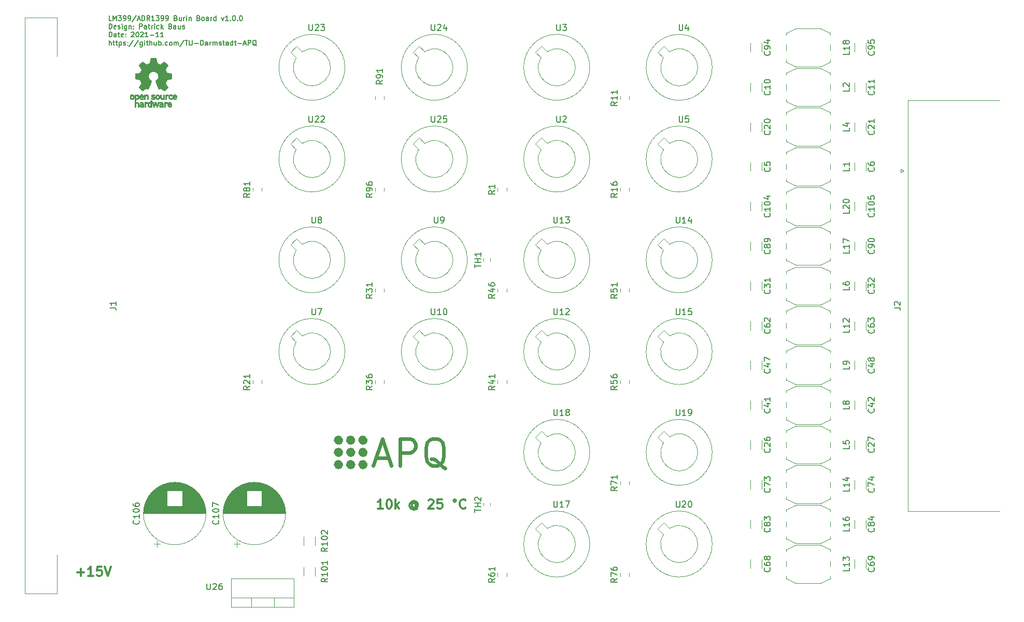
<source format=gbr>
%TF.GenerationSoftware,KiCad,Pcbnew,5.1.10*%
%TF.CreationDate,2021-11-17T17:05:16+01:00*%
%TF.ProjectId,main,6d61696e-2e6b-4696-9361-645f70636258,rev?*%
%TF.SameCoordinates,Original*%
%TF.FileFunction,Legend,Top*%
%TF.FilePolarity,Positive*%
%FSLAX46Y46*%
G04 Gerber Fmt 4.6, Leading zero omitted, Abs format (unit mm)*
G04 Created by KiCad (PCBNEW 5.1.10) date 2021-11-17 17:05:16*
%MOMM*%
%LPD*%
G01*
G04 APERTURE LIST*
%ADD10C,0.300000*%
%ADD11C,0.150000*%
%ADD12C,0.120000*%
%ADD13C,0.010000*%
%ADD14C,1.000000*%
%ADD15C,0.600000*%
G04 APERTURE END LIST*
D10*
X93519285Y-143178571D02*
X92662142Y-143178571D01*
X93090714Y-143178571D02*
X93090714Y-141678571D01*
X92947857Y-141892857D01*
X92805000Y-142035714D01*
X92662142Y-142107142D01*
X94447857Y-141678571D02*
X94590714Y-141678571D01*
X94733571Y-141750000D01*
X94805000Y-141821428D01*
X94876428Y-141964285D01*
X94947857Y-142250000D01*
X94947857Y-142607142D01*
X94876428Y-142892857D01*
X94805000Y-143035714D01*
X94733571Y-143107142D01*
X94590714Y-143178571D01*
X94447857Y-143178571D01*
X94305000Y-143107142D01*
X94233571Y-143035714D01*
X94162142Y-142892857D01*
X94090714Y-142607142D01*
X94090714Y-142250000D01*
X94162142Y-141964285D01*
X94233571Y-141821428D01*
X94305000Y-141750000D01*
X94447857Y-141678571D01*
X95590714Y-143178571D02*
X95590714Y-141678571D01*
X95733571Y-142607142D02*
X96162142Y-143178571D01*
X96162142Y-142178571D02*
X95590714Y-142750000D01*
X98876428Y-142464285D02*
X98805000Y-142392857D01*
X98662142Y-142321428D01*
X98519285Y-142321428D01*
X98376428Y-142392857D01*
X98305000Y-142464285D01*
X98233571Y-142607142D01*
X98233571Y-142750000D01*
X98305000Y-142892857D01*
X98376428Y-142964285D01*
X98519285Y-143035714D01*
X98662142Y-143035714D01*
X98805000Y-142964285D01*
X98876428Y-142892857D01*
X98876428Y-142321428D02*
X98876428Y-142892857D01*
X98947857Y-142964285D01*
X99019285Y-142964285D01*
X99162142Y-142892857D01*
X99233571Y-142750000D01*
X99233571Y-142392857D01*
X99090714Y-142178571D01*
X98876428Y-142035714D01*
X98590714Y-141964285D01*
X98305000Y-142035714D01*
X98090714Y-142178571D01*
X97947857Y-142392857D01*
X97876428Y-142678571D01*
X97947857Y-142964285D01*
X98090714Y-143178571D01*
X98305000Y-143321428D01*
X98590714Y-143392857D01*
X98876428Y-143321428D01*
X99090714Y-143178571D01*
X100947857Y-141821428D02*
X101019285Y-141750000D01*
X101162142Y-141678571D01*
X101519285Y-141678571D01*
X101662142Y-141750000D01*
X101733571Y-141821428D01*
X101805000Y-141964285D01*
X101805000Y-142107142D01*
X101733571Y-142321428D01*
X100876428Y-143178571D01*
X101805000Y-143178571D01*
X103162142Y-141678571D02*
X102447857Y-141678571D01*
X102376428Y-142392857D01*
X102447857Y-142321428D01*
X102590714Y-142250000D01*
X102947857Y-142250000D01*
X103090714Y-142321428D01*
X103162142Y-142392857D01*
X103233571Y-142535714D01*
X103233571Y-142892857D01*
X103162142Y-143035714D01*
X103090714Y-143107142D01*
X102947857Y-143178571D01*
X102590714Y-143178571D01*
X102447857Y-143107142D01*
X102376428Y-143035714D01*
X105233571Y-141678571D02*
X105090714Y-141750000D01*
X105019285Y-141892857D01*
X105090714Y-142035714D01*
X105233571Y-142107142D01*
X105376428Y-142035714D01*
X105447857Y-141892857D01*
X105376428Y-141750000D01*
X105233571Y-141678571D01*
X107019285Y-143035714D02*
X106947857Y-143107142D01*
X106733571Y-143178571D01*
X106590714Y-143178571D01*
X106376428Y-143107142D01*
X106233571Y-142964285D01*
X106162142Y-142821428D01*
X106090714Y-142535714D01*
X106090714Y-142321428D01*
X106162142Y-142035714D01*
X106233571Y-141892857D01*
X106376428Y-141750000D01*
X106590714Y-141678571D01*
X106733571Y-141678571D01*
X106947857Y-141750000D01*
X107019285Y-141821428D01*
X43552142Y-153607142D02*
X44695000Y-153607142D01*
X44123571Y-154178571D02*
X44123571Y-153035714D01*
X46195000Y-154178571D02*
X45337857Y-154178571D01*
X45766428Y-154178571D02*
X45766428Y-152678571D01*
X45623571Y-152892857D01*
X45480714Y-153035714D01*
X45337857Y-153107142D01*
X47552142Y-152678571D02*
X46837857Y-152678571D01*
X46766428Y-153392857D01*
X46837857Y-153321428D01*
X46980714Y-153250000D01*
X47337857Y-153250000D01*
X47480714Y-153321428D01*
X47552142Y-153392857D01*
X47623571Y-153535714D01*
X47623571Y-153892857D01*
X47552142Y-154035714D01*
X47480714Y-154107142D01*
X47337857Y-154178571D01*
X46980714Y-154178571D01*
X46837857Y-154107142D01*
X46766428Y-154035714D01*
X48052142Y-152678571D02*
X48552142Y-154178571D01*
X49052142Y-152678571D01*
D11*
X49168928Y-63336904D02*
X48787976Y-63336904D01*
X48787976Y-62536904D01*
X49435595Y-63336904D02*
X49435595Y-62536904D01*
X49702261Y-63108333D01*
X49968928Y-62536904D01*
X49968928Y-63336904D01*
X50273690Y-62536904D02*
X50768928Y-62536904D01*
X50502261Y-62841666D01*
X50616547Y-62841666D01*
X50692738Y-62879761D01*
X50730833Y-62917857D01*
X50768928Y-62994047D01*
X50768928Y-63184523D01*
X50730833Y-63260714D01*
X50692738Y-63298809D01*
X50616547Y-63336904D01*
X50387976Y-63336904D01*
X50311785Y-63298809D01*
X50273690Y-63260714D01*
X51149880Y-63336904D02*
X51302261Y-63336904D01*
X51378452Y-63298809D01*
X51416547Y-63260714D01*
X51492738Y-63146428D01*
X51530833Y-62994047D01*
X51530833Y-62689285D01*
X51492738Y-62613095D01*
X51454642Y-62575000D01*
X51378452Y-62536904D01*
X51226071Y-62536904D01*
X51149880Y-62575000D01*
X51111785Y-62613095D01*
X51073690Y-62689285D01*
X51073690Y-62879761D01*
X51111785Y-62955952D01*
X51149880Y-62994047D01*
X51226071Y-63032142D01*
X51378452Y-63032142D01*
X51454642Y-62994047D01*
X51492738Y-62955952D01*
X51530833Y-62879761D01*
X51911785Y-63336904D02*
X52064166Y-63336904D01*
X52140357Y-63298809D01*
X52178452Y-63260714D01*
X52254642Y-63146428D01*
X52292738Y-62994047D01*
X52292738Y-62689285D01*
X52254642Y-62613095D01*
X52216547Y-62575000D01*
X52140357Y-62536904D01*
X51987976Y-62536904D01*
X51911785Y-62575000D01*
X51873690Y-62613095D01*
X51835595Y-62689285D01*
X51835595Y-62879761D01*
X51873690Y-62955952D01*
X51911785Y-62994047D01*
X51987976Y-63032142D01*
X52140357Y-63032142D01*
X52216547Y-62994047D01*
X52254642Y-62955952D01*
X52292738Y-62879761D01*
X53207023Y-62498809D02*
X52521309Y-63527380D01*
X53435595Y-63108333D02*
X53816547Y-63108333D01*
X53359404Y-63336904D02*
X53626071Y-62536904D01*
X53892738Y-63336904D01*
X54159404Y-63336904D02*
X54159404Y-62536904D01*
X54349880Y-62536904D01*
X54464166Y-62575000D01*
X54540357Y-62651190D01*
X54578452Y-62727380D01*
X54616547Y-62879761D01*
X54616547Y-62994047D01*
X54578452Y-63146428D01*
X54540357Y-63222619D01*
X54464166Y-63298809D01*
X54349880Y-63336904D01*
X54159404Y-63336904D01*
X55416547Y-63336904D02*
X55149880Y-62955952D01*
X54959404Y-63336904D02*
X54959404Y-62536904D01*
X55264166Y-62536904D01*
X55340357Y-62575000D01*
X55378452Y-62613095D01*
X55416547Y-62689285D01*
X55416547Y-62803571D01*
X55378452Y-62879761D01*
X55340357Y-62917857D01*
X55264166Y-62955952D01*
X54959404Y-62955952D01*
X56178452Y-63336904D02*
X55721309Y-63336904D01*
X55949880Y-63336904D02*
X55949880Y-62536904D01*
X55873690Y-62651190D01*
X55797500Y-62727380D01*
X55721309Y-62765476D01*
X56445119Y-62536904D02*
X56940357Y-62536904D01*
X56673690Y-62841666D01*
X56787976Y-62841666D01*
X56864166Y-62879761D01*
X56902261Y-62917857D01*
X56940357Y-62994047D01*
X56940357Y-63184523D01*
X56902261Y-63260714D01*
X56864166Y-63298809D01*
X56787976Y-63336904D01*
X56559404Y-63336904D01*
X56483214Y-63298809D01*
X56445119Y-63260714D01*
X57321309Y-63336904D02*
X57473690Y-63336904D01*
X57549880Y-63298809D01*
X57587976Y-63260714D01*
X57664166Y-63146428D01*
X57702261Y-62994047D01*
X57702261Y-62689285D01*
X57664166Y-62613095D01*
X57626071Y-62575000D01*
X57549880Y-62536904D01*
X57397500Y-62536904D01*
X57321309Y-62575000D01*
X57283214Y-62613095D01*
X57245119Y-62689285D01*
X57245119Y-62879761D01*
X57283214Y-62955952D01*
X57321309Y-62994047D01*
X57397500Y-63032142D01*
X57549880Y-63032142D01*
X57626071Y-62994047D01*
X57664166Y-62955952D01*
X57702261Y-62879761D01*
X58083214Y-63336904D02*
X58235595Y-63336904D01*
X58311785Y-63298809D01*
X58349880Y-63260714D01*
X58426071Y-63146428D01*
X58464166Y-62994047D01*
X58464166Y-62689285D01*
X58426071Y-62613095D01*
X58387976Y-62575000D01*
X58311785Y-62536904D01*
X58159404Y-62536904D01*
X58083214Y-62575000D01*
X58045119Y-62613095D01*
X58007023Y-62689285D01*
X58007023Y-62879761D01*
X58045119Y-62955952D01*
X58083214Y-62994047D01*
X58159404Y-63032142D01*
X58311785Y-63032142D01*
X58387976Y-62994047D01*
X58426071Y-62955952D01*
X58464166Y-62879761D01*
X59683214Y-62917857D02*
X59797500Y-62955952D01*
X59835595Y-62994047D01*
X59873690Y-63070238D01*
X59873690Y-63184523D01*
X59835595Y-63260714D01*
X59797500Y-63298809D01*
X59721309Y-63336904D01*
X59416547Y-63336904D01*
X59416547Y-62536904D01*
X59683214Y-62536904D01*
X59759404Y-62575000D01*
X59797500Y-62613095D01*
X59835595Y-62689285D01*
X59835595Y-62765476D01*
X59797500Y-62841666D01*
X59759404Y-62879761D01*
X59683214Y-62917857D01*
X59416547Y-62917857D01*
X60559404Y-62803571D02*
X60559404Y-63336904D01*
X60216547Y-62803571D02*
X60216547Y-63222619D01*
X60254642Y-63298809D01*
X60330833Y-63336904D01*
X60445119Y-63336904D01*
X60521309Y-63298809D01*
X60559404Y-63260714D01*
X60940357Y-63336904D02*
X60940357Y-62803571D01*
X60940357Y-62955952D02*
X60978452Y-62879761D01*
X61016547Y-62841666D01*
X61092738Y-62803571D01*
X61168928Y-62803571D01*
X61435595Y-63336904D02*
X61435595Y-62803571D01*
X61435595Y-62536904D02*
X61397500Y-62575000D01*
X61435595Y-62613095D01*
X61473690Y-62575000D01*
X61435595Y-62536904D01*
X61435595Y-62613095D01*
X61816547Y-62803571D02*
X61816547Y-63336904D01*
X61816547Y-62879761D02*
X61854642Y-62841666D01*
X61930833Y-62803571D01*
X62045119Y-62803571D01*
X62121309Y-62841666D01*
X62159404Y-62917857D01*
X62159404Y-63336904D01*
X63416547Y-62917857D02*
X63530833Y-62955952D01*
X63568928Y-62994047D01*
X63607023Y-63070238D01*
X63607023Y-63184523D01*
X63568928Y-63260714D01*
X63530833Y-63298809D01*
X63454642Y-63336904D01*
X63149880Y-63336904D01*
X63149880Y-62536904D01*
X63416547Y-62536904D01*
X63492738Y-62575000D01*
X63530833Y-62613095D01*
X63568928Y-62689285D01*
X63568928Y-62765476D01*
X63530833Y-62841666D01*
X63492738Y-62879761D01*
X63416547Y-62917857D01*
X63149880Y-62917857D01*
X64064166Y-63336904D02*
X63987976Y-63298809D01*
X63949880Y-63260714D01*
X63911785Y-63184523D01*
X63911785Y-62955952D01*
X63949880Y-62879761D01*
X63987976Y-62841666D01*
X64064166Y-62803571D01*
X64178452Y-62803571D01*
X64254642Y-62841666D01*
X64292738Y-62879761D01*
X64330833Y-62955952D01*
X64330833Y-63184523D01*
X64292738Y-63260714D01*
X64254642Y-63298809D01*
X64178452Y-63336904D01*
X64064166Y-63336904D01*
X65016547Y-63336904D02*
X65016547Y-62917857D01*
X64978452Y-62841666D01*
X64902261Y-62803571D01*
X64749880Y-62803571D01*
X64673690Y-62841666D01*
X65016547Y-63298809D02*
X64940357Y-63336904D01*
X64749880Y-63336904D01*
X64673690Y-63298809D01*
X64635595Y-63222619D01*
X64635595Y-63146428D01*
X64673690Y-63070238D01*
X64749880Y-63032142D01*
X64940357Y-63032142D01*
X65016547Y-62994047D01*
X65397500Y-63336904D02*
X65397500Y-62803571D01*
X65397500Y-62955952D02*
X65435595Y-62879761D01*
X65473690Y-62841666D01*
X65549880Y-62803571D01*
X65626071Y-62803571D01*
X66235595Y-63336904D02*
X66235595Y-62536904D01*
X66235595Y-63298809D02*
X66159404Y-63336904D01*
X66007023Y-63336904D01*
X65930833Y-63298809D01*
X65892738Y-63260714D01*
X65854642Y-63184523D01*
X65854642Y-62955952D01*
X65892738Y-62879761D01*
X65930833Y-62841666D01*
X66007023Y-62803571D01*
X66159404Y-62803571D01*
X66235595Y-62841666D01*
X67149880Y-62803571D02*
X67340357Y-63336904D01*
X67530833Y-62803571D01*
X68254642Y-63336904D02*
X67797500Y-63336904D01*
X68026071Y-63336904D02*
X68026071Y-62536904D01*
X67949880Y-62651190D01*
X67873690Y-62727380D01*
X67797500Y-62765476D01*
X68597500Y-63260714D02*
X68635595Y-63298809D01*
X68597500Y-63336904D01*
X68559404Y-63298809D01*
X68597500Y-63260714D01*
X68597500Y-63336904D01*
X69130833Y-62536904D02*
X69207023Y-62536904D01*
X69283214Y-62575000D01*
X69321309Y-62613095D01*
X69359404Y-62689285D01*
X69397500Y-62841666D01*
X69397500Y-63032142D01*
X69359404Y-63184523D01*
X69321309Y-63260714D01*
X69283214Y-63298809D01*
X69207023Y-63336904D01*
X69130833Y-63336904D01*
X69054642Y-63298809D01*
X69016547Y-63260714D01*
X68978452Y-63184523D01*
X68940357Y-63032142D01*
X68940357Y-62841666D01*
X68978452Y-62689285D01*
X69016547Y-62613095D01*
X69054642Y-62575000D01*
X69130833Y-62536904D01*
X69740357Y-63260714D02*
X69778452Y-63298809D01*
X69740357Y-63336904D01*
X69702261Y-63298809D01*
X69740357Y-63260714D01*
X69740357Y-63336904D01*
X70273690Y-62536904D02*
X70349880Y-62536904D01*
X70426071Y-62575000D01*
X70464166Y-62613095D01*
X70502261Y-62689285D01*
X70540357Y-62841666D01*
X70540357Y-63032142D01*
X70502261Y-63184523D01*
X70464166Y-63260714D01*
X70426071Y-63298809D01*
X70349880Y-63336904D01*
X70273690Y-63336904D01*
X70197500Y-63298809D01*
X70159404Y-63260714D01*
X70121309Y-63184523D01*
X70083214Y-63032142D01*
X70083214Y-62841666D01*
X70121309Y-62689285D01*
X70159404Y-62613095D01*
X70197500Y-62575000D01*
X70273690Y-62536904D01*
X48787976Y-64686904D02*
X48787976Y-63886904D01*
X48978452Y-63886904D01*
X49092738Y-63925000D01*
X49168928Y-64001190D01*
X49207023Y-64077380D01*
X49245119Y-64229761D01*
X49245119Y-64344047D01*
X49207023Y-64496428D01*
X49168928Y-64572619D01*
X49092738Y-64648809D01*
X48978452Y-64686904D01*
X48787976Y-64686904D01*
X49892738Y-64648809D02*
X49816547Y-64686904D01*
X49664166Y-64686904D01*
X49587976Y-64648809D01*
X49549880Y-64572619D01*
X49549880Y-64267857D01*
X49587976Y-64191666D01*
X49664166Y-64153571D01*
X49816547Y-64153571D01*
X49892738Y-64191666D01*
X49930833Y-64267857D01*
X49930833Y-64344047D01*
X49549880Y-64420238D01*
X50235595Y-64648809D02*
X50311785Y-64686904D01*
X50464166Y-64686904D01*
X50540357Y-64648809D01*
X50578452Y-64572619D01*
X50578452Y-64534523D01*
X50540357Y-64458333D01*
X50464166Y-64420238D01*
X50349880Y-64420238D01*
X50273690Y-64382142D01*
X50235595Y-64305952D01*
X50235595Y-64267857D01*
X50273690Y-64191666D01*
X50349880Y-64153571D01*
X50464166Y-64153571D01*
X50540357Y-64191666D01*
X50921309Y-64686904D02*
X50921309Y-64153571D01*
X50921309Y-63886904D02*
X50883214Y-63925000D01*
X50921309Y-63963095D01*
X50959404Y-63925000D01*
X50921309Y-63886904D01*
X50921309Y-63963095D01*
X51645119Y-64153571D02*
X51645119Y-64801190D01*
X51607023Y-64877380D01*
X51568928Y-64915476D01*
X51492738Y-64953571D01*
X51378452Y-64953571D01*
X51302261Y-64915476D01*
X51645119Y-64648809D02*
X51568928Y-64686904D01*
X51416547Y-64686904D01*
X51340357Y-64648809D01*
X51302261Y-64610714D01*
X51264166Y-64534523D01*
X51264166Y-64305952D01*
X51302261Y-64229761D01*
X51340357Y-64191666D01*
X51416547Y-64153571D01*
X51568928Y-64153571D01*
X51645119Y-64191666D01*
X52026071Y-64153571D02*
X52026071Y-64686904D01*
X52026071Y-64229761D02*
X52064166Y-64191666D01*
X52140357Y-64153571D01*
X52254642Y-64153571D01*
X52330833Y-64191666D01*
X52368928Y-64267857D01*
X52368928Y-64686904D01*
X52749880Y-64610714D02*
X52787976Y-64648809D01*
X52749880Y-64686904D01*
X52711785Y-64648809D01*
X52749880Y-64610714D01*
X52749880Y-64686904D01*
X52749880Y-64191666D02*
X52787976Y-64229761D01*
X52749880Y-64267857D01*
X52711785Y-64229761D01*
X52749880Y-64191666D01*
X52749880Y-64267857D01*
X53740357Y-64686904D02*
X53740357Y-63886904D01*
X54045119Y-63886904D01*
X54121309Y-63925000D01*
X54159404Y-63963095D01*
X54197500Y-64039285D01*
X54197500Y-64153571D01*
X54159404Y-64229761D01*
X54121309Y-64267857D01*
X54045119Y-64305952D01*
X53740357Y-64305952D01*
X54883214Y-64686904D02*
X54883214Y-64267857D01*
X54845119Y-64191666D01*
X54768928Y-64153571D01*
X54616547Y-64153571D01*
X54540357Y-64191666D01*
X54883214Y-64648809D02*
X54807023Y-64686904D01*
X54616547Y-64686904D01*
X54540357Y-64648809D01*
X54502261Y-64572619D01*
X54502261Y-64496428D01*
X54540357Y-64420238D01*
X54616547Y-64382142D01*
X54807023Y-64382142D01*
X54883214Y-64344047D01*
X55149880Y-64153571D02*
X55454642Y-64153571D01*
X55264166Y-63886904D02*
X55264166Y-64572619D01*
X55302261Y-64648809D01*
X55378452Y-64686904D01*
X55454642Y-64686904D01*
X55721309Y-64686904D02*
X55721309Y-64153571D01*
X55721309Y-64305952D02*
X55759404Y-64229761D01*
X55797500Y-64191666D01*
X55873690Y-64153571D01*
X55949880Y-64153571D01*
X56216547Y-64686904D02*
X56216547Y-64153571D01*
X56216547Y-63886904D02*
X56178452Y-63925000D01*
X56216547Y-63963095D01*
X56254642Y-63925000D01*
X56216547Y-63886904D01*
X56216547Y-63963095D01*
X56940357Y-64648809D02*
X56864166Y-64686904D01*
X56711785Y-64686904D01*
X56635595Y-64648809D01*
X56597500Y-64610714D01*
X56559404Y-64534523D01*
X56559404Y-64305952D01*
X56597500Y-64229761D01*
X56635595Y-64191666D01*
X56711785Y-64153571D01*
X56864166Y-64153571D01*
X56940357Y-64191666D01*
X57283214Y-64686904D02*
X57283214Y-63886904D01*
X57359404Y-64382142D02*
X57587976Y-64686904D01*
X57587976Y-64153571D02*
X57283214Y-64458333D01*
X58807023Y-64267857D02*
X58921309Y-64305952D01*
X58959404Y-64344047D01*
X58997500Y-64420238D01*
X58997500Y-64534523D01*
X58959404Y-64610714D01*
X58921309Y-64648809D01*
X58845119Y-64686904D01*
X58540357Y-64686904D01*
X58540357Y-63886904D01*
X58807023Y-63886904D01*
X58883214Y-63925000D01*
X58921309Y-63963095D01*
X58959404Y-64039285D01*
X58959404Y-64115476D01*
X58921309Y-64191666D01*
X58883214Y-64229761D01*
X58807023Y-64267857D01*
X58540357Y-64267857D01*
X59683214Y-64686904D02*
X59683214Y-64267857D01*
X59645119Y-64191666D01*
X59568928Y-64153571D01*
X59416547Y-64153571D01*
X59340357Y-64191666D01*
X59683214Y-64648809D02*
X59607023Y-64686904D01*
X59416547Y-64686904D01*
X59340357Y-64648809D01*
X59302261Y-64572619D01*
X59302261Y-64496428D01*
X59340357Y-64420238D01*
X59416547Y-64382142D01*
X59607023Y-64382142D01*
X59683214Y-64344047D01*
X60407023Y-64153571D02*
X60407023Y-64686904D01*
X60064166Y-64153571D02*
X60064166Y-64572619D01*
X60102261Y-64648809D01*
X60178452Y-64686904D01*
X60292738Y-64686904D01*
X60368928Y-64648809D01*
X60407023Y-64610714D01*
X60749880Y-64648809D02*
X60826071Y-64686904D01*
X60978452Y-64686904D01*
X61054642Y-64648809D01*
X61092738Y-64572619D01*
X61092738Y-64534523D01*
X61054642Y-64458333D01*
X60978452Y-64420238D01*
X60864166Y-64420238D01*
X60787976Y-64382142D01*
X60749880Y-64305952D01*
X60749880Y-64267857D01*
X60787976Y-64191666D01*
X60864166Y-64153571D01*
X60978452Y-64153571D01*
X61054642Y-64191666D01*
X48787976Y-66036904D02*
X48787976Y-65236904D01*
X48978452Y-65236904D01*
X49092738Y-65275000D01*
X49168928Y-65351190D01*
X49207023Y-65427380D01*
X49245119Y-65579761D01*
X49245119Y-65694047D01*
X49207023Y-65846428D01*
X49168928Y-65922619D01*
X49092738Y-65998809D01*
X48978452Y-66036904D01*
X48787976Y-66036904D01*
X49930833Y-66036904D02*
X49930833Y-65617857D01*
X49892738Y-65541666D01*
X49816547Y-65503571D01*
X49664166Y-65503571D01*
X49587976Y-65541666D01*
X49930833Y-65998809D02*
X49854642Y-66036904D01*
X49664166Y-66036904D01*
X49587976Y-65998809D01*
X49549880Y-65922619D01*
X49549880Y-65846428D01*
X49587976Y-65770238D01*
X49664166Y-65732142D01*
X49854642Y-65732142D01*
X49930833Y-65694047D01*
X50197500Y-65503571D02*
X50502261Y-65503571D01*
X50311785Y-65236904D02*
X50311785Y-65922619D01*
X50349880Y-65998809D01*
X50426071Y-66036904D01*
X50502261Y-66036904D01*
X51073690Y-65998809D02*
X50997500Y-66036904D01*
X50845119Y-66036904D01*
X50768928Y-65998809D01*
X50730833Y-65922619D01*
X50730833Y-65617857D01*
X50768928Y-65541666D01*
X50845119Y-65503571D01*
X50997500Y-65503571D01*
X51073690Y-65541666D01*
X51111785Y-65617857D01*
X51111785Y-65694047D01*
X50730833Y-65770238D01*
X51454642Y-65960714D02*
X51492738Y-65998809D01*
X51454642Y-66036904D01*
X51416547Y-65998809D01*
X51454642Y-65960714D01*
X51454642Y-66036904D01*
X51454642Y-65541666D02*
X51492738Y-65579761D01*
X51454642Y-65617857D01*
X51416547Y-65579761D01*
X51454642Y-65541666D01*
X51454642Y-65617857D01*
X52407023Y-65313095D02*
X52445119Y-65275000D01*
X52521309Y-65236904D01*
X52711785Y-65236904D01*
X52787976Y-65275000D01*
X52826071Y-65313095D01*
X52864166Y-65389285D01*
X52864166Y-65465476D01*
X52826071Y-65579761D01*
X52368928Y-66036904D01*
X52864166Y-66036904D01*
X53359404Y-65236904D02*
X53435595Y-65236904D01*
X53511785Y-65275000D01*
X53549880Y-65313095D01*
X53587976Y-65389285D01*
X53626071Y-65541666D01*
X53626071Y-65732142D01*
X53587976Y-65884523D01*
X53549880Y-65960714D01*
X53511785Y-65998809D01*
X53435595Y-66036904D01*
X53359404Y-66036904D01*
X53283214Y-65998809D01*
X53245119Y-65960714D01*
X53207023Y-65884523D01*
X53168928Y-65732142D01*
X53168928Y-65541666D01*
X53207023Y-65389285D01*
X53245119Y-65313095D01*
X53283214Y-65275000D01*
X53359404Y-65236904D01*
X53930833Y-65313095D02*
X53968928Y-65275000D01*
X54045119Y-65236904D01*
X54235595Y-65236904D01*
X54311785Y-65275000D01*
X54349880Y-65313095D01*
X54387976Y-65389285D01*
X54387976Y-65465476D01*
X54349880Y-65579761D01*
X53892738Y-66036904D01*
X54387976Y-66036904D01*
X55149880Y-66036904D02*
X54692738Y-66036904D01*
X54921309Y-66036904D02*
X54921309Y-65236904D01*
X54845119Y-65351190D01*
X54768928Y-65427380D01*
X54692738Y-65465476D01*
X55492738Y-65732142D02*
X56102261Y-65732142D01*
X56902261Y-66036904D02*
X56445119Y-66036904D01*
X56673690Y-66036904D02*
X56673690Y-65236904D01*
X56597500Y-65351190D01*
X56521309Y-65427380D01*
X56445119Y-65465476D01*
X57664166Y-66036904D02*
X57207023Y-66036904D01*
X57435595Y-66036904D02*
X57435595Y-65236904D01*
X57359404Y-65351190D01*
X57283214Y-65427380D01*
X57207023Y-65465476D01*
X48787976Y-67386904D02*
X48787976Y-66586904D01*
X49130833Y-67386904D02*
X49130833Y-66967857D01*
X49092738Y-66891666D01*
X49016547Y-66853571D01*
X48902261Y-66853571D01*
X48826071Y-66891666D01*
X48787976Y-66929761D01*
X49397500Y-66853571D02*
X49702261Y-66853571D01*
X49511785Y-66586904D02*
X49511785Y-67272619D01*
X49549880Y-67348809D01*
X49626071Y-67386904D01*
X49702261Y-67386904D01*
X49854642Y-66853571D02*
X50159404Y-66853571D01*
X49968928Y-66586904D02*
X49968928Y-67272619D01*
X50007023Y-67348809D01*
X50083214Y-67386904D01*
X50159404Y-67386904D01*
X50426071Y-66853571D02*
X50426071Y-67653571D01*
X50426071Y-66891666D02*
X50502261Y-66853571D01*
X50654642Y-66853571D01*
X50730833Y-66891666D01*
X50768928Y-66929761D01*
X50807023Y-67005952D01*
X50807023Y-67234523D01*
X50768928Y-67310714D01*
X50730833Y-67348809D01*
X50654642Y-67386904D01*
X50502261Y-67386904D01*
X50426071Y-67348809D01*
X51111785Y-67348809D02*
X51187976Y-67386904D01*
X51340357Y-67386904D01*
X51416547Y-67348809D01*
X51454642Y-67272619D01*
X51454642Y-67234523D01*
X51416547Y-67158333D01*
X51340357Y-67120238D01*
X51226071Y-67120238D01*
X51149880Y-67082142D01*
X51111785Y-67005952D01*
X51111785Y-66967857D01*
X51149880Y-66891666D01*
X51226071Y-66853571D01*
X51340357Y-66853571D01*
X51416547Y-66891666D01*
X51797500Y-67310714D02*
X51835595Y-67348809D01*
X51797500Y-67386904D01*
X51759404Y-67348809D01*
X51797500Y-67310714D01*
X51797500Y-67386904D01*
X51797500Y-66891666D02*
X51835595Y-66929761D01*
X51797500Y-66967857D01*
X51759404Y-66929761D01*
X51797500Y-66891666D01*
X51797500Y-66967857D01*
X52749880Y-66548809D02*
X52064166Y-67577380D01*
X53587976Y-66548809D02*
X52902261Y-67577380D01*
X54197500Y-66853571D02*
X54197500Y-67501190D01*
X54159404Y-67577380D01*
X54121309Y-67615476D01*
X54045119Y-67653571D01*
X53930833Y-67653571D01*
X53854642Y-67615476D01*
X54197500Y-67348809D02*
X54121309Y-67386904D01*
X53968928Y-67386904D01*
X53892738Y-67348809D01*
X53854642Y-67310714D01*
X53816547Y-67234523D01*
X53816547Y-67005952D01*
X53854642Y-66929761D01*
X53892738Y-66891666D01*
X53968928Y-66853571D01*
X54121309Y-66853571D01*
X54197500Y-66891666D01*
X54578452Y-67386904D02*
X54578452Y-66853571D01*
X54578452Y-66586904D02*
X54540357Y-66625000D01*
X54578452Y-66663095D01*
X54616547Y-66625000D01*
X54578452Y-66586904D01*
X54578452Y-66663095D01*
X54845119Y-66853571D02*
X55149880Y-66853571D01*
X54959404Y-66586904D02*
X54959404Y-67272619D01*
X54997500Y-67348809D01*
X55073690Y-67386904D01*
X55149880Y-67386904D01*
X55416547Y-67386904D02*
X55416547Y-66586904D01*
X55759404Y-67386904D02*
X55759404Y-66967857D01*
X55721309Y-66891666D01*
X55645119Y-66853571D01*
X55530833Y-66853571D01*
X55454642Y-66891666D01*
X55416547Y-66929761D01*
X56483214Y-66853571D02*
X56483214Y-67386904D01*
X56140357Y-66853571D02*
X56140357Y-67272619D01*
X56178452Y-67348809D01*
X56254642Y-67386904D01*
X56368928Y-67386904D01*
X56445119Y-67348809D01*
X56483214Y-67310714D01*
X56864166Y-67386904D02*
X56864166Y-66586904D01*
X56864166Y-66891666D02*
X56940357Y-66853571D01*
X57092738Y-66853571D01*
X57168928Y-66891666D01*
X57207023Y-66929761D01*
X57245119Y-67005952D01*
X57245119Y-67234523D01*
X57207023Y-67310714D01*
X57168928Y-67348809D01*
X57092738Y-67386904D01*
X56940357Y-67386904D01*
X56864166Y-67348809D01*
X57587976Y-67310714D02*
X57626071Y-67348809D01*
X57587976Y-67386904D01*
X57549880Y-67348809D01*
X57587976Y-67310714D01*
X57587976Y-67386904D01*
X58311785Y-67348809D02*
X58235595Y-67386904D01*
X58083214Y-67386904D01*
X58007023Y-67348809D01*
X57968928Y-67310714D01*
X57930833Y-67234523D01*
X57930833Y-67005952D01*
X57968928Y-66929761D01*
X58007023Y-66891666D01*
X58083214Y-66853571D01*
X58235595Y-66853571D01*
X58311785Y-66891666D01*
X58768928Y-67386904D02*
X58692738Y-67348809D01*
X58654642Y-67310714D01*
X58616547Y-67234523D01*
X58616547Y-67005952D01*
X58654642Y-66929761D01*
X58692738Y-66891666D01*
X58768928Y-66853571D01*
X58883214Y-66853571D01*
X58959404Y-66891666D01*
X58997500Y-66929761D01*
X59035595Y-67005952D01*
X59035595Y-67234523D01*
X58997500Y-67310714D01*
X58959404Y-67348809D01*
X58883214Y-67386904D01*
X58768928Y-67386904D01*
X59378452Y-67386904D02*
X59378452Y-66853571D01*
X59378452Y-66929761D02*
X59416547Y-66891666D01*
X59492738Y-66853571D01*
X59607023Y-66853571D01*
X59683214Y-66891666D01*
X59721309Y-66967857D01*
X59721309Y-67386904D01*
X59721309Y-66967857D02*
X59759404Y-66891666D01*
X59835595Y-66853571D01*
X59949880Y-66853571D01*
X60026071Y-66891666D01*
X60064166Y-66967857D01*
X60064166Y-67386904D01*
X61016547Y-66548809D02*
X60330833Y-67577380D01*
X61168928Y-66586904D02*
X61626071Y-66586904D01*
X61397500Y-67386904D02*
X61397500Y-66586904D01*
X61892738Y-66586904D02*
X61892738Y-67234523D01*
X61930833Y-67310714D01*
X61968928Y-67348809D01*
X62045119Y-67386904D01*
X62197500Y-67386904D01*
X62273690Y-67348809D01*
X62311785Y-67310714D01*
X62349880Y-67234523D01*
X62349880Y-66586904D01*
X62730833Y-67082142D02*
X63340357Y-67082142D01*
X63721309Y-67386904D02*
X63721309Y-66586904D01*
X63911785Y-66586904D01*
X64026071Y-66625000D01*
X64102261Y-66701190D01*
X64140357Y-66777380D01*
X64178452Y-66929761D01*
X64178452Y-67044047D01*
X64140357Y-67196428D01*
X64102261Y-67272619D01*
X64026071Y-67348809D01*
X63911785Y-67386904D01*
X63721309Y-67386904D01*
X64864166Y-67386904D02*
X64864166Y-66967857D01*
X64826071Y-66891666D01*
X64749880Y-66853571D01*
X64597500Y-66853571D01*
X64521309Y-66891666D01*
X64864166Y-67348809D02*
X64787976Y-67386904D01*
X64597500Y-67386904D01*
X64521309Y-67348809D01*
X64483214Y-67272619D01*
X64483214Y-67196428D01*
X64521309Y-67120238D01*
X64597500Y-67082142D01*
X64787976Y-67082142D01*
X64864166Y-67044047D01*
X65245119Y-67386904D02*
X65245119Y-66853571D01*
X65245119Y-67005952D02*
X65283214Y-66929761D01*
X65321309Y-66891666D01*
X65397500Y-66853571D01*
X65473690Y-66853571D01*
X65740357Y-67386904D02*
X65740357Y-66853571D01*
X65740357Y-66929761D02*
X65778452Y-66891666D01*
X65854642Y-66853571D01*
X65968928Y-66853571D01*
X66045119Y-66891666D01*
X66083214Y-66967857D01*
X66083214Y-67386904D01*
X66083214Y-66967857D02*
X66121309Y-66891666D01*
X66197500Y-66853571D01*
X66311785Y-66853571D01*
X66387976Y-66891666D01*
X66426071Y-66967857D01*
X66426071Y-67386904D01*
X66768928Y-67348809D02*
X66845119Y-67386904D01*
X66997500Y-67386904D01*
X67073690Y-67348809D01*
X67111785Y-67272619D01*
X67111785Y-67234523D01*
X67073690Y-67158333D01*
X66997500Y-67120238D01*
X66883214Y-67120238D01*
X66807023Y-67082142D01*
X66768928Y-67005952D01*
X66768928Y-66967857D01*
X66807023Y-66891666D01*
X66883214Y-66853571D01*
X66997500Y-66853571D01*
X67073690Y-66891666D01*
X67340357Y-66853571D02*
X67645119Y-66853571D01*
X67454642Y-66586904D02*
X67454642Y-67272619D01*
X67492738Y-67348809D01*
X67568928Y-67386904D01*
X67645119Y-67386904D01*
X68254642Y-67386904D02*
X68254642Y-66967857D01*
X68216547Y-66891666D01*
X68140357Y-66853571D01*
X67987976Y-66853571D01*
X67911785Y-66891666D01*
X68254642Y-67348809D02*
X68178452Y-67386904D01*
X67987976Y-67386904D01*
X67911785Y-67348809D01*
X67873690Y-67272619D01*
X67873690Y-67196428D01*
X67911785Y-67120238D01*
X67987976Y-67082142D01*
X68178452Y-67082142D01*
X68254642Y-67044047D01*
X68978452Y-67386904D02*
X68978452Y-66586904D01*
X68978452Y-67348809D02*
X68902261Y-67386904D01*
X68749880Y-67386904D01*
X68673690Y-67348809D01*
X68635595Y-67310714D01*
X68597500Y-67234523D01*
X68597500Y-67005952D01*
X68635595Y-66929761D01*
X68673690Y-66891666D01*
X68749880Y-66853571D01*
X68902261Y-66853571D01*
X68978452Y-66891666D01*
X69245119Y-66853571D02*
X69549880Y-66853571D01*
X69359404Y-66586904D02*
X69359404Y-67272619D01*
X69397500Y-67348809D01*
X69473690Y-67386904D01*
X69549880Y-67386904D01*
X69816547Y-67082142D02*
X70426071Y-67082142D01*
X70768928Y-67158333D02*
X71149880Y-67158333D01*
X70692738Y-67386904D02*
X70959404Y-66586904D01*
X71226071Y-67386904D01*
X71492738Y-67386904D02*
X71492738Y-66586904D01*
X71797500Y-66586904D01*
X71873690Y-66625000D01*
X71911785Y-66663095D01*
X71949880Y-66739285D01*
X71949880Y-66853571D01*
X71911785Y-66929761D01*
X71873690Y-66967857D01*
X71797500Y-67005952D01*
X71492738Y-67005952D01*
X72826071Y-67463095D02*
X72749880Y-67425000D01*
X72673690Y-67348809D01*
X72559404Y-67234523D01*
X72483214Y-67196428D01*
X72407023Y-67196428D01*
X72445119Y-67386904D02*
X72368928Y-67348809D01*
X72292738Y-67272619D01*
X72254642Y-67120238D01*
X72254642Y-66853571D01*
X72292738Y-66701190D01*
X72368928Y-66625000D01*
X72445119Y-66586904D01*
X72597500Y-66586904D01*
X72673690Y-66625000D01*
X72749880Y-66701190D01*
X72787976Y-66853571D01*
X72787976Y-67120238D01*
X72749880Y-67272619D01*
X72673690Y-67348809D01*
X72597500Y-67386904D01*
X72445119Y-67386904D01*
D12*
%TO.C,U7*%
X79342064Y-115917456D02*
G75*
G03*
X80331883Y-114927719I2572150J-1582544D01*
G01*
X87314215Y-117500000D02*
G75*
G03*
X87314215Y-117500000I-5400001J0D01*
G01*
X80331883Y-114927719D02*
X79419715Y-114015552D01*
X78429766Y-115005501D02*
X79341933Y-115917669D01*
X79419715Y-114015552D02*
X78429766Y-115005501D01*
%TO.C,U25*%
X99342064Y-84417456D02*
G75*
G03*
X100331883Y-83427719I2572150J-1582544D01*
G01*
X107314215Y-86000000D02*
G75*
G03*
X107314215Y-86000000I-5400001J0D01*
G01*
X100331883Y-83427719D02*
X99419715Y-82515552D01*
X98429766Y-83505501D02*
X99341933Y-84417669D01*
X99419715Y-82515552D02*
X98429766Y-83505501D01*
%TO.C,U24*%
X99342064Y-69417456D02*
G75*
G03*
X100331883Y-68427719I2572150J-1582544D01*
G01*
X107314215Y-71000000D02*
G75*
G03*
X107314215Y-71000000I-5400001J0D01*
G01*
X100331883Y-68427719D02*
X99419715Y-67515552D01*
X98429766Y-68505501D02*
X99341933Y-69417669D01*
X99419715Y-67515552D02*
X98429766Y-68505501D01*
%TO.C,U23*%
X79342064Y-69417456D02*
G75*
G03*
X80331883Y-68427719I2572150J-1582544D01*
G01*
X87314215Y-71000000D02*
G75*
G03*
X87314215Y-71000000I-5400001J0D01*
G01*
X80331883Y-68427719D02*
X79419715Y-67515552D01*
X78429766Y-68505501D02*
X79341933Y-69417669D01*
X79419715Y-67515552D02*
X78429766Y-68505501D01*
%TO.C,U22*%
X79342064Y-84417456D02*
G75*
G03*
X80331883Y-83427719I2572150J-1582544D01*
G01*
X87314215Y-86000000D02*
G75*
G03*
X87314215Y-86000000I-5400001J0D01*
G01*
X80331883Y-83427719D02*
X79419715Y-82515552D01*
X78429766Y-83505501D02*
X79341933Y-84417669D01*
X79419715Y-82515552D02*
X78429766Y-83505501D01*
%TO.C,U20*%
X139342064Y-147417456D02*
G75*
G03*
X140331883Y-146427719I2572150J-1582544D01*
G01*
X147314215Y-149000000D02*
G75*
G03*
X147314215Y-149000000I-5400001J0D01*
G01*
X140331883Y-146427719D02*
X139419715Y-145515552D01*
X138429766Y-146505501D02*
X139341933Y-147417669D01*
X139419715Y-145515552D02*
X138429766Y-146505501D01*
%TO.C,U19*%
X139342064Y-132417456D02*
G75*
G03*
X140331883Y-131427719I2572150J-1582544D01*
G01*
X147314215Y-134000000D02*
G75*
G03*
X147314215Y-134000000I-5400001J0D01*
G01*
X140331883Y-131427719D02*
X139419715Y-130515552D01*
X138429766Y-131505501D02*
X139341933Y-132417669D01*
X139419715Y-130515552D02*
X138429766Y-131505501D01*
%TO.C,U18*%
X119342064Y-132417456D02*
G75*
G03*
X120331883Y-131427719I2572150J-1582544D01*
G01*
X127314215Y-134000000D02*
G75*
G03*
X127314215Y-134000000I-5400001J0D01*
G01*
X120331883Y-131427719D02*
X119419715Y-130515552D01*
X118429766Y-131505501D02*
X119341933Y-132417669D01*
X119419715Y-130515552D02*
X118429766Y-131505501D01*
%TO.C,U17*%
X119342064Y-147417456D02*
G75*
G03*
X120331883Y-146427719I2572150J-1582544D01*
G01*
X127314215Y-149000000D02*
G75*
G03*
X127314215Y-149000000I-5400001J0D01*
G01*
X120331883Y-146427719D02*
X119419715Y-145515552D01*
X118429766Y-146505501D02*
X119341933Y-147417669D01*
X119419715Y-145515552D02*
X118429766Y-146505501D01*
%TO.C,U15*%
X139342064Y-115917456D02*
G75*
G03*
X140331883Y-114927719I2572150J-1582544D01*
G01*
X147314215Y-117500000D02*
G75*
G03*
X147314215Y-117500000I-5400001J0D01*
G01*
X140331883Y-114927719D02*
X139419715Y-114015552D01*
X138429766Y-115005501D02*
X139341933Y-115917669D01*
X139419715Y-114015552D02*
X138429766Y-115005501D01*
%TO.C,U14*%
X139342064Y-100917456D02*
G75*
G03*
X140331883Y-99927719I2572150J-1582544D01*
G01*
X147314215Y-102500000D02*
G75*
G03*
X147314215Y-102500000I-5400001J0D01*
G01*
X140331883Y-99927719D02*
X139419715Y-99015552D01*
X138429766Y-100005501D02*
X139341933Y-100917669D01*
X139419715Y-99015552D02*
X138429766Y-100005501D01*
%TO.C,U13*%
X119342064Y-100917456D02*
G75*
G03*
X120331883Y-99927719I2572150J-1582544D01*
G01*
X127314215Y-102500000D02*
G75*
G03*
X127314215Y-102500000I-5400001J0D01*
G01*
X120331883Y-99927719D02*
X119419715Y-99015552D01*
X118429766Y-100005501D02*
X119341933Y-100917669D01*
X119419715Y-99015552D02*
X118429766Y-100005501D01*
%TO.C,U12*%
X119342064Y-115917456D02*
G75*
G03*
X120331883Y-114927719I2572150J-1582544D01*
G01*
X127314215Y-117500000D02*
G75*
G03*
X127314215Y-117500000I-5400001J0D01*
G01*
X120331883Y-114927719D02*
X119419715Y-114015552D01*
X118429766Y-115005501D02*
X119341933Y-115917669D01*
X119419715Y-114015552D02*
X118429766Y-115005501D01*
%TO.C,U10*%
X99342064Y-115917456D02*
G75*
G03*
X100331883Y-114927719I2572150J-1582544D01*
G01*
X107314215Y-117500000D02*
G75*
G03*
X107314215Y-117500000I-5400001J0D01*
G01*
X100331883Y-114927719D02*
X99419715Y-114015552D01*
X98429766Y-115005501D02*
X99341933Y-115917669D01*
X99419715Y-114015552D02*
X98429766Y-115005501D01*
%TO.C,U9*%
X99342064Y-100917456D02*
G75*
G03*
X100331883Y-99927719I2572150J-1582544D01*
G01*
X107314215Y-102500000D02*
G75*
G03*
X107314215Y-102500000I-5400001J0D01*
G01*
X100331883Y-99927719D02*
X99419715Y-99015552D01*
X98429766Y-100005501D02*
X99341933Y-100917669D01*
X99419715Y-99015552D02*
X98429766Y-100005501D01*
%TO.C,U8*%
X79342064Y-100917456D02*
G75*
G03*
X80331883Y-99927719I2572150J-1582544D01*
G01*
X87314215Y-102500000D02*
G75*
G03*
X87314215Y-102500000I-5400001J0D01*
G01*
X80331883Y-99927719D02*
X79419715Y-99015552D01*
X78429766Y-100005501D02*
X79341933Y-100917669D01*
X79419715Y-99015552D02*
X78429766Y-100005501D01*
%TO.C,U5*%
X139342064Y-84417456D02*
G75*
G03*
X140331883Y-83427719I2572150J-1582544D01*
G01*
X147314215Y-86000000D02*
G75*
G03*
X147314215Y-86000000I-5400001J0D01*
G01*
X140331883Y-83427719D02*
X139419715Y-82515552D01*
X138429766Y-83505501D02*
X139341933Y-84417669D01*
X139419715Y-82515552D02*
X138429766Y-83505501D01*
%TO.C,U4*%
X139342064Y-69417456D02*
G75*
G03*
X140331883Y-68427719I2572150J-1582544D01*
G01*
X147314215Y-71000000D02*
G75*
G03*
X147314215Y-71000000I-5400001J0D01*
G01*
X140331883Y-68427719D02*
X139419715Y-67515552D01*
X138429766Y-68505501D02*
X139341933Y-69417669D01*
X139419715Y-67515552D02*
X138429766Y-68505501D01*
%TO.C,U3*%
X119342064Y-69417456D02*
G75*
G03*
X120331883Y-68427719I2572150J-1582544D01*
G01*
X127314215Y-71000000D02*
G75*
G03*
X127314215Y-71000000I-5400001J0D01*
G01*
X120331883Y-68427719D02*
X119419715Y-67515552D01*
X118429766Y-68505501D02*
X119341933Y-69417669D01*
X119419715Y-67515552D02*
X118429766Y-68505501D01*
%TO.C,U2*%
X119342064Y-84417456D02*
G75*
G03*
X120331883Y-83427719I2572150J-1582544D01*
G01*
X127314215Y-86000000D02*
G75*
G03*
X127314215Y-86000000I-5400001J0D01*
G01*
X120331883Y-83427719D02*
X119419715Y-82515552D01*
X118429766Y-83505501D02*
X119341933Y-84417669D01*
X119419715Y-82515552D02*
X118429766Y-83505501D01*
%TO.C,TH2*%
X109977500Y-142737258D02*
X109977500Y-142262742D01*
X111022500Y-142737258D02*
X111022500Y-142262742D01*
%TO.C,TH1*%
X109977500Y-102737258D02*
X109977500Y-102262742D01*
X111022500Y-102737258D02*
X111022500Y-102262742D01*
D13*
%TO.C,LOGO2*%
G36*
X53463360Y-75452468D02*
G01*
X53498592Y-75469874D01*
X53542040Y-75500206D01*
X53573706Y-75533283D01*
X53595394Y-75574817D01*
X53608903Y-75630522D01*
X53616038Y-75706111D01*
X53618600Y-75807296D01*
X53618750Y-75850797D01*
X53618312Y-75946135D01*
X53616496Y-76014271D01*
X53612545Y-76061418D01*
X53605702Y-76093790D01*
X53595211Y-76117600D01*
X53584296Y-76133843D01*
X53514619Y-76202952D01*
X53432566Y-76244521D01*
X53344050Y-76257023D01*
X53254981Y-76238934D01*
X53226763Y-76226142D01*
X53159210Y-76190931D01*
X53159210Y-76742700D01*
X53208512Y-76717205D01*
X53273473Y-76697480D01*
X53353320Y-76692427D01*
X53433052Y-76701756D01*
X53493265Y-76722714D01*
X53543208Y-76762627D01*
X53585881Y-76819741D01*
X53589090Y-76825605D01*
X53602622Y-76853227D01*
X53612505Y-76881068D01*
X53619309Y-76914794D01*
X53623601Y-76960071D01*
X53625951Y-77022562D01*
X53626928Y-77107935D01*
X53627105Y-77204010D01*
X53627105Y-77510526D01*
X53443289Y-77510526D01*
X53443289Y-76945339D01*
X53391875Y-76902077D01*
X53338466Y-76867472D01*
X53287888Y-76861180D01*
X53237030Y-76877372D01*
X53209925Y-76893227D01*
X53189751Y-76915810D01*
X53175403Y-76949940D01*
X53165776Y-77000434D01*
X53159763Y-77072111D01*
X53156260Y-77169788D01*
X53155026Y-77234802D01*
X53150855Y-77502171D01*
X53063125Y-77507222D01*
X52975394Y-77512273D01*
X52975394Y-75853101D01*
X53159210Y-75853101D01*
X53163896Y-75945600D01*
X53179688Y-76009809D01*
X53209183Y-76049759D01*
X53254980Y-76069480D01*
X53301250Y-76073421D01*
X53353628Y-76068892D01*
X53388390Y-76051069D01*
X53410128Y-76027519D01*
X53427240Y-76002189D01*
X53437427Y-75973969D01*
X53441960Y-75934431D01*
X53442109Y-75875142D01*
X53440584Y-75825498D01*
X53437081Y-75750710D01*
X53431867Y-75701611D01*
X53423087Y-75670467D01*
X53408886Y-75649545D01*
X53395484Y-75637452D01*
X53339487Y-75611081D01*
X53273211Y-75606822D01*
X53235156Y-75615906D01*
X53197477Y-75648196D01*
X53172519Y-75711006D01*
X53160422Y-75803894D01*
X53159210Y-75853101D01*
X52975394Y-75853101D01*
X52975394Y-75438421D01*
X53067302Y-75438421D01*
X53122483Y-75440603D01*
X53150952Y-75448351D01*
X53159206Y-75463468D01*
X53159210Y-75463916D01*
X53163040Y-75478720D01*
X53179933Y-75477039D01*
X53213519Y-75460772D01*
X53291778Y-75435887D01*
X53379827Y-75433271D01*
X53463360Y-75452468D01*
G37*
X53463360Y-75452468D02*
X53498592Y-75469874D01*
X53542040Y-75500206D01*
X53573706Y-75533283D01*
X53595394Y-75574817D01*
X53608903Y-75630522D01*
X53616038Y-75706111D01*
X53618600Y-75807296D01*
X53618750Y-75850797D01*
X53618312Y-75946135D01*
X53616496Y-76014271D01*
X53612545Y-76061418D01*
X53605702Y-76093790D01*
X53595211Y-76117600D01*
X53584296Y-76133843D01*
X53514619Y-76202952D01*
X53432566Y-76244521D01*
X53344050Y-76257023D01*
X53254981Y-76238934D01*
X53226763Y-76226142D01*
X53159210Y-76190931D01*
X53159210Y-76742700D01*
X53208512Y-76717205D01*
X53273473Y-76697480D01*
X53353320Y-76692427D01*
X53433052Y-76701756D01*
X53493265Y-76722714D01*
X53543208Y-76762627D01*
X53585881Y-76819741D01*
X53589090Y-76825605D01*
X53602622Y-76853227D01*
X53612505Y-76881068D01*
X53619309Y-76914794D01*
X53623601Y-76960071D01*
X53625951Y-77022562D01*
X53626928Y-77107935D01*
X53627105Y-77204010D01*
X53627105Y-77510526D01*
X53443289Y-77510526D01*
X53443289Y-76945339D01*
X53391875Y-76902077D01*
X53338466Y-76867472D01*
X53287888Y-76861180D01*
X53237030Y-76877372D01*
X53209925Y-76893227D01*
X53189751Y-76915810D01*
X53175403Y-76949940D01*
X53165776Y-77000434D01*
X53159763Y-77072111D01*
X53156260Y-77169788D01*
X53155026Y-77234802D01*
X53150855Y-77502171D01*
X53063125Y-77507222D01*
X52975394Y-77512273D01*
X52975394Y-75853101D01*
X53159210Y-75853101D01*
X53163896Y-75945600D01*
X53179688Y-76009809D01*
X53209183Y-76049759D01*
X53254980Y-76069480D01*
X53301250Y-76073421D01*
X53353628Y-76068892D01*
X53388390Y-76051069D01*
X53410128Y-76027519D01*
X53427240Y-76002189D01*
X53437427Y-75973969D01*
X53441960Y-75934431D01*
X53442109Y-75875142D01*
X53440584Y-75825498D01*
X53437081Y-75750710D01*
X53431867Y-75701611D01*
X53423087Y-75670467D01*
X53408886Y-75649545D01*
X53395484Y-75637452D01*
X53339487Y-75611081D01*
X53273211Y-75606822D01*
X53235156Y-75615906D01*
X53197477Y-75648196D01*
X53172519Y-75711006D01*
X53160422Y-75803894D01*
X53159210Y-75853101D01*
X52975394Y-75853101D01*
X52975394Y-75438421D01*
X53067302Y-75438421D01*
X53122483Y-75440603D01*
X53150952Y-75448351D01*
X53159206Y-75463468D01*
X53159210Y-75463916D01*
X53163040Y-75478720D01*
X53179933Y-75477039D01*
X53213519Y-75460772D01*
X53291778Y-75435887D01*
X53379827Y-75433271D01*
X53463360Y-75452468D01*
G36*
X54160457Y-76698184D02*
G01*
X54239070Y-76719160D01*
X54298916Y-76757180D01*
X54341147Y-76806978D01*
X54354275Y-76828230D01*
X54363968Y-76850492D01*
X54370744Y-76878970D01*
X54375123Y-76918871D01*
X54377624Y-76975401D01*
X54378768Y-77053767D01*
X54379072Y-77159176D01*
X54379078Y-77187142D01*
X54379078Y-77510526D01*
X54298868Y-77510526D01*
X54247706Y-77506943D01*
X54209877Y-77497866D01*
X54200399Y-77492268D01*
X54174488Y-77482606D01*
X54148024Y-77492268D01*
X54104452Y-77504330D01*
X54041160Y-77509185D01*
X53971010Y-77507078D01*
X53906860Y-77498256D01*
X53869407Y-77486937D01*
X53796933Y-77440412D01*
X53751640Y-77375846D01*
X53731278Y-77290000D01*
X53731088Y-77287796D01*
X53732875Y-77249713D01*
X53894473Y-77249713D01*
X53908601Y-77293030D01*
X53931612Y-77317408D01*
X53977804Y-77335845D01*
X54038775Y-77343205D01*
X54100949Y-77339583D01*
X54150751Y-77325074D01*
X54164703Y-77315765D01*
X54189085Y-77272753D01*
X54195263Y-77223857D01*
X54195263Y-77159605D01*
X54102818Y-77159605D01*
X54014995Y-77166366D01*
X53948418Y-77185520D01*
X53907002Y-77215376D01*
X53894473Y-77249713D01*
X53732875Y-77249713D01*
X53735490Y-77194004D01*
X53766424Y-77119847D01*
X53824581Y-77063767D01*
X53832620Y-77058665D01*
X53867163Y-77042055D01*
X53909918Y-77031996D01*
X53969686Y-77027107D01*
X54040690Y-77025983D01*
X54195263Y-77025921D01*
X54195263Y-76961125D01*
X54188706Y-76910850D01*
X54171975Y-76877169D01*
X54170016Y-76875376D01*
X54132783Y-76860642D01*
X54076580Y-76854931D01*
X54014467Y-76857737D01*
X53959510Y-76868556D01*
X53926899Y-76884782D01*
X53909228Y-76897780D01*
X53890569Y-76900262D01*
X53864819Y-76889613D01*
X53825873Y-76863218D01*
X53767630Y-76818465D01*
X53762284Y-76814273D01*
X53765023Y-76798760D01*
X53787876Y-76772960D01*
X53822609Y-76744289D01*
X53860990Y-76720166D01*
X53873048Y-76714470D01*
X53917034Y-76703103D01*
X53981487Y-76694995D01*
X54053497Y-76691743D01*
X54056864Y-76691736D01*
X54160457Y-76698184D01*
G37*
X54160457Y-76698184D02*
X54239070Y-76719160D01*
X54298916Y-76757180D01*
X54341147Y-76806978D01*
X54354275Y-76828230D01*
X54363968Y-76850492D01*
X54370744Y-76878970D01*
X54375123Y-76918871D01*
X54377624Y-76975401D01*
X54378768Y-77053767D01*
X54379072Y-77159176D01*
X54379078Y-77187142D01*
X54379078Y-77510526D01*
X54298868Y-77510526D01*
X54247706Y-77506943D01*
X54209877Y-77497866D01*
X54200399Y-77492268D01*
X54174488Y-77482606D01*
X54148024Y-77492268D01*
X54104452Y-77504330D01*
X54041160Y-77509185D01*
X53971010Y-77507078D01*
X53906860Y-77498256D01*
X53869407Y-77486937D01*
X53796933Y-77440412D01*
X53751640Y-77375846D01*
X53731278Y-77290000D01*
X53731088Y-77287796D01*
X53732875Y-77249713D01*
X53894473Y-77249713D01*
X53908601Y-77293030D01*
X53931612Y-77317408D01*
X53977804Y-77335845D01*
X54038775Y-77343205D01*
X54100949Y-77339583D01*
X54150751Y-77325074D01*
X54164703Y-77315765D01*
X54189085Y-77272753D01*
X54195263Y-77223857D01*
X54195263Y-77159605D01*
X54102818Y-77159605D01*
X54014995Y-77166366D01*
X53948418Y-77185520D01*
X53907002Y-77215376D01*
X53894473Y-77249713D01*
X53732875Y-77249713D01*
X53735490Y-77194004D01*
X53766424Y-77119847D01*
X53824581Y-77063767D01*
X53832620Y-77058665D01*
X53867163Y-77042055D01*
X53909918Y-77031996D01*
X53969686Y-77027107D01*
X54040690Y-77025983D01*
X54195263Y-77025921D01*
X54195263Y-76961125D01*
X54188706Y-76910850D01*
X54171975Y-76877169D01*
X54170016Y-76875376D01*
X54132783Y-76860642D01*
X54076580Y-76854931D01*
X54014467Y-76857737D01*
X53959510Y-76868556D01*
X53926899Y-76884782D01*
X53909228Y-76897780D01*
X53890569Y-76900262D01*
X53864819Y-76889613D01*
X53825873Y-76863218D01*
X53767630Y-76818465D01*
X53762284Y-76814273D01*
X53765023Y-76798760D01*
X53787876Y-76772960D01*
X53822609Y-76744289D01*
X53860990Y-76720166D01*
X53873048Y-76714470D01*
X53917034Y-76703103D01*
X53981487Y-76694995D01*
X54053497Y-76691743D01*
X54056864Y-76691736D01*
X54160457Y-76698184D01*
G36*
X54679881Y-76693486D02*
G01*
X54704888Y-76700982D01*
X54712950Y-76717451D01*
X54713289Y-76724886D01*
X54714736Y-76745594D01*
X54724698Y-76748845D01*
X54751612Y-76734648D01*
X54767598Y-76724948D01*
X54818033Y-76704175D01*
X54878272Y-76693904D01*
X54941434Y-76693114D01*
X55000637Y-76700786D01*
X55049002Y-76715898D01*
X55079646Y-76737432D01*
X55085689Y-76764366D01*
X55082639Y-76771660D01*
X55060406Y-76801937D01*
X55025930Y-76839175D01*
X55019694Y-76845195D01*
X54986833Y-76872875D01*
X54958480Y-76881818D01*
X54918827Y-76875576D01*
X54902942Y-76871429D01*
X54853509Y-76861467D01*
X54818752Y-76865947D01*
X54789400Y-76881746D01*
X54762513Y-76902949D01*
X54742710Y-76929614D01*
X54728948Y-76966827D01*
X54720184Y-77019673D01*
X54715374Y-77093237D01*
X54713474Y-77192605D01*
X54713289Y-77252601D01*
X54713289Y-77510526D01*
X54546184Y-77510526D01*
X54546184Y-76691710D01*
X54629736Y-76691710D01*
X54679881Y-76693486D01*
G37*
X54679881Y-76693486D02*
X54704888Y-76700982D01*
X54712950Y-76717451D01*
X54713289Y-76724886D01*
X54714736Y-76745594D01*
X54724698Y-76748845D01*
X54751612Y-76734648D01*
X54767598Y-76724948D01*
X54818033Y-76704175D01*
X54878272Y-76693904D01*
X54941434Y-76693114D01*
X55000637Y-76700786D01*
X55049002Y-76715898D01*
X55079646Y-76737432D01*
X55085689Y-76764366D01*
X55082639Y-76771660D01*
X55060406Y-76801937D01*
X55025930Y-76839175D01*
X55019694Y-76845195D01*
X54986833Y-76872875D01*
X54958480Y-76881818D01*
X54918827Y-76875576D01*
X54902942Y-76871429D01*
X54853509Y-76861467D01*
X54818752Y-76865947D01*
X54789400Y-76881746D01*
X54762513Y-76902949D01*
X54742710Y-76929614D01*
X54728948Y-76966827D01*
X54720184Y-77019673D01*
X54715374Y-77093237D01*
X54713474Y-77192605D01*
X54713289Y-77252601D01*
X54713289Y-77510526D01*
X54546184Y-77510526D01*
X54546184Y-76691710D01*
X54629736Y-76691710D01*
X54679881Y-76693486D01*
G36*
X55732631Y-77510526D02*
G01*
X55640723Y-77510526D01*
X55587377Y-77508962D01*
X55559593Y-77502485D01*
X55549590Y-77488418D01*
X55548815Y-77478906D01*
X55547128Y-77459832D01*
X55536490Y-77456174D01*
X55508535Y-77467932D01*
X55486795Y-77478906D01*
X55403332Y-77504911D01*
X55312604Y-77506416D01*
X55238842Y-77487021D01*
X55170154Y-77440165D01*
X55117794Y-77371004D01*
X55089122Y-77289427D01*
X55088392Y-77284866D01*
X55084132Y-77235101D01*
X55082014Y-77163659D01*
X55082184Y-77109626D01*
X55264720Y-77109626D01*
X55268949Y-77181441D01*
X55278568Y-77240634D01*
X55291590Y-77274060D01*
X55340856Y-77319740D01*
X55399350Y-77336115D01*
X55459671Y-77322873D01*
X55511217Y-77283373D01*
X55530738Y-77256807D01*
X55542152Y-77225106D01*
X55547498Y-77178832D01*
X55548815Y-77109328D01*
X55546458Y-77040499D01*
X55540233Y-76980026D01*
X55531408Y-76939556D01*
X55529937Y-76935929D01*
X55494347Y-76892802D01*
X55442400Y-76869124D01*
X55384278Y-76865301D01*
X55330160Y-76881738D01*
X55290226Y-76918840D01*
X55286083Y-76926222D01*
X55273116Y-76971239D01*
X55266052Y-77035967D01*
X55264720Y-77109626D01*
X55082184Y-77109626D01*
X55082271Y-77082230D01*
X55083472Y-77038405D01*
X55091645Y-76929988D01*
X55108630Y-76848588D01*
X55136887Y-76788412D01*
X55178872Y-76743666D01*
X55219632Y-76717400D01*
X55276581Y-76698935D01*
X55347411Y-76692602D01*
X55419941Y-76697760D01*
X55481986Y-76713769D01*
X55514768Y-76732920D01*
X55548815Y-76763732D01*
X55548815Y-76374210D01*
X55732631Y-76374210D01*
X55732631Y-77510526D01*
G37*
X55732631Y-77510526D02*
X55640723Y-77510526D01*
X55587377Y-77508962D01*
X55559593Y-77502485D01*
X55549590Y-77488418D01*
X55548815Y-77478906D01*
X55547128Y-77459832D01*
X55536490Y-77456174D01*
X55508535Y-77467932D01*
X55486795Y-77478906D01*
X55403332Y-77504911D01*
X55312604Y-77506416D01*
X55238842Y-77487021D01*
X55170154Y-77440165D01*
X55117794Y-77371004D01*
X55089122Y-77289427D01*
X55088392Y-77284866D01*
X55084132Y-77235101D01*
X55082014Y-77163659D01*
X55082184Y-77109626D01*
X55264720Y-77109626D01*
X55268949Y-77181441D01*
X55278568Y-77240634D01*
X55291590Y-77274060D01*
X55340856Y-77319740D01*
X55399350Y-77336115D01*
X55459671Y-77322873D01*
X55511217Y-77283373D01*
X55530738Y-77256807D01*
X55542152Y-77225106D01*
X55547498Y-77178832D01*
X55548815Y-77109328D01*
X55546458Y-77040499D01*
X55540233Y-76980026D01*
X55531408Y-76939556D01*
X55529937Y-76935929D01*
X55494347Y-76892802D01*
X55442400Y-76869124D01*
X55384278Y-76865301D01*
X55330160Y-76881738D01*
X55290226Y-76918840D01*
X55286083Y-76926222D01*
X55273116Y-76971239D01*
X55266052Y-77035967D01*
X55264720Y-77109626D01*
X55082184Y-77109626D01*
X55082271Y-77082230D01*
X55083472Y-77038405D01*
X55091645Y-76929988D01*
X55108630Y-76848588D01*
X55136887Y-76788412D01*
X55178872Y-76743666D01*
X55219632Y-76717400D01*
X55276581Y-76698935D01*
X55347411Y-76692602D01*
X55419941Y-76697760D01*
X55481986Y-76713769D01*
X55514768Y-76732920D01*
X55548815Y-76763732D01*
X55548815Y-76374210D01*
X55732631Y-76374210D01*
X55732631Y-77510526D01*
G36*
X56374130Y-76695104D02*
G01*
X56440220Y-76700066D01*
X56526626Y-76959079D01*
X56613031Y-77218092D01*
X56640124Y-77126184D01*
X56656428Y-77069384D01*
X56677875Y-76992625D01*
X56701035Y-76908251D01*
X56713280Y-76862993D01*
X56759344Y-76691710D01*
X56949387Y-76691710D01*
X56892582Y-76871349D01*
X56864607Y-76959704D01*
X56830813Y-77066281D01*
X56795520Y-77177454D01*
X56764013Y-77276579D01*
X56692250Y-77502171D01*
X56537286Y-77512253D01*
X56495270Y-77373528D01*
X56469359Y-77287351D01*
X56441083Y-77192347D01*
X56416369Y-77108441D01*
X56415394Y-77105102D01*
X56396935Y-77048248D01*
X56380649Y-77009456D01*
X56369242Y-76994787D01*
X56366898Y-76996483D01*
X56358671Y-77019225D01*
X56343038Y-77067940D01*
X56321904Y-77136502D01*
X56297170Y-77218785D01*
X56283787Y-77264046D01*
X56211311Y-77510526D01*
X56057495Y-77510526D01*
X55934531Y-77122006D01*
X55899988Y-77013022D01*
X55868521Y-76914048D01*
X55841616Y-76829736D01*
X55820759Y-76764734D01*
X55807438Y-76723692D01*
X55803388Y-76711701D01*
X55806594Y-76699423D01*
X55831765Y-76694046D01*
X55884146Y-76694584D01*
X55892345Y-76694990D01*
X55989482Y-76700066D01*
X56053100Y-76934013D01*
X56076484Y-77019333D01*
X56097381Y-77094335D01*
X56113951Y-77152507D01*
X56124354Y-77187337D01*
X56126276Y-77193016D01*
X56134241Y-77186486D01*
X56150304Y-77152654D01*
X56172621Y-77096127D01*
X56199345Y-77021510D01*
X56221937Y-76954107D01*
X56308041Y-76690143D01*
X56374130Y-76695104D01*
G37*
X56374130Y-76695104D02*
X56440220Y-76700066D01*
X56526626Y-76959079D01*
X56613031Y-77218092D01*
X56640124Y-77126184D01*
X56656428Y-77069384D01*
X56677875Y-76992625D01*
X56701035Y-76908251D01*
X56713280Y-76862993D01*
X56759344Y-76691710D01*
X56949387Y-76691710D01*
X56892582Y-76871349D01*
X56864607Y-76959704D01*
X56830813Y-77066281D01*
X56795520Y-77177454D01*
X56764013Y-77276579D01*
X56692250Y-77502171D01*
X56537286Y-77512253D01*
X56495270Y-77373528D01*
X56469359Y-77287351D01*
X56441083Y-77192347D01*
X56416369Y-77108441D01*
X56415394Y-77105102D01*
X56396935Y-77048248D01*
X56380649Y-77009456D01*
X56369242Y-76994787D01*
X56366898Y-76996483D01*
X56358671Y-77019225D01*
X56343038Y-77067940D01*
X56321904Y-77136502D01*
X56297170Y-77218785D01*
X56283787Y-77264046D01*
X56211311Y-77510526D01*
X56057495Y-77510526D01*
X55934531Y-77122006D01*
X55899988Y-77013022D01*
X55868521Y-76914048D01*
X55841616Y-76829736D01*
X55820759Y-76764734D01*
X55807438Y-76723692D01*
X55803388Y-76711701D01*
X55806594Y-76699423D01*
X55831765Y-76694046D01*
X55884146Y-76694584D01*
X55892345Y-76694990D01*
X55989482Y-76700066D01*
X56053100Y-76934013D01*
X56076484Y-77019333D01*
X56097381Y-77094335D01*
X56113951Y-77152507D01*
X56124354Y-77187337D01*
X56126276Y-77193016D01*
X56134241Y-77186486D01*
X56150304Y-77152654D01*
X56172621Y-77096127D01*
X56199345Y-77021510D01*
X56221937Y-76954107D01*
X56308041Y-76690143D01*
X56374130Y-76695104D01*
G36*
X57379992Y-76696673D02*
G01*
X57450427Y-76713780D01*
X57470787Y-76722844D01*
X57510253Y-76746583D01*
X57540541Y-76773321D01*
X57562952Y-76807699D01*
X57578786Y-76854360D01*
X57589343Y-76917946D01*
X57595924Y-77003099D01*
X57599828Y-77114462D01*
X57601310Y-77188849D01*
X57606765Y-77510526D01*
X57513580Y-77510526D01*
X57457047Y-77508156D01*
X57427922Y-77500055D01*
X57420394Y-77486451D01*
X57416420Y-77471741D01*
X57398652Y-77474554D01*
X57374440Y-77486348D01*
X57313828Y-77504427D01*
X57235929Y-77509299D01*
X57153995Y-77501330D01*
X57081281Y-77480889D01*
X57074759Y-77478051D01*
X57008302Y-77431365D01*
X56964491Y-77366464D01*
X56944332Y-77290600D01*
X56945872Y-77263344D01*
X57110345Y-77263344D01*
X57124837Y-77300024D01*
X57167805Y-77326309D01*
X57237129Y-77340417D01*
X57274177Y-77342290D01*
X57335919Y-77337494D01*
X57376960Y-77318858D01*
X57386973Y-77310000D01*
X57414100Y-77261806D01*
X57420394Y-77218092D01*
X57420394Y-77159605D01*
X57338930Y-77159605D01*
X57244234Y-77164432D01*
X57177813Y-77179613D01*
X57135846Y-77206200D01*
X57126449Y-77218052D01*
X57110345Y-77263344D01*
X56945872Y-77263344D01*
X56948829Y-77211026D01*
X56978985Y-77134995D01*
X57020131Y-77083612D01*
X57045052Y-77061397D01*
X57069448Y-77046798D01*
X57101191Y-77037897D01*
X57148152Y-77032775D01*
X57218204Y-77029515D01*
X57245990Y-77028577D01*
X57420394Y-77022879D01*
X57420138Y-76970091D01*
X57413384Y-76914603D01*
X57388964Y-76881052D01*
X57339630Y-76859618D01*
X57338306Y-76859236D01*
X57268360Y-76850808D01*
X57199914Y-76861816D01*
X57149047Y-76888585D01*
X57128637Y-76901803D01*
X57106654Y-76899974D01*
X57072826Y-76880824D01*
X57052961Y-76867308D01*
X57014106Y-76838432D01*
X56990038Y-76816786D01*
X56986176Y-76810589D01*
X57002079Y-76778519D01*
X57049065Y-76740219D01*
X57069473Y-76727297D01*
X57128143Y-76705041D01*
X57207212Y-76692432D01*
X57295041Y-76689600D01*
X57379992Y-76696673D01*
G37*
X57379992Y-76696673D02*
X57450427Y-76713780D01*
X57470787Y-76722844D01*
X57510253Y-76746583D01*
X57540541Y-76773321D01*
X57562952Y-76807699D01*
X57578786Y-76854360D01*
X57589343Y-76917946D01*
X57595924Y-77003099D01*
X57599828Y-77114462D01*
X57601310Y-77188849D01*
X57606765Y-77510526D01*
X57513580Y-77510526D01*
X57457047Y-77508156D01*
X57427922Y-77500055D01*
X57420394Y-77486451D01*
X57416420Y-77471741D01*
X57398652Y-77474554D01*
X57374440Y-77486348D01*
X57313828Y-77504427D01*
X57235929Y-77509299D01*
X57153995Y-77501330D01*
X57081281Y-77480889D01*
X57074759Y-77478051D01*
X57008302Y-77431365D01*
X56964491Y-77366464D01*
X56944332Y-77290600D01*
X56945872Y-77263344D01*
X57110345Y-77263344D01*
X57124837Y-77300024D01*
X57167805Y-77326309D01*
X57237129Y-77340417D01*
X57274177Y-77342290D01*
X57335919Y-77337494D01*
X57376960Y-77318858D01*
X57386973Y-77310000D01*
X57414100Y-77261806D01*
X57420394Y-77218092D01*
X57420394Y-77159605D01*
X57338930Y-77159605D01*
X57244234Y-77164432D01*
X57177813Y-77179613D01*
X57135846Y-77206200D01*
X57126449Y-77218052D01*
X57110345Y-77263344D01*
X56945872Y-77263344D01*
X56948829Y-77211026D01*
X56978985Y-77134995D01*
X57020131Y-77083612D01*
X57045052Y-77061397D01*
X57069448Y-77046798D01*
X57101191Y-77037897D01*
X57148152Y-77032775D01*
X57218204Y-77029515D01*
X57245990Y-77028577D01*
X57420394Y-77022879D01*
X57420138Y-76970091D01*
X57413384Y-76914603D01*
X57388964Y-76881052D01*
X57339630Y-76859618D01*
X57338306Y-76859236D01*
X57268360Y-76850808D01*
X57199914Y-76861816D01*
X57149047Y-76888585D01*
X57128637Y-76901803D01*
X57106654Y-76899974D01*
X57072826Y-76880824D01*
X57052961Y-76867308D01*
X57014106Y-76838432D01*
X56990038Y-76816786D01*
X56986176Y-76810589D01*
X57002079Y-76778519D01*
X57049065Y-76740219D01*
X57069473Y-76727297D01*
X57128143Y-76705041D01*
X57207212Y-76692432D01*
X57295041Y-76689600D01*
X57379992Y-76696673D01*
G36*
X58173167Y-76691447D02*
G01*
X58237408Y-76704112D01*
X58273980Y-76722864D01*
X58312453Y-76754017D01*
X58257717Y-76823127D01*
X58223969Y-76864979D01*
X58201053Y-76885398D01*
X58178279Y-76888517D01*
X58144956Y-76878472D01*
X58129314Y-76872789D01*
X58065542Y-76864404D01*
X58007140Y-76882378D01*
X57964264Y-76922982D01*
X57957299Y-76935929D01*
X57949713Y-76970224D01*
X57943859Y-77033427D01*
X57940011Y-77121060D01*
X57938443Y-77228640D01*
X57938421Y-77243944D01*
X57938421Y-77510526D01*
X57754605Y-77510526D01*
X57754605Y-76691710D01*
X57846513Y-76691710D01*
X57899507Y-76693094D01*
X57927115Y-76699252D01*
X57937324Y-76713194D01*
X57938421Y-76726344D01*
X57938421Y-76760978D01*
X57982450Y-76726344D01*
X58032937Y-76702716D01*
X58100760Y-76691033D01*
X58173167Y-76691447D01*
G37*
X58173167Y-76691447D02*
X58237408Y-76704112D01*
X58273980Y-76722864D01*
X58312453Y-76754017D01*
X58257717Y-76823127D01*
X58223969Y-76864979D01*
X58201053Y-76885398D01*
X58178279Y-76888517D01*
X58144956Y-76878472D01*
X58129314Y-76872789D01*
X58065542Y-76864404D01*
X58007140Y-76882378D01*
X57964264Y-76922982D01*
X57957299Y-76935929D01*
X57949713Y-76970224D01*
X57943859Y-77033427D01*
X57940011Y-77121060D01*
X57938443Y-77228640D01*
X57938421Y-77243944D01*
X57938421Y-77510526D01*
X57754605Y-77510526D01*
X57754605Y-76691710D01*
X57846513Y-76691710D01*
X57899507Y-76693094D01*
X57927115Y-76699252D01*
X57937324Y-76713194D01*
X57938421Y-76726344D01*
X57938421Y-76760978D01*
X57982450Y-76726344D01*
X58032937Y-76702716D01*
X58100760Y-76691033D01*
X58173167Y-76691447D01*
G36*
X58701193Y-76696078D02*
G01*
X58781068Y-76716845D01*
X58847962Y-76759705D01*
X58880351Y-76791723D01*
X58933445Y-76867413D01*
X58963873Y-76955216D01*
X58974327Y-77063150D01*
X58974380Y-77071875D01*
X58974473Y-77159605D01*
X58469534Y-77159605D01*
X58480298Y-77205559D01*
X58499732Y-77247178D01*
X58533745Y-77290544D01*
X58540860Y-77297467D01*
X58602003Y-77334935D01*
X58671729Y-77341289D01*
X58751987Y-77316638D01*
X58765592Y-77310000D01*
X58807319Y-77289819D01*
X58835268Y-77278321D01*
X58840145Y-77277258D01*
X58857168Y-77287583D01*
X58889633Y-77312845D01*
X58906114Y-77326650D01*
X58940264Y-77358361D01*
X58951478Y-77379299D01*
X58943695Y-77398560D01*
X58939535Y-77403827D01*
X58911357Y-77426878D01*
X58864862Y-77454892D01*
X58832434Y-77471246D01*
X58740385Y-77500059D01*
X58638476Y-77509395D01*
X58541963Y-77498332D01*
X58514934Y-77490412D01*
X58431276Y-77445581D01*
X58369266Y-77376598D01*
X58328545Y-77282794D01*
X58308755Y-77163498D01*
X58306582Y-77101118D01*
X58312926Y-77010298D01*
X58473157Y-77010298D01*
X58488655Y-77017012D01*
X58530312Y-77022280D01*
X58590876Y-77025389D01*
X58631907Y-77025921D01*
X58705711Y-77025408D01*
X58752293Y-77023006D01*
X58777848Y-77017422D01*
X58788569Y-77007361D01*
X58790657Y-76992763D01*
X58776331Y-76947796D01*
X58740262Y-76903353D01*
X58692815Y-76869242D01*
X58645349Y-76855288D01*
X58580879Y-76867666D01*
X58525070Y-76903452D01*
X58486374Y-76955033D01*
X58473157Y-77010298D01*
X58312926Y-77010298D01*
X58315821Y-76968866D01*
X58344336Y-76863498D01*
X58392729Y-76784178D01*
X58461604Y-76730071D01*
X58551565Y-76700343D01*
X58600300Y-76694618D01*
X58701193Y-76696078D01*
G37*
X58701193Y-76696078D02*
X58781068Y-76716845D01*
X58847962Y-76759705D01*
X58880351Y-76791723D01*
X58933445Y-76867413D01*
X58963873Y-76955216D01*
X58974327Y-77063150D01*
X58974380Y-77071875D01*
X58974473Y-77159605D01*
X58469534Y-77159605D01*
X58480298Y-77205559D01*
X58499732Y-77247178D01*
X58533745Y-77290544D01*
X58540860Y-77297467D01*
X58602003Y-77334935D01*
X58671729Y-77341289D01*
X58751987Y-77316638D01*
X58765592Y-77310000D01*
X58807319Y-77289819D01*
X58835268Y-77278321D01*
X58840145Y-77277258D01*
X58857168Y-77287583D01*
X58889633Y-77312845D01*
X58906114Y-77326650D01*
X58940264Y-77358361D01*
X58951478Y-77379299D01*
X58943695Y-77398560D01*
X58939535Y-77403827D01*
X58911357Y-77426878D01*
X58864862Y-77454892D01*
X58832434Y-77471246D01*
X58740385Y-77500059D01*
X58638476Y-77509395D01*
X58541963Y-77498332D01*
X58514934Y-77490412D01*
X58431276Y-77445581D01*
X58369266Y-77376598D01*
X58328545Y-77282794D01*
X58308755Y-77163498D01*
X58306582Y-77101118D01*
X58312926Y-77010298D01*
X58473157Y-77010298D01*
X58488655Y-77017012D01*
X58530312Y-77022280D01*
X58590876Y-77025389D01*
X58631907Y-77025921D01*
X58705711Y-77025408D01*
X58752293Y-77023006D01*
X58777848Y-77017422D01*
X58788569Y-77007361D01*
X58790657Y-76992763D01*
X58776331Y-76947796D01*
X58740262Y-76903353D01*
X58692815Y-76869242D01*
X58645349Y-76855288D01*
X58580879Y-76867666D01*
X58525070Y-76903452D01*
X58486374Y-76955033D01*
X58473157Y-77010298D01*
X58312926Y-77010298D01*
X58315821Y-76968866D01*
X58344336Y-76863498D01*
X58392729Y-76784178D01*
X58461604Y-76730071D01*
X58551565Y-76700343D01*
X58600300Y-76694618D01*
X58701193Y-76696078D01*
G36*
X52626784Y-75447104D02*
G01*
X52714205Y-75485754D01*
X52780570Y-75550290D01*
X52825976Y-75640812D01*
X52850518Y-75757418D01*
X52852277Y-75775624D01*
X52853656Y-75903984D01*
X52835784Y-76016496D01*
X52799750Y-76107688D01*
X52780455Y-76137022D01*
X52713245Y-76199106D01*
X52627650Y-76239316D01*
X52531890Y-76256003D01*
X52434187Y-76247517D01*
X52359917Y-76221380D01*
X52296047Y-76177335D01*
X52243846Y-76119587D01*
X52242943Y-76118236D01*
X52221744Y-76082593D01*
X52207967Y-76046752D01*
X52199624Y-76001519D01*
X52194727Y-75937701D01*
X52192569Y-75885368D01*
X52191671Y-75837910D01*
X52358743Y-75837910D01*
X52360376Y-75885154D01*
X52366304Y-75948046D01*
X52376761Y-75988407D01*
X52395619Y-76017122D01*
X52413281Y-76033896D01*
X52475894Y-76069016D01*
X52541408Y-76073710D01*
X52602421Y-76048440D01*
X52632928Y-76020124D01*
X52654911Y-75991589D01*
X52667769Y-75964284D01*
X52673412Y-75928750D01*
X52673751Y-75875524D01*
X52672012Y-75826506D01*
X52668271Y-75756482D01*
X52662341Y-75711064D01*
X52651653Y-75681440D01*
X52633639Y-75658797D01*
X52619363Y-75645855D01*
X52559651Y-75611860D01*
X52495234Y-75610165D01*
X52441219Y-75630301D01*
X52395140Y-75672352D01*
X52367689Y-75741428D01*
X52358743Y-75837910D01*
X52191671Y-75837910D01*
X52190599Y-75781299D01*
X52193964Y-75703468D01*
X52204045Y-75644930D01*
X52222226Y-75598737D01*
X52249890Y-75557942D01*
X52260146Y-75545828D01*
X52324278Y-75485474D01*
X52393066Y-75450220D01*
X52477189Y-75435450D01*
X52518209Y-75434243D01*
X52626784Y-75447104D01*
G37*
X52626784Y-75447104D02*
X52714205Y-75485754D01*
X52780570Y-75550290D01*
X52825976Y-75640812D01*
X52850518Y-75757418D01*
X52852277Y-75775624D01*
X52853656Y-75903984D01*
X52835784Y-76016496D01*
X52799750Y-76107688D01*
X52780455Y-76137022D01*
X52713245Y-76199106D01*
X52627650Y-76239316D01*
X52531890Y-76256003D01*
X52434187Y-76247517D01*
X52359917Y-76221380D01*
X52296047Y-76177335D01*
X52243846Y-76119587D01*
X52242943Y-76118236D01*
X52221744Y-76082593D01*
X52207967Y-76046752D01*
X52199624Y-76001519D01*
X52194727Y-75937701D01*
X52192569Y-75885368D01*
X52191671Y-75837910D01*
X52358743Y-75837910D01*
X52360376Y-75885154D01*
X52366304Y-75948046D01*
X52376761Y-75988407D01*
X52395619Y-76017122D01*
X52413281Y-76033896D01*
X52475894Y-76069016D01*
X52541408Y-76073710D01*
X52602421Y-76048440D01*
X52632928Y-76020124D01*
X52654911Y-75991589D01*
X52667769Y-75964284D01*
X52673412Y-75928750D01*
X52673751Y-75875524D01*
X52672012Y-75826506D01*
X52668271Y-75756482D01*
X52662341Y-75711064D01*
X52651653Y-75681440D01*
X52633639Y-75658797D01*
X52619363Y-75645855D01*
X52559651Y-75611860D01*
X52495234Y-75610165D01*
X52441219Y-75630301D01*
X52395140Y-75672352D01*
X52367689Y-75741428D01*
X52358743Y-75837910D01*
X52191671Y-75837910D01*
X52190599Y-75781299D01*
X52193964Y-75703468D01*
X52204045Y-75644930D01*
X52222226Y-75598737D01*
X52249890Y-75557942D01*
X52260146Y-75545828D01*
X52324278Y-75485474D01*
X52393066Y-75450220D01*
X52477189Y-75435450D01*
X52518209Y-75434243D01*
X52626784Y-75447104D01*
G36*
X54197018Y-75457027D02*
G01*
X54213670Y-75464866D01*
X54271305Y-75507086D01*
X54325805Y-75568700D01*
X54366499Y-75636543D01*
X54378074Y-75667734D01*
X54388634Y-75723449D01*
X54394931Y-75790781D01*
X54395696Y-75818585D01*
X54395789Y-75906316D01*
X53890850Y-75906316D01*
X53901613Y-75952270D01*
X53928033Y-76006620D01*
X53974222Y-76053591D01*
X54029172Y-76083848D01*
X54064189Y-76090131D01*
X54111677Y-76082506D01*
X54168335Y-76063383D01*
X54187582Y-76054584D01*
X54258759Y-76019036D01*
X54319502Y-76065367D01*
X54354552Y-76096703D01*
X54373202Y-76122567D01*
X54374147Y-76130158D01*
X54357485Y-76148556D01*
X54320970Y-76176515D01*
X54287828Y-76198327D01*
X54198393Y-76237537D01*
X54098129Y-76255285D01*
X53998754Y-76250670D01*
X53919539Y-76226551D01*
X53837880Y-76174884D01*
X53779849Y-76106856D01*
X53743546Y-76018843D01*
X53727072Y-75907216D01*
X53725611Y-75856138D01*
X53731457Y-75739091D01*
X53732175Y-75735686D01*
X53899489Y-75735686D01*
X53904097Y-75746662D01*
X53923036Y-75752715D01*
X53962098Y-75755310D01*
X54027077Y-75755910D01*
X54052097Y-75755921D01*
X54128221Y-75755014D01*
X54176496Y-75751720D01*
X54202460Y-75745181D01*
X54211648Y-75734537D01*
X54211973Y-75731119D01*
X54201487Y-75703956D01*
X54175242Y-75665903D01*
X54163959Y-75652579D01*
X54122072Y-75614896D01*
X54078409Y-75600080D01*
X54054885Y-75598842D01*
X53991243Y-75614329D01*
X53937873Y-75655930D01*
X53904019Y-75716353D01*
X53903419Y-75718322D01*
X53899489Y-75735686D01*
X53732175Y-75735686D01*
X53750899Y-75646928D01*
X53785922Y-75573190D01*
X53828756Y-75520848D01*
X53907948Y-75464092D01*
X54001040Y-75433762D01*
X54100055Y-75431021D01*
X54197018Y-75457027D01*
G37*
X54197018Y-75457027D02*
X54213670Y-75464866D01*
X54271305Y-75507086D01*
X54325805Y-75568700D01*
X54366499Y-75636543D01*
X54378074Y-75667734D01*
X54388634Y-75723449D01*
X54394931Y-75790781D01*
X54395696Y-75818585D01*
X54395789Y-75906316D01*
X53890850Y-75906316D01*
X53901613Y-75952270D01*
X53928033Y-76006620D01*
X53974222Y-76053591D01*
X54029172Y-76083848D01*
X54064189Y-76090131D01*
X54111677Y-76082506D01*
X54168335Y-76063383D01*
X54187582Y-76054584D01*
X54258759Y-76019036D01*
X54319502Y-76065367D01*
X54354552Y-76096703D01*
X54373202Y-76122567D01*
X54374147Y-76130158D01*
X54357485Y-76148556D01*
X54320970Y-76176515D01*
X54287828Y-76198327D01*
X54198393Y-76237537D01*
X54098129Y-76255285D01*
X53998754Y-76250670D01*
X53919539Y-76226551D01*
X53837880Y-76174884D01*
X53779849Y-76106856D01*
X53743546Y-76018843D01*
X53727072Y-75907216D01*
X53725611Y-75856138D01*
X53731457Y-75739091D01*
X53732175Y-75735686D01*
X53899489Y-75735686D01*
X53904097Y-75746662D01*
X53923036Y-75752715D01*
X53962098Y-75755310D01*
X54027077Y-75755910D01*
X54052097Y-75755921D01*
X54128221Y-75755014D01*
X54176496Y-75751720D01*
X54202460Y-75745181D01*
X54211648Y-75734537D01*
X54211973Y-75731119D01*
X54201487Y-75703956D01*
X54175242Y-75665903D01*
X54163959Y-75652579D01*
X54122072Y-75614896D01*
X54078409Y-75600080D01*
X54054885Y-75598842D01*
X53991243Y-75614329D01*
X53937873Y-75655930D01*
X53904019Y-75716353D01*
X53903419Y-75718322D01*
X53899489Y-75735686D01*
X53732175Y-75735686D01*
X53750899Y-75646928D01*
X53785922Y-75573190D01*
X53828756Y-75520848D01*
X53907948Y-75464092D01*
X54001040Y-75433762D01*
X54100055Y-75431021D01*
X54197018Y-75457027D01*
G36*
X56018628Y-75435547D02*
G01*
X56081908Y-75447548D01*
X56147557Y-75472648D01*
X56154572Y-75475848D01*
X56204356Y-75502026D01*
X56238834Y-75526353D01*
X56249978Y-75541937D01*
X56239366Y-75567353D01*
X56213588Y-75604853D01*
X56202146Y-75618852D01*
X56154992Y-75673954D01*
X56094201Y-75638086D01*
X56036347Y-75614192D01*
X55969500Y-75601420D01*
X55905394Y-75600613D01*
X55855764Y-75612615D01*
X55843854Y-75620105D01*
X55821172Y-75654450D01*
X55818416Y-75694013D01*
X55835388Y-75724920D01*
X55845427Y-75730913D01*
X55875510Y-75738357D01*
X55928389Y-75747106D01*
X55993575Y-75755467D01*
X56005600Y-75756778D01*
X56110297Y-75774888D01*
X56186232Y-75805651D01*
X56236592Y-75851907D01*
X56264564Y-75916497D01*
X56273278Y-75995387D01*
X56261240Y-76085065D01*
X56222151Y-76155486D01*
X56155855Y-76206777D01*
X56062194Y-76239067D01*
X55958223Y-76251807D01*
X55873438Y-76251654D01*
X55804665Y-76240083D01*
X55757697Y-76224109D01*
X55698350Y-76196275D01*
X55643506Y-76163973D01*
X55624013Y-76149755D01*
X55573881Y-76108835D01*
X55694803Y-75986477D01*
X55763543Y-76031967D01*
X55832488Y-76066133D01*
X55906111Y-76084004D01*
X55976883Y-76085889D01*
X56037274Y-76072101D01*
X56079757Y-76042949D01*
X56093474Y-76018352D01*
X56091417Y-75978904D01*
X56057330Y-75948737D01*
X55991308Y-75927906D01*
X55918974Y-75918279D01*
X55807652Y-75899910D01*
X55724952Y-75865254D01*
X55669765Y-75813297D01*
X55640988Y-75743023D01*
X55637001Y-75659707D01*
X55656693Y-75572681D01*
X55701589Y-75506902D01*
X55772091Y-75462068D01*
X55868601Y-75437879D01*
X55940100Y-75433137D01*
X56018628Y-75435547D01*
G37*
X56018628Y-75435547D02*
X56081908Y-75447548D01*
X56147557Y-75472648D01*
X56154572Y-75475848D01*
X56204356Y-75502026D01*
X56238834Y-75526353D01*
X56249978Y-75541937D01*
X56239366Y-75567353D01*
X56213588Y-75604853D01*
X56202146Y-75618852D01*
X56154992Y-75673954D01*
X56094201Y-75638086D01*
X56036347Y-75614192D01*
X55969500Y-75601420D01*
X55905394Y-75600613D01*
X55855764Y-75612615D01*
X55843854Y-75620105D01*
X55821172Y-75654450D01*
X55818416Y-75694013D01*
X55835388Y-75724920D01*
X55845427Y-75730913D01*
X55875510Y-75738357D01*
X55928389Y-75747106D01*
X55993575Y-75755467D01*
X56005600Y-75756778D01*
X56110297Y-75774888D01*
X56186232Y-75805651D01*
X56236592Y-75851907D01*
X56264564Y-75916497D01*
X56273278Y-75995387D01*
X56261240Y-76085065D01*
X56222151Y-76155486D01*
X56155855Y-76206777D01*
X56062194Y-76239067D01*
X55958223Y-76251807D01*
X55873438Y-76251654D01*
X55804665Y-76240083D01*
X55757697Y-76224109D01*
X55698350Y-76196275D01*
X55643506Y-76163973D01*
X55624013Y-76149755D01*
X55573881Y-76108835D01*
X55694803Y-75986477D01*
X55763543Y-76031967D01*
X55832488Y-76066133D01*
X55906111Y-76084004D01*
X55976883Y-76085889D01*
X56037274Y-76072101D01*
X56079757Y-76042949D01*
X56093474Y-76018352D01*
X56091417Y-75978904D01*
X56057330Y-75948737D01*
X55991308Y-75927906D01*
X55918974Y-75918279D01*
X55807652Y-75899910D01*
X55724952Y-75865254D01*
X55669765Y-75813297D01*
X55640988Y-75743023D01*
X55637001Y-75659707D01*
X55656693Y-75572681D01*
X55701589Y-75506902D01*
X55772091Y-75462068D01*
X55868601Y-75437879D01*
X55940100Y-75433137D01*
X56018628Y-75435547D01*
G36*
X56811669Y-75448310D02*
G01*
X56896192Y-75494340D01*
X56962321Y-75567006D01*
X56993478Y-75626106D01*
X57006855Y-75678305D01*
X57015522Y-75752719D01*
X57019237Y-75838442D01*
X57017754Y-75924569D01*
X57010831Y-76000193D01*
X57002745Y-76040584D01*
X56975465Y-76095840D01*
X56928220Y-76154530D01*
X56871282Y-76205852D01*
X56814924Y-76239005D01*
X56813550Y-76239531D01*
X56743616Y-76254018D01*
X56660737Y-76254377D01*
X56581977Y-76241188D01*
X56551566Y-76230617D01*
X56473239Y-76186201D01*
X56417143Y-76128007D01*
X56380286Y-76050965D01*
X56359680Y-75950001D01*
X56355018Y-75897116D01*
X56355613Y-75830663D01*
X56534736Y-75830663D01*
X56540770Y-75927630D01*
X56558138Y-76001523D01*
X56585740Y-76048736D01*
X56605404Y-76062237D01*
X56655787Y-76071651D01*
X56715673Y-76068864D01*
X56767449Y-76055316D01*
X56781027Y-76047862D01*
X56816849Y-76004451D01*
X56840493Y-75938014D01*
X56850558Y-75857161D01*
X56845642Y-75770502D01*
X56834655Y-75718349D01*
X56803109Y-75657951D01*
X56753311Y-75620197D01*
X56693337Y-75607143D01*
X56631264Y-75620849D01*
X56583582Y-75654372D01*
X56558525Y-75682031D01*
X56543900Y-75709294D01*
X56536929Y-75746190D01*
X56534833Y-75802750D01*
X56534736Y-75830663D01*
X56355613Y-75830663D01*
X56356282Y-75755994D01*
X56379265Y-75640271D01*
X56423972Y-75549941D01*
X56490405Y-75485000D01*
X56578565Y-75445445D01*
X56597495Y-75440858D01*
X56711266Y-75430090D01*
X56811669Y-75448310D01*
G37*
X56811669Y-75448310D02*
X56896192Y-75494340D01*
X56962321Y-75567006D01*
X56993478Y-75626106D01*
X57006855Y-75678305D01*
X57015522Y-75752719D01*
X57019237Y-75838442D01*
X57017754Y-75924569D01*
X57010831Y-76000193D01*
X57002745Y-76040584D01*
X56975465Y-76095840D01*
X56928220Y-76154530D01*
X56871282Y-76205852D01*
X56814924Y-76239005D01*
X56813550Y-76239531D01*
X56743616Y-76254018D01*
X56660737Y-76254377D01*
X56581977Y-76241188D01*
X56551566Y-76230617D01*
X56473239Y-76186201D01*
X56417143Y-76128007D01*
X56380286Y-76050965D01*
X56359680Y-75950001D01*
X56355018Y-75897116D01*
X56355613Y-75830663D01*
X56534736Y-75830663D01*
X56540770Y-75927630D01*
X56558138Y-76001523D01*
X56585740Y-76048736D01*
X56605404Y-76062237D01*
X56655787Y-76071651D01*
X56715673Y-76068864D01*
X56767449Y-76055316D01*
X56781027Y-76047862D01*
X56816849Y-76004451D01*
X56840493Y-75938014D01*
X56850558Y-75857161D01*
X56845642Y-75770502D01*
X56834655Y-75718349D01*
X56803109Y-75657951D01*
X56753311Y-75620197D01*
X56693337Y-75607143D01*
X56631264Y-75620849D01*
X56583582Y-75654372D01*
X56558525Y-75682031D01*
X56543900Y-75709294D01*
X56536929Y-75746190D01*
X56534833Y-75802750D01*
X56534736Y-75830663D01*
X56355613Y-75830663D01*
X56356282Y-75755994D01*
X56379265Y-75640271D01*
X56423972Y-75549941D01*
X56490405Y-75485000D01*
X56578565Y-75445445D01*
X56597495Y-75440858D01*
X56711266Y-75430090D01*
X56811669Y-75448310D01*
G36*
X57320131Y-75698533D02*
G01*
X57321710Y-75821089D01*
X57327481Y-75914179D01*
X57338991Y-75981651D01*
X57357790Y-76027355D01*
X57385426Y-76055139D01*
X57423448Y-76068854D01*
X57470526Y-76072358D01*
X57519832Y-76068432D01*
X57557283Y-76054089D01*
X57584428Y-76025478D01*
X57602815Y-75978751D01*
X57613993Y-75910058D01*
X57619511Y-75815550D01*
X57620921Y-75698533D01*
X57620921Y-75438421D01*
X57804736Y-75438421D01*
X57804736Y-76240526D01*
X57712828Y-76240526D01*
X57657422Y-76238281D01*
X57628891Y-76230396D01*
X57620921Y-76215428D01*
X57616120Y-76202097D01*
X57597014Y-76204917D01*
X57558504Y-76223783D01*
X57470239Y-76252887D01*
X57376623Y-76250825D01*
X57286921Y-76219221D01*
X57244204Y-76194257D01*
X57211621Y-76167226D01*
X57187817Y-76133405D01*
X57171439Y-76088068D01*
X57161131Y-76026489D01*
X57155541Y-75943943D01*
X57153312Y-75835705D01*
X57153026Y-75752004D01*
X57153026Y-75438421D01*
X57320131Y-75438421D01*
X57320131Y-75698533D01*
G37*
X57320131Y-75698533D02*
X57321710Y-75821089D01*
X57327481Y-75914179D01*
X57338991Y-75981651D01*
X57357790Y-76027355D01*
X57385426Y-76055139D01*
X57423448Y-76068854D01*
X57470526Y-76072358D01*
X57519832Y-76068432D01*
X57557283Y-76054089D01*
X57584428Y-76025478D01*
X57602815Y-75978751D01*
X57613993Y-75910058D01*
X57619511Y-75815550D01*
X57620921Y-75698533D01*
X57620921Y-75438421D01*
X57804736Y-75438421D01*
X57804736Y-76240526D01*
X57712828Y-76240526D01*
X57657422Y-76238281D01*
X57628891Y-76230396D01*
X57620921Y-76215428D01*
X57616120Y-76202097D01*
X57597014Y-76204917D01*
X57558504Y-76223783D01*
X57470239Y-76252887D01*
X57376623Y-76250825D01*
X57286921Y-76219221D01*
X57244204Y-76194257D01*
X57211621Y-76167226D01*
X57187817Y-76133405D01*
X57171439Y-76088068D01*
X57161131Y-76026489D01*
X57155541Y-75943943D01*
X57153312Y-75835705D01*
X57153026Y-75752004D01*
X57153026Y-75438421D01*
X57320131Y-75438421D01*
X57320131Y-75698533D01*
G36*
X58946576Y-75445419D02*
G01*
X59043395Y-75486549D01*
X59073890Y-75506571D01*
X59112865Y-75537340D01*
X59137331Y-75561533D01*
X59141578Y-75569413D01*
X59129584Y-75586899D01*
X59098887Y-75616570D01*
X59074312Y-75637279D01*
X59007046Y-75691336D01*
X58953930Y-75646642D01*
X58912884Y-75617789D01*
X58872863Y-75607829D01*
X58827059Y-75610261D01*
X58754324Y-75628345D01*
X58704256Y-75665881D01*
X58673829Y-75726562D01*
X58660017Y-75814081D01*
X58660013Y-75814136D01*
X58661208Y-75911958D01*
X58679772Y-75983730D01*
X58716804Y-76032595D01*
X58742050Y-76049143D01*
X58809097Y-76069749D01*
X58880709Y-76069762D01*
X58943015Y-76049768D01*
X58957763Y-76040000D01*
X58994750Y-76015047D01*
X59023668Y-76010958D01*
X59054856Y-76029530D01*
X59089336Y-76062887D01*
X59143912Y-76119196D01*
X59083318Y-76169142D01*
X58989698Y-76225513D01*
X58884125Y-76253293D01*
X58773798Y-76251282D01*
X58701343Y-76232862D01*
X58616656Y-76187310D01*
X58548927Y-76115650D01*
X58518157Y-76065066D01*
X58493236Y-75992488D01*
X58480766Y-75900569D01*
X58480670Y-75800948D01*
X58492870Y-75705267D01*
X58517290Y-75625169D01*
X58521136Y-75616956D01*
X58578093Y-75536413D01*
X58655209Y-75477771D01*
X58746390Y-75442247D01*
X58845543Y-75431057D01*
X58946576Y-75445419D01*
G37*
X58946576Y-75445419D02*
X59043395Y-75486549D01*
X59073890Y-75506571D01*
X59112865Y-75537340D01*
X59137331Y-75561533D01*
X59141578Y-75569413D01*
X59129584Y-75586899D01*
X59098887Y-75616570D01*
X59074312Y-75637279D01*
X59007046Y-75691336D01*
X58953930Y-75646642D01*
X58912884Y-75617789D01*
X58872863Y-75607829D01*
X58827059Y-75610261D01*
X58754324Y-75628345D01*
X58704256Y-75665881D01*
X58673829Y-75726562D01*
X58660017Y-75814081D01*
X58660013Y-75814136D01*
X58661208Y-75911958D01*
X58679772Y-75983730D01*
X58716804Y-76032595D01*
X58742050Y-76049143D01*
X58809097Y-76069749D01*
X58880709Y-76069762D01*
X58943015Y-76049768D01*
X58957763Y-76040000D01*
X58994750Y-76015047D01*
X59023668Y-76010958D01*
X59054856Y-76029530D01*
X59089336Y-76062887D01*
X59143912Y-76119196D01*
X59083318Y-76169142D01*
X58989698Y-76225513D01*
X58884125Y-76253293D01*
X58773798Y-76251282D01*
X58701343Y-76232862D01*
X58616656Y-76187310D01*
X58548927Y-76115650D01*
X58518157Y-76065066D01*
X58493236Y-75992488D01*
X58480766Y-75900569D01*
X58480670Y-75800948D01*
X58492870Y-75705267D01*
X58517290Y-75625169D01*
X58521136Y-75616956D01*
X58578093Y-75536413D01*
X58655209Y-75477771D01*
X58746390Y-75442247D01*
X58845543Y-75431057D01*
X58946576Y-75445419D01*
G36*
X59558784Y-75435554D02*
G01*
X59601574Y-75445949D01*
X59683609Y-75484013D01*
X59753757Y-75542149D01*
X59802305Y-75611852D01*
X59808975Y-75627502D01*
X59818124Y-75668496D01*
X59824529Y-75729138D01*
X59826710Y-75790430D01*
X59826710Y-75906316D01*
X59584407Y-75906316D01*
X59484471Y-75906693D01*
X59414069Y-75908987D01*
X59369313Y-75914938D01*
X59346315Y-75926285D01*
X59341189Y-75944771D01*
X59350048Y-75972136D01*
X59365917Y-76004155D01*
X59410184Y-76057592D01*
X59471699Y-76084215D01*
X59546885Y-76083347D01*
X59632053Y-76054371D01*
X59705659Y-76018611D01*
X59766734Y-76066904D01*
X59827810Y-76115197D01*
X59770351Y-76168285D01*
X59693641Y-76218445D01*
X59599302Y-76248688D01*
X59497827Y-76257151D01*
X59399711Y-76241974D01*
X59383881Y-76236824D01*
X59297647Y-76191791D01*
X59233501Y-76124652D01*
X59190091Y-76033405D01*
X59166064Y-75916044D01*
X59165784Y-75913529D01*
X59163633Y-75785627D01*
X59172329Y-75739997D01*
X59342105Y-75739997D01*
X59357697Y-75747013D01*
X59400029Y-75752388D01*
X59462434Y-75755457D01*
X59501981Y-75755921D01*
X59575728Y-75755630D01*
X59621840Y-75753783D01*
X59646100Y-75748912D01*
X59654294Y-75739555D01*
X59652206Y-75724245D01*
X59650455Y-75718322D01*
X59620560Y-75662668D01*
X59573542Y-75617815D01*
X59532049Y-75598105D01*
X59476926Y-75599295D01*
X59421068Y-75623875D01*
X59374212Y-75664570D01*
X59346094Y-75714108D01*
X59342105Y-75739997D01*
X59172329Y-75739997D01*
X59185074Y-75673133D01*
X59227611Y-75578727D01*
X59288747Y-75505088D01*
X59365985Y-75454893D01*
X59456830Y-75430822D01*
X59558784Y-75435554D01*
G37*
X59558784Y-75435554D02*
X59601574Y-75445949D01*
X59683609Y-75484013D01*
X59753757Y-75542149D01*
X59802305Y-75611852D01*
X59808975Y-75627502D01*
X59818124Y-75668496D01*
X59824529Y-75729138D01*
X59826710Y-75790430D01*
X59826710Y-75906316D01*
X59584407Y-75906316D01*
X59484471Y-75906693D01*
X59414069Y-75908987D01*
X59369313Y-75914938D01*
X59346315Y-75926285D01*
X59341189Y-75944771D01*
X59350048Y-75972136D01*
X59365917Y-76004155D01*
X59410184Y-76057592D01*
X59471699Y-76084215D01*
X59546885Y-76083347D01*
X59632053Y-76054371D01*
X59705659Y-76018611D01*
X59766734Y-76066904D01*
X59827810Y-76115197D01*
X59770351Y-76168285D01*
X59693641Y-76218445D01*
X59599302Y-76248688D01*
X59497827Y-76257151D01*
X59399711Y-76241974D01*
X59383881Y-76236824D01*
X59297647Y-76191791D01*
X59233501Y-76124652D01*
X59190091Y-76033405D01*
X59166064Y-75916044D01*
X59165784Y-75913529D01*
X59163633Y-75785627D01*
X59172329Y-75739997D01*
X59342105Y-75739997D01*
X59357697Y-75747013D01*
X59400029Y-75752388D01*
X59462434Y-75755457D01*
X59501981Y-75755921D01*
X59575728Y-75755630D01*
X59621840Y-75753783D01*
X59646100Y-75748912D01*
X59654294Y-75739555D01*
X59652206Y-75724245D01*
X59650455Y-75718322D01*
X59620560Y-75662668D01*
X59573542Y-75617815D01*
X59532049Y-75598105D01*
X59476926Y-75599295D01*
X59421068Y-75623875D01*
X59374212Y-75664570D01*
X59346094Y-75714108D01*
X59342105Y-75739997D01*
X59172329Y-75739997D01*
X59185074Y-75673133D01*
X59227611Y-75578727D01*
X59288747Y-75505088D01*
X59365985Y-75454893D01*
X59456830Y-75430822D01*
X59558784Y-75435554D01*
G36*
X54997957Y-75452226D02*
G01*
X55039546Y-75472090D01*
X55079825Y-75500784D01*
X55110510Y-75533809D01*
X55132861Y-75575931D01*
X55148136Y-75631915D01*
X55157592Y-75706528D01*
X55162487Y-75804535D01*
X55164081Y-75930702D01*
X55164106Y-75943914D01*
X55164473Y-76240526D01*
X54980657Y-76240526D01*
X54980657Y-75967081D01*
X54980527Y-75865777D01*
X54979621Y-75792353D01*
X54977173Y-75741271D01*
X54972414Y-75706990D01*
X54964574Y-75683971D01*
X54952885Y-75666673D01*
X54936602Y-75649581D01*
X54879634Y-75612857D01*
X54817445Y-75606042D01*
X54758199Y-75629261D01*
X54737595Y-75646543D01*
X54722470Y-75662791D01*
X54711610Y-75680191D01*
X54704310Y-75704212D01*
X54699863Y-75740322D01*
X54697564Y-75793988D01*
X54696704Y-75870680D01*
X54696578Y-75964043D01*
X54696578Y-76240526D01*
X54512763Y-76240526D01*
X54512763Y-75438421D01*
X54604671Y-75438421D01*
X54659851Y-75440603D01*
X54688320Y-75448351D01*
X54696575Y-75463468D01*
X54696578Y-75463916D01*
X54700408Y-75478720D01*
X54717301Y-75477040D01*
X54750888Y-75460773D01*
X54827063Y-75436840D01*
X54914200Y-75434178D01*
X54997957Y-75452226D01*
G37*
X54997957Y-75452226D02*
X55039546Y-75472090D01*
X55079825Y-75500784D01*
X55110510Y-75533809D01*
X55132861Y-75575931D01*
X55148136Y-75631915D01*
X55157592Y-75706528D01*
X55162487Y-75804535D01*
X55164081Y-75930702D01*
X55164106Y-75943914D01*
X55164473Y-76240526D01*
X54980657Y-76240526D01*
X54980657Y-75967081D01*
X54980527Y-75865777D01*
X54979621Y-75792353D01*
X54977173Y-75741271D01*
X54972414Y-75706990D01*
X54964574Y-75683971D01*
X54952885Y-75666673D01*
X54936602Y-75649581D01*
X54879634Y-75612857D01*
X54817445Y-75606042D01*
X54758199Y-75629261D01*
X54737595Y-75646543D01*
X54722470Y-75662791D01*
X54711610Y-75680191D01*
X54704310Y-75704212D01*
X54699863Y-75740322D01*
X54697564Y-75793988D01*
X54696704Y-75870680D01*
X54696578Y-75964043D01*
X54696578Y-76240526D01*
X54512763Y-76240526D01*
X54512763Y-75438421D01*
X54604671Y-75438421D01*
X54659851Y-75440603D01*
X54688320Y-75448351D01*
X54696575Y-75463468D01*
X54696578Y-75463916D01*
X54700408Y-75478720D01*
X54717301Y-75477040D01*
X54750888Y-75460773D01*
X54827063Y-75436840D01*
X54914200Y-75434178D01*
X54997957Y-75452226D01*
G36*
X58391388Y-75437645D02*
G01*
X58448865Y-75455206D01*
X58485872Y-75477395D01*
X58497927Y-75494942D01*
X58494609Y-75515742D01*
X58473079Y-75548419D01*
X58454874Y-75571562D01*
X58417344Y-75613402D01*
X58389148Y-75631005D01*
X58365111Y-75629856D01*
X58293808Y-75611710D01*
X58241442Y-75612534D01*
X58198918Y-75633098D01*
X58184642Y-75645134D01*
X58138947Y-75687483D01*
X58138947Y-76240526D01*
X57955131Y-76240526D01*
X57955131Y-75438421D01*
X58047039Y-75438421D01*
X58102219Y-75440603D01*
X58130688Y-75448351D01*
X58138943Y-75463468D01*
X58138947Y-75463916D01*
X58142845Y-75479749D01*
X58160474Y-75477684D01*
X58184901Y-75466261D01*
X58235350Y-75445005D01*
X58276316Y-75432216D01*
X58329028Y-75428938D01*
X58391388Y-75437645D01*
G37*
X58391388Y-75437645D02*
X58448865Y-75455206D01*
X58485872Y-75477395D01*
X58497927Y-75494942D01*
X58494609Y-75515742D01*
X58473079Y-75548419D01*
X58454874Y-75571562D01*
X58417344Y-75613402D01*
X58389148Y-75631005D01*
X58365111Y-75629856D01*
X58293808Y-75611710D01*
X58241442Y-75612534D01*
X58198918Y-75633098D01*
X58184642Y-75645134D01*
X58138947Y-75687483D01*
X58138947Y-76240526D01*
X57955131Y-76240526D01*
X57955131Y-75438421D01*
X58047039Y-75438421D01*
X58102219Y-75440603D01*
X58130688Y-75448351D01*
X58138943Y-75463468D01*
X58138947Y-75463916D01*
X58142845Y-75479749D01*
X58160474Y-75477684D01*
X58184901Y-75466261D01*
X58235350Y-75445005D01*
X58276316Y-75432216D01*
X58329028Y-75428938D01*
X58391388Y-75437645D01*
G36*
X56500964Y-69898576D02*
G01*
X56576513Y-70299322D01*
X57134041Y-70529154D01*
X57468465Y-70301748D01*
X57562122Y-70238431D01*
X57646782Y-70181896D01*
X57718495Y-70134727D01*
X57773311Y-70099502D01*
X57807280Y-70078805D01*
X57816530Y-70074342D01*
X57833195Y-70085820D01*
X57868806Y-70117551D01*
X57919371Y-70165483D01*
X57980900Y-70225562D01*
X58049399Y-70293733D01*
X58120879Y-70365945D01*
X58191347Y-70438142D01*
X58256811Y-70506273D01*
X58313280Y-70566283D01*
X58356763Y-70614119D01*
X58383268Y-70645727D01*
X58389605Y-70656305D01*
X58380486Y-70675806D01*
X58354920Y-70718531D01*
X58315597Y-70780298D01*
X58265203Y-70856931D01*
X58206427Y-70944248D01*
X58172368Y-70994052D01*
X58110289Y-71084993D01*
X58055126Y-71167059D01*
X58009554Y-71236163D01*
X57976250Y-71288222D01*
X57957890Y-71319150D01*
X57955131Y-71325650D01*
X57961385Y-71344121D01*
X57978434Y-71387172D01*
X58003703Y-71448749D01*
X58034622Y-71522799D01*
X58068618Y-71603270D01*
X58103118Y-71684107D01*
X58135551Y-71759258D01*
X58163343Y-71822671D01*
X58183923Y-71868293D01*
X58194719Y-71890069D01*
X58195356Y-71890926D01*
X58212307Y-71895084D01*
X58257451Y-71904361D01*
X58326110Y-71917844D01*
X58413602Y-71934621D01*
X58515250Y-71953781D01*
X58574556Y-71964830D01*
X58683172Y-71985510D01*
X58781277Y-72005189D01*
X58863909Y-72022789D01*
X58926104Y-72037233D01*
X58962899Y-72047446D01*
X58970296Y-72050686D01*
X58977540Y-72072617D01*
X58983385Y-72122147D01*
X58987835Y-72193485D01*
X58990893Y-72280839D01*
X58992565Y-72378417D01*
X58992853Y-72480426D01*
X58991761Y-72581075D01*
X58989294Y-72674572D01*
X58985456Y-72755125D01*
X58980250Y-72816942D01*
X58973681Y-72854230D01*
X58969741Y-72861993D01*
X58946188Y-72871298D01*
X58896282Y-72884600D01*
X58826623Y-72900337D01*
X58743813Y-72916946D01*
X58714905Y-72922319D01*
X58575531Y-72947848D01*
X58465436Y-72968408D01*
X58380982Y-72984815D01*
X58318530Y-72997887D01*
X58274444Y-73008441D01*
X58245085Y-73017294D01*
X58226815Y-73025263D01*
X58215998Y-73033165D01*
X58214485Y-73034727D01*
X58199377Y-73059886D01*
X58176329Y-73108850D01*
X58147644Y-73175621D01*
X58115622Y-73254205D01*
X58082565Y-73338607D01*
X58050773Y-73422830D01*
X58022549Y-73500879D01*
X58000193Y-73566759D01*
X57986007Y-73614473D01*
X57982293Y-73638027D01*
X57982602Y-73638852D01*
X57995189Y-73658104D01*
X58023744Y-73700463D01*
X58065267Y-73761521D01*
X58116756Y-73836868D01*
X58175211Y-73922096D01*
X58191858Y-73946315D01*
X58251215Y-74034123D01*
X58303447Y-74114238D01*
X58345708Y-74182062D01*
X58375153Y-74232993D01*
X58388937Y-74262431D01*
X58389605Y-74266048D01*
X58378024Y-74285057D01*
X58346024Y-74322714D01*
X58297718Y-74374973D01*
X58237220Y-74437786D01*
X58168644Y-74507106D01*
X58096104Y-74578885D01*
X58023712Y-74649077D01*
X57955584Y-74713635D01*
X57895832Y-74768510D01*
X57848571Y-74809656D01*
X57817913Y-74833026D01*
X57809432Y-74836842D01*
X57789691Y-74827855D01*
X57749274Y-74803616D01*
X57694763Y-74768209D01*
X57652823Y-74739711D01*
X57576829Y-74687418D01*
X57486834Y-74625845D01*
X57396564Y-74564370D01*
X57348032Y-74531469D01*
X57183762Y-74420359D01*
X57045869Y-74494916D01*
X56983049Y-74527578D01*
X56929629Y-74552966D01*
X56893484Y-74567446D01*
X56884284Y-74569460D01*
X56873221Y-74554584D01*
X56851394Y-74512547D01*
X56820434Y-74447227D01*
X56781970Y-74362500D01*
X56737632Y-74262245D01*
X56689047Y-74150339D01*
X56637846Y-74030659D01*
X56585659Y-73907084D01*
X56534113Y-73783491D01*
X56484840Y-73663757D01*
X56439467Y-73551759D01*
X56399625Y-73451377D01*
X56366942Y-73366486D01*
X56343049Y-73300965D01*
X56329574Y-73258690D01*
X56327406Y-73244172D01*
X56344583Y-73225653D01*
X56382190Y-73195590D01*
X56432366Y-73160232D01*
X56436578Y-73157434D01*
X56566264Y-73053625D01*
X56670834Y-72932515D01*
X56749381Y-72797976D01*
X56800999Y-72653882D01*
X56824782Y-72504105D01*
X56819823Y-72352517D01*
X56785217Y-72202992D01*
X56720057Y-72059400D01*
X56700886Y-72027984D01*
X56601174Y-71901125D01*
X56483377Y-71799255D01*
X56351571Y-71722904D01*
X56209833Y-71672602D01*
X56062242Y-71648879D01*
X55912873Y-71652265D01*
X55765803Y-71683288D01*
X55625111Y-71742480D01*
X55494873Y-71830369D01*
X55454586Y-71866042D01*
X55352055Y-71977706D01*
X55277341Y-72095257D01*
X55226090Y-72227020D01*
X55197546Y-72357507D01*
X55190500Y-72504216D01*
X55213996Y-72651653D01*
X55265649Y-72794834D01*
X55343071Y-72928777D01*
X55443875Y-73048498D01*
X55565676Y-73149014D01*
X55581684Y-73159609D01*
X55632398Y-73194306D01*
X55670950Y-73224370D01*
X55689381Y-73243565D01*
X55689649Y-73244172D01*
X55685692Y-73264936D01*
X55670007Y-73312062D01*
X55644222Y-73381673D01*
X55609969Y-73469893D01*
X55568877Y-73572844D01*
X55522576Y-73686650D01*
X55472696Y-73807435D01*
X55420867Y-73931321D01*
X55368719Y-74054432D01*
X55317882Y-74172891D01*
X55269987Y-74282823D01*
X55226662Y-74380349D01*
X55189538Y-74461593D01*
X55160244Y-74522679D01*
X55140412Y-74559730D01*
X55132426Y-74569460D01*
X55108021Y-74561883D01*
X55062358Y-74541560D01*
X55003310Y-74512125D01*
X54970840Y-74494916D01*
X54832947Y-74420359D01*
X54668677Y-74531469D01*
X54584821Y-74588390D01*
X54493013Y-74651030D01*
X54406980Y-74710011D01*
X54363887Y-74739711D01*
X54303277Y-74780410D01*
X54251955Y-74812663D01*
X54216615Y-74832384D01*
X54205137Y-74836554D01*
X54188430Y-74825307D01*
X54151454Y-74793911D01*
X54097795Y-74745624D01*
X54031038Y-74683708D01*
X53954766Y-74611421D01*
X53906527Y-74565008D01*
X53822133Y-74482087D01*
X53749197Y-74407920D01*
X53690669Y-74345680D01*
X53649497Y-74298541D01*
X53628628Y-74269673D01*
X53626626Y-74263815D01*
X53635917Y-74241532D01*
X53661591Y-74196477D01*
X53700800Y-74133211D01*
X53750697Y-74056295D01*
X53808433Y-73970292D01*
X53824851Y-73946315D01*
X53884677Y-73859170D01*
X53938350Y-73780710D01*
X53982870Y-73715345D01*
X54015235Y-73667484D01*
X54032445Y-73641535D01*
X54034107Y-73638852D01*
X54031621Y-73618172D01*
X54018423Y-73572704D01*
X53996814Y-73508444D01*
X53969096Y-73431387D01*
X53937570Y-73347529D01*
X53904537Y-73262866D01*
X53872299Y-73183392D01*
X53843157Y-73115104D01*
X53819412Y-73063997D01*
X53803365Y-73036067D01*
X53802225Y-73034727D01*
X53792412Y-73026745D01*
X53775839Y-73018851D01*
X53748868Y-73010229D01*
X53707861Y-73000062D01*
X53649180Y-72987531D01*
X53569187Y-72971821D01*
X53464245Y-72952113D01*
X53330715Y-72927592D01*
X53301804Y-72922319D01*
X53216118Y-72905764D01*
X53141418Y-72889569D01*
X53084306Y-72875296D01*
X53051383Y-72864508D01*
X53046969Y-72861993D01*
X53039694Y-72839696D01*
X53033781Y-72789869D01*
X53029234Y-72718304D01*
X53026055Y-72630793D01*
X53024251Y-72533128D01*
X53023823Y-72431101D01*
X53024777Y-72330503D01*
X53027116Y-72237127D01*
X53030844Y-72156765D01*
X53035966Y-72095209D01*
X53042484Y-72058250D01*
X53046414Y-72050686D01*
X53068292Y-72043056D01*
X53118109Y-72030642D01*
X53190903Y-72014522D01*
X53281711Y-71995773D01*
X53385569Y-71975471D01*
X53442154Y-71964830D01*
X53549514Y-71944760D01*
X53645254Y-71926580D01*
X53724694Y-71911199D01*
X53783154Y-71899531D01*
X53815955Y-71892488D01*
X53821354Y-71890926D01*
X53830478Y-71873322D01*
X53849765Y-71830918D01*
X53876645Y-71769772D01*
X53908546Y-71695943D01*
X53942898Y-71615489D01*
X53977129Y-71534468D01*
X54008669Y-71458937D01*
X54034946Y-71394955D01*
X54053389Y-71348580D01*
X54061429Y-71325869D01*
X54061578Y-71324876D01*
X54052465Y-71306961D01*
X54026914Y-71265733D01*
X53987612Y-71205291D01*
X53937243Y-71129731D01*
X53878494Y-71043152D01*
X53844342Y-70993421D01*
X53782110Y-70902236D01*
X53726836Y-70819449D01*
X53681218Y-70749249D01*
X53647952Y-70695824D01*
X53629736Y-70663361D01*
X53627105Y-70656083D01*
X53638414Y-70639145D01*
X53669681Y-70602978D01*
X53716910Y-70551635D01*
X53776108Y-70489167D01*
X53843281Y-70419626D01*
X53914434Y-70347065D01*
X53985574Y-70275535D01*
X54052707Y-70209087D01*
X54111839Y-70151774D01*
X54158975Y-70107647D01*
X54190123Y-70080759D01*
X54200543Y-70074342D01*
X54217509Y-70083365D01*
X54258089Y-70108715D01*
X54318337Y-70147810D01*
X54394307Y-70198071D01*
X54482054Y-70256917D01*
X54548244Y-70301748D01*
X54882668Y-70529154D01*
X55161433Y-70414238D01*
X55440197Y-70299322D01*
X55515746Y-69898576D01*
X55591294Y-69497829D01*
X56425415Y-69497829D01*
X56500964Y-69898576D01*
G37*
X56500964Y-69898576D02*
X56576513Y-70299322D01*
X57134041Y-70529154D01*
X57468465Y-70301748D01*
X57562122Y-70238431D01*
X57646782Y-70181896D01*
X57718495Y-70134727D01*
X57773311Y-70099502D01*
X57807280Y-70078805D01*
X57816530Y-70074342D01*
X57833195Y-70085820D01*
X57868806Y-70117551D01*
X57919371Y-70165483D01*
X57980900Y-70225562D01*
X58049399Y-70293733D01*
X58120879Y-70365945D01*
X58191347Y-70438142D01*
X58256811Y-70506273D01*
X58313280Y-70566283D01*
X58356763Y-70614119D01*
X58383268Y-70645727D01*
X58389605Y-70656305D01*
X58380486Y-70675806D01*
X58354920Y-70718531D01*
X58315597Y-70780298D01*
X58265203Y-70856931D01*
X58206427Y-70944248D01*
X58172368Y-70994052D01*
X58110289Y-71084993D01*
X58055126Y-71167059D01*
X58009554Y-71236163D01*
X57976250Y-71288222D01*
X57957890Y-71319150D01*
X57955131Y-71325650D01*
X57961385Y-71344121D01*
X57978434Y-71387172D01*
X58003703Y-71448749D01*
X58034622Y-71522799D01*
X58068618Y-71603270D01*
X58103118Y-71684107D01*
X58135551Y-71759258D01*
X58163343Y-71822671D01*
X58183923Y-71868293D01*
X58194719Y-71890069D01*
X58195356Y-71890926D01*
X58212307Y-71895084D01*
X58257451Y-71904361D01*
X58326110Y-71917844D01*
X58413602Y-71934621D01*
X58515250Y-71953781D01*
X58574556Y-71964830D01*
X58683172Y-71985510D01*
X58781277Y-72005189D01*
X58863909Y-72022789D01*
X58926104Y-72037233D01*
X58962899Y-72047446D01*
X58970296Y-72050686D01*
X58977540Y-72072617D01*
X58983385Y-72122147D01*
X58987835Y-72193485D01*
X58990893Y-72280839D01*
X58992565Y-72378417D01*
X58992853Y-72480426D01*
X58991761Y-72581075D01*
X58989294Y-72674572D01*
X58985456Y-72755125D01*
X58980250Y-72816942D01*
X58973681Y-72854230D01*
X58969741Y-72861993D01*
X58946188Y-72871298D01*
X58896282Y-72884600D01*
X58826623Y-72900337D01*
X58743813Y-72916946D01*
X58714905Y-72922319D01*
X58575531Y-72947848D01*
X58465436Y-72968408D01*
X58380982Y-72984815D01*
X58318530Y-72997887D01*
X58274444Y-73008441D01*
X58245085Y-73017294D01*
X58226815Y-73025263D01*
X58215998Y-73033165D01*
X58214485Y-73034727D01*
X58199377Y-73059886D01*
X58176329Y-73108850D01*
X58147644Y-73175621D01*
X58115622Y-73254205D01*
X58082565Y-73338607D01*
X58050773Y-73422830D01*
X58022549Y-73500879D01*
X58000193Y-73566759D01*
X57986007Y-73614473D01*
X57982293Y-73638027D01*
X57982602Y-73638852D01*
X57995189Y-73658104D01*
X58023744Y-73700463D01*
X58065267Y-73761521D01*
X58116756Y-73836868D01*
X58175211Y-73922096D01*
X58191858Y-73946315D01*
X58251215Y-74034123D01*
X58303447Y-74114238D01*
X58345708Y-74182062D01*
X58375153Y-74232993D01*
X58388937Y-74262431D01*
X58389605Y-74266048D01*
X58378024Y-74285057D01*
X58346024Y-74322714D01*
X58297718Y-74374973D01*
X58237220Y-74437786D01*
X58168644Y-74507106D01*
X58096104Y-74578885D01*
X58023712Y-74649077D01*
X57955584Y-74713635D01*
X57895832Y-74768510D01*
X57848571Y-74809656D01*
X57817913Y-74833026D01*
X57809432Y-74836842D01*
X57789691Y-74827855D01*
X57749274Y-74803616D01*
X57694763Y-74768209D01*
X57652823Y-74739711D01*
X57576829Y-74687418D01*
X57486834Y-74625845D01*
X57396564Y-74564370D01*
X57348032Y-74531469D01*
X57183762Y-74420359D01*
X57045869Y-74494916D01*
X56983049Y-74527578D01*
X56929629Y-74552966D01*
X56893484Y-74567446D01*
X56884284Y-74569460D01*
X56873221Y-74554584D01*
X56851394Y-74512547D01*
X56820434Y-74447227D01*
X56781970Y-74362500D01*
X56737632Y-74262245D01*
X56689047Y-74150339D01*
X56637846Y-74030659D01*
X56585659Y-73907084D01*
X56534113Y-73783491D01*
X56484840Y-73663757D01*
X56439467Y-73551759D01*
X56399625Y-73451377D01*
X56366942Y-73366486D01*
X56343049Y-73300965D01*
X56329574Y-73258690D01*
X56327406Y-73244172D01*
X56344583Y-73225653D01*
X56382190Y-73195590D01*
X56432366Y-73160232D01*
X56436578Y-73157434D01*
X56566264Y-73053625D01*
X56670834Y-72932515D01*
X56749381Y-72797976D01*
X56800999Y-72653882D01*
X56824782Y-72504105D01*
X56819823Y-72352517D01*
X56785217Y-72202992D01*
X56720057Y-72059400D01*
X56700886Y-72027984D01*
X56601174Y-71901125D01*
X56483377Y-71799255D01*
X56351571Y-71722904D01*
X56209833Y-71672602D01*
X56062242Y-71648879D01*
X55912873Y-71652265D01*
X55765803Y-71683288D01*
X55625111Y-71742480D01*
X55494873Y-71830369D01*
X55454586Y-71866042D01*
X55352055Y-71977706D01*
X55277341Y-72095257D01*
X55226090Y-72227020D01*
X55197546Y-72357507D01*
X55190500Y-72504216D01*
X55213996Y-72651653D01*
X55265649Y-72794834D01*
X55343071Y-72928777D01*
X55443875Y-73048498D01*
X55565676Y-73149014D01*
X55581684Y-73159609D01*
X55632398Y-73194306D01*
X55670950Y-73224370D01*
X55689381Y-73243565D01*
X55689649Y-73244172D01*
X55685692Y-73264936D01*
X55670007Y-73312062D01*
X55644222Y-73381673D01*
X55609969Y-73469893D01*
X55568877Y-73572844D01*
X55522576Y-73686650D01*
X55472696Y-73807435D01*
X55420867Y-73931321D01*
X55368719Y-74054432D01*
X55317882Y-74172891D01*
X55269987Y-74282823D01*
X55226662Y-74380349D01*
X55189538Y-74461593D01*
X55160244Y-74522679D01*
X55140412Y-74559730D01*
X55132426Y-74569460D01*
X55108021Y-74561883D01*
X55062358Y-74541560D01*
X55003310Y-74512125D01*
X54970840Y-74494916D01*
X54832947Y-74420359D01*
X54668677Y-74531469D01*
X54584821Y-74588390D01*
X54493013Y-74651030D01*
X54406980Y-74710011D01*
X54363887Y-74739711D01*
X54303277Y-74780410D01*
X54251955Y-74812663D01*
X54216615Y-74832384D01*
X54205137Y-74836554D01*
X54188430Y-74825307D01*
X54151454Y-74793911D01*
X54097795Y-74745624D01*
X54031038Y-74683708D01*
X53954766Y-74611421D01*
X53906527Y-74565008D01*
X53822133Y-74482087D01*
X53749197Y-74407920D01*
X53690669Y-74345680D01*
X53649497Y-74298541D01*
X53628628Y-74269673D01*
X53626626Y-74263815D01*
X53635917Y-74241532D01*
X53661591Y-74196477D01*
X53700800Y-74133211D01*
X53750697Y-74056295D01*
X53808433Y-73970292D01*
X53824851Y-73946315D01*
X53884677Y-73859170D01*
X53938350Y-73780710D01*
X53982870Y-73715345D01*
X54015235Y-73667484D01*
X54032445Y-73641535D01*
X54034107Y-73638852D01*
X54031621Y-73618172D01*
X54018423Y-73572704D01*
X53996814Y-73508444D01*
X53969096Y-73431387D01*
X53937570Y-73347529D01*
X53904537Y-73262866D01*
X53872299Y-73183392D01*
X53843157Y-73115104D01*
X53819412Y-73063997D01*
X53803365Y-73036067D01*
X53802225Y-73034727D01*
X53792412Y-73026745D01*
X53775839Y-73018851D01*
X53748868Y-73010229D01*
X53707861Y-73000062D01*
X53649180Y-72987531D01*
X53569187Y-72971821D01*
X53464245Y-72952113D01*
X53330715Y-72927592D01*
X53301804Y-72922319D01*
X53216118Y-72905764D01*
X53141418Y-72889569D01*
X53084306Y-72875296D01*
X53051383Y-72864508D01*
X53046969Y-72861993D01*
X53039694Y-72839696D01*
X53033781Y-72789869D01*
X53029234Y-72718304D01*
X53026055Y-72630793D01*
X53024251Y-72533128D01*
X53023823Y-72431101D01*
X53024777Y-72330503D01*
X53027116Y-72237127D01*
X53030844Y-72156765D01*
X53035966Y-72095209D01*
X53042484Y-72058250D01*
X53046414Y-72050686D01*
X53068292Y-72043056D01*
X53118109Y-72030642D01*
X53190903Y-72014522D01*
X53281711Y-71995773D01*
X53385569Y-71975471D01*
X53442154Y-71964830D01*
X53549514Y-71944760D01*
X53645254Y-71926580D01*
X53724694Y-71911199D01*
X53783154Y-71899531D01*
X53815955Y-71892488D01*
X53821354Y-71890926D01*
X53830478Y-71873322D01*
X53849765Y-71830918D01*
X53876645Y-71769772D01*
X53908546Y-71695943D01*
X53942898Y-71615489D01*
X53977129Y-71534468D01*
X54008669Y-71458937D01*
X54034946Y-71394955D01*
X54053389Y-71348580D01*
X54061429Y-71325869D01*
X54061578Y-71324876D01*
X54052465Y-71306961D01*
X54026914Y-71265733D01*
X53987612Y-71205291D01*
X53937243Y-71129731D01*
X53878494Y-71043152D01*
X53844342Y-70993421D01*
X53782110Y-70902236D01*
X53726836Y-70819449D01*
X53681218Y-70749249D01*
X53647952Y-70695824D01*
X53629736Y-70663361D01*
X53627105Y-70656083D01*
X53638414Y-70639145D01*
X53669681Y-70602978D01*
X53716910Y-70551635D01*
X53776108Y-70489167D01*
X53843281Y-70419626D01*
X53914434Y-70347065D01*
X53985574Y-70275535D01*
X54052707Y-70209087D01*
X54111839Y-70151774D01*
X54158975Y-70107647D01*
X54190123Y-70080759D01*
X54200543Y-70074342D01*
X54217509Y-70083365D01*
X54258089Y-70108715D01*
X54318337Y-70147810D01*
X54394307Y-70198071D01*
X54482054Y-70256917D01*
X54548244Y-70301748D01*
X54882668Y-70529154D01*
X55161433Y-70414238D01*
X55440197Y-70299322D01*
X55515746Y-69898576D01*
X55591294Y-69497829D01*
X56425415Y-69497829D01*
X56500964Y-69898576D01*
D14*
%TO.C,LOGO1*%
X86504000Y-136000000D02*
G75*
G03*
X86504000Y-136000000I-254000J0D01*
G01*
X88504000Y-136000000D02*
G75*
G03*
X88504000Y-136000000I-254000J0D01*
G01*
X90504000Y-136000000D02*
G75*
G03*
X90504000Y-136000000I-254000J0D01*
G01*
X90504000Y-134000000D02*
G75*
G03*
X90504000Y-134000000I-254000J0D01*
G01*
X88504000Y-134000000D02*
G75*
G03*
X88504000Y-134000000I-254000J0D01*
G01*
X86504000Y-134000000D02*
G75*
G03*
X86504000Y-134000000I-254000J0D01*
G01*
X88504000Y-132000000D02*
G75*
G03*
X88504000Y-132000000I-254000J0D01*
G01*
X86504000Y-132000000D02*
G75*
G03*
X86504000Y-132000000I-254000J0D01*
G01*
X90504000Y-132000000D02*
G75*
G03*
X90504000Y-132000000I-254000J0D01*
G01*
D12*
%TO.C,C106*%
X64620000Y-144000000D02*
G75*
G03*
X64620000Y-144000000I-5120000J0D01*
G01*
X54420000Y-144000000D02*
X64580000Y-144000000D01*
X54420000Y-143960000D02*
X64580000Y-143960000D01*
X54420000Y-143920000D02*
X64580000Y-143920000D01*
X54421000Y-143880000D02*
X64579000Y-143880000D01*
X54422000Y-143840000D02*
X64578000Y-143840000D01*
X54423000Y-143800000D02*
X64577000Y-143800000D01*
X54425000Y-143760000D02*
X64575000Y-143760000D01*
X54427000Y-143720000D02*
X64573000Y-143720000D01*
X54430000Y-143680000D02*
X64570000Y-143680000D01*
X54432000Y-143640000D02*
X64568000Y-143640000D01*
X54435000Y-143600000D02*
X64565000Y-143600000D01*
X54438000Y-143560000D02*
X64562000Y-143560000D01*
X54442000Y-143520000D02*
X64558000Y-143520000D01*
X54446000Y-143480000D02*
X64554000Y-143480000D01*
X54450000Y-143440000D02*
X64550000Y-143440000D01*
X54455000Y-143400000D02*
X64545000Y-143400000D01*
X54460000Y-143360000D02*
X64540000Y-143360000D01*
X54465000Y-143320000D02*
X64535000Y-143320000D01*
X54470000Y-143279000D02*
X64530000Y-143279000D01*
X54476000Y-143239000D02*
X64524000Y-143239000D01*
X54482000Y-143199000D02*
X64518000Y-143199000D01*
X54489000Y-143159000D02*
X64511000Y-143159000D01*
X54496000Y-143119000D02*
X64504000Y-143119000D01*
X54503000Y-143079000D02*
X64497000Y-143079000D01*
X54510000Y-143039000D02*
X64490000Y-143039000D01*
X54518000Y-142999000D02*
X64482000Y-142999000D01*
X54526000Y-142959000D02*
X64474000Y-142959000D01*
X54535000Y-142919000D02*
X64465000Y-142919000D01*
X54544000Y-142879000D02*
X64456000Y-142879000D01*
X54553000Y-142839000D02*
X64447000Y-142839000D01*
X54562000Y-142799000D02*
X64438000Y-142799000D01*
X54572000Y-142759000D02*
X64428000Y-142759000D01*
X54582000Y-142719000D02*
X58259000Y-142719000D01*
X60741000Y-142719000D02*
X64418000Y-142719000D01*
X54593000Y-142679000D02*
X58259000Y-142679000D01*
X60741000Y-142679000D02*
X64407000Y-142679000D01*
X54603000Y-142639000D02*
X58259000Y-142639000D01*
X60741000Y-142639000D02*
X64397000Y-142639000D01*
X54615000Y-142599000D02*
X58259000Y-142599000D01*
X60741000Y-142599000D02*
X64385000Y-142599000D01*
X54626000Y-142559000D02*
X58259000Y-142559000D01*
X60741000Y-142559000D02*
X64374000Y-142559000D01*
X54638000Y-142519000D02*
X58259000Y-142519000D01*
X60741000Y-142519000D02*
X64362000Y-142519000D01*
X54650000Y-142479000D02*
X58259000Y-142479000D01*
X60741000Y-142479000D02*
X64350000Y-142479000D01*
X54663000Y-142439000D02*
X58259000Y-142439000D01*
X60741000Y-142439000D02*
X64337000Y-142439000D01*
X54676000Y-142399000D02*
X58259000Y-142399000D01*
X60741000Y-142399000D02*
X64324000Y-142399000D01*
X54689000Y-142359000D02*
X58259000Y-142359000D01*
X60741000Y-142359000D02*
X64311000Y-142359000D01*
X54703000Y-142319000D02*
X58259000Y-142319000D01*
X60741000Y-142319000D02*
X64297000Y-142319000D01*
X54717000Y-142279000D02*
X58259000Y-142279000D01*
X60741000Y-142279000D02*
X64283000Y-142279000D01*
X54732000Y-142239000D02*
X58259000Y-142239000D01*
X60741000Y-142239000D02*
X64268000Y-142239000D01*
X54746000Y-142199000D02*
X58259000Y-142199000D01*
X60741000Y-142199000D02*
X64254000Y-142199000D01*
X54762000Y-142159000D02*
X58259000Y-142159000D01*
X60741000Y-142159000D02*
X64238000Y-142159000D01*
X54777000Y-142119000D02*
X58259000Y-142119000D01*
X60741000Y-142119000D02*
X64223000Y-142119000D01*
X54793000Y-142079000D02*
X58259000Y-142079000D01*
X60741000Y-142079000D02*
X64207000Y-142079000D01*
X54810000Y-142039000D02*
X58259000Y-142039000D01*
X60741000Y-142039000D02*
X64190000Y-142039000D01*
X54826000Y-141999000D02*
X58259000Y-141999000D01*
X60741000Y-141999000D02*
X64174000Y-141999000D01*
X54843000Y-141959000D02*
X58259000Y-141959000D01*
X60741000Y-141959000D02*
X64157000Y-141959000D01*
X54861000Y-141919000D02*
X58259000Y-141919000D01*
X60741000Y-141919000D02*
X64139000Y-141919000D01*
X54879000Y-141879000D02*
X58259000Y-141879000D01*
X60741000Y-141879000D02*
X64121000Y-141879000D01*
X54897000Y-141839000D02*
X58259000Y-141839000D01*
X60741000Y-141839000D02*
X64103000Y-141839000D01*
X54916000Y-141799000D02*
X58259000Y-141799000D01*
X60741000Y-141799000D02*
X64084000Y-141799000D01*
X54936000Y-141759000D02*
X58259000Y-141759000D01*
X60741000Y-141759000D02*
X64064000Y-141759000D01*
X54955000Y-141719000D02*
X58259000Y-141719000D01*
X60741000Y-141719000D02*
X64045000Y-141719000D01*
X54975000Y-141679000D02*
X58259000Y-141679000D01*
X60741000Y-141679000D02*
X64025000Y-141679000D01*
X54996000Y-141639000D02*
X58259000Y-141639000D01*
X60741000Y-141639000D02*
X64004000Y-141639000D01*
X55017000Y-141599000D02*
X58259000Y-141599000D01*
X60741000Y-141599000D02*
X63983000Y-141599000D01*
X55038000Y-141559000D02*
X58259000Y-141559000D01*
X60741000Y-141559000D02*
X63962000Y-141559000D01*
X55060000Y-141519000D02*
X58259000Y-141519000D01*
X60741000Y-141519000D02*
X63940000Y-141519000D01*
X55083000Y-141479000D02*
X58259000Y-141479000D01*
X60741000Y-141479000D02*
X63917000Y-141479000D01*
X55105000Y-141439000D02*
X58259000Y-141439000D01*
X60741000Y-141439000D02*
X63895000Y-141439000D01*
X55129000Y-141399000D02*
X58259000Y-141399000D01*
X60741000Y-141399000D02*
X63871000Y-141399000D01*
X55153000Y-141359000D02*
X58259000Y-141359000D01*
X60741000Y-141359000D02*
X63847000Y-141359000D01*
X55177000Y-141319000D02*
X58259000Y-141319000D01*
X60741000Y-141319000D02*
X63823000Y-141319000D01*
X55202000Y-141279000D02*
X58259000Y-141279000D01*
X60741000Y-141279000D02*
X63798000Y-141279000D01*
X55227000Y-141239000D02*
X58259000Y-141239000D01*
X60741000Y-141239000D02*
X63773000Y-141239000D01*
X55253000Y-141199000D02*
X58259000Y-141199000D01*
X60741000Y-141199000D02*
X63747000Y-141199000D01*
X55279000Y-141159000D02*
X58259000Y-141159000D01*
X60741000Y-141159000D02*
X63721000Y-141159000D01*
X55306000Y-141119000D02*
X58259000Y-141119000D01*
X60741000Y-141119000D02*
X63694000Y-141119000D01*
X55334000Y-141079000D02*
X58259000Y-141079000D01*
X60741000Y-141079000D02*
X63666000Y-141079000D01*
X55362000Y-141039000D02*
X58259000Y-141039000D01*
X60741000Y-141039000D02*
X63638000Y-141039000D01*
X55390000Y-140999000D02*
X58259000Y-140999000D01*
X60741000Y-140999000D02*
X63610000Y-140999000D01*
X55420000Y-140959000D02*
X58259000Y-140959000D01*
X60741000Y-140959000D02*
X63580000Y-140959000D01*
X55450000Y-140919000D02*
X58259000Y-140919000D01*
X60741000Y-140919000D02*
X63550000Y-140919000D01*
X55480000Y-140879000D02*
X58259000Y-140879000D01*
X60741000Y-140879000D02*
X63520000Y-140879000D01*
X55511000Y-140839000D02*
X58259000Y-140839000D01*
X60741000Y-140839000D02*
X63489000Y-140839000D01*
X55543000Y-140799000D02*
X58259000Y-140799000D01*
X60741000Y-140799000D02*
X63457000Y-140799000D01*
X55575000Y-140759000D02*
X58259000Y-140759000D01*
X60741000Y-140759000D02*
X63425000Y-140759000D01*
X55608000Y-140719000D02*
X58259000Y-140719000D01*
X60741000Y-140719000D02*
X63392000Y-140719000D01*
X55642000Y-140679000D02*
X58259000Y-140679000D01*
X60741000Y-140679000D02*
X63358000Y-140679000D01*
X55676000Y-140639000D02*
X58259000Y-140639000D01*
X60741000Y-140639000D02*
X63324000Y-140639000D01*
X55711000Y-140599000D02*
X58259000Y-140599000D01*
X60741000Y-140599000D02*
X63289000Y-140599000D01*
X55747000Y-140559000D02*
X58259000Y-140559000D01*
X60741000Y-140559000D02*
X63253000Y-140559000D01*
X55784000Y-140519000D02*
X58259000Y-140519000D01*
X60741000Y-140519000D02*
X63216000Y-140519000D01*
X55821000Y-140479000D02*
X58259000Y-140479000D01*
X60741000Y-140479000D02*
X63179000Y-140479000D01*
X55860000Y-140439000D02*
X58259000Y-140439000D01*
X60741000Y-140439000D02*
X63140000Y-140439000D01*
X55899000Y-140399000D02*
X58259000Y-140399000D01*
X60741000Y-140399000D02*
X63101000Y-140399000D01*
X55939000Y-140359000D02*
X58259000Y-140359000D01*
X60741000Y-140359000D02*
X63061000Y-140359000D01*
X55980000Y-140319000D02*
X58259000Y-140319000D01*
X60741000Y-140319000D02*
X63020000Y-140319000D01*
X56022000Y-140279000D02*
X58259000Y-140279000D01*
X60741000Y-140279000D02*
X62978000Y-140279000D01*
X56064000Y-140239000D02*
X62936000Y-140239000D01*
X56108000Y-140199000D02*
X62892000Y-140199000D01*
X56153000Y-140159000D02*
X62847000Y-140159000D01*
X56199000Y-140119000D02*
X62801000Y-140119000D01*
X56246000Y-140079000D02*
X62754000Y-140079000D01*
X56294000Y-140039000D02*
X62706000Y-140039000D01*
X56344000Y-139999000D02*
X62656000Y-139999000D01*
X56394000Y-139959000D02*
X62606000Y-139959000D01*
X56446000Y-139919000D02*
X62554000Y-139919000D01*
X56500000Y-139879000D02*
X62500000Y-139879000D01*
X56555000Y-139839000D02*
X62445000Y-139839000D01*
X56611000Y-139799000D02*
X62389000Y-139799000D01*
X56670000Y-139759000D02*
X62330000Y-139759000D01*
X56730000Y-139719000D02*
X62270000Y-139719000D01*
X56791000Y-139679000D02*
X62209000Y-139679000D01*
X56855000Y-139639000D02*
X62145000Y-139639000D01*
X56921000Y-139599000D02*
X62079000Y-139599000D01*
X56990000Y-139559000D02*
X62010000Y-139559000D01*
X57061000Y-139519000D02*
X61939000Y-139519000D01*
X57135000Y-139479000D02*
X61865000Y-139479000D01*
X57211000Y-139439000D02*
X61789000Y-139439000D01*
X57291000Y-139399000D02*
X61709000Y-139399000D01*
X57375000Y-139359000D02*
X61625000Y-139359000D01*
X57463000Y-139319000D02*
X61537000Y-139319000D01*
X57556000Y-139279000D02*
X61444000Y-139279000D01*
X57654000Y-139239000D02*
X61346000Y-139239000D01*
X57758000Y-139199000D02*
X61242000Y-139199000D01*
X57870000Y-139159000D02*
X61130000Y-139159000D01*
X57990000Y-139119000D02*
X61010000Y-139119000D01*
X58122000Y-139079000D02*
X60878000Y-139079000D01*
X58270000Y-139039000D02*
X60730000Y-139039000D01*
X58438000Y-138999000D02*
X60562000Y-138999000D01*
X58638000Y-138959000D02*
X60362000Y-138959000D01*
X58901000Y-138919000D02*
X60099000Y-138919000D01*
X56625000Y-149479646D02*
X56625000Y-148479646D01*
X56125000Y-148979646D02*
X57125000Y-148979646D01*
%TO.C,R102*%
X80590000Y-149227064D02*
X80590000Y-147772936D01*
X82410000Y-149227064D02*
X82410000Y-147772936D01*
%TO.C,R101*%
X80590000Y-154227064D02*
X80590000Y-152772936D01*
X82410000Y-154227064D02*
X82410000Y-152772936D01*
%TO.C,C107*%
X77620000Y-144000000D02*
G75*
G03*
X77620000Y-144000000I-5120000J0D01*
G01*
X67420000Y-144000000D02*
X77580000Y-144000000D01*
X67420000Y-143960000D02*
X77580000Y-143960000D01*
X67420000Y-143920000D02*
X77580000Y-143920000D01*
X67421000Y-143880000D02*
X77579000Y-143880000D01*
X67422000Y-143840000D02*
X77578000Y-143840000D01*
X67423000Y-143800000D02*
X77577000Y-143800000D01*
X67425000Y-143760000D02*
X77575000Y-143760000D01*
X67427000Y-143720000D02*
X77573000Y-143720000D01*
X67430000Y-143680000D02*
X77570000Y-143680000D01*
X67432000Y-143640000D02*
X77568000Y-143640000D01*
X67435000Y-143600000D02*
X77565000Y-143600000D01*
X67438000Y-143560000D02*
X77562000Y-143560000D01*
X67442000Y-143520000D02*
X77558000Y-143520000D01*
X67446000Y-143480000D02*
X77554000Y-143480000D01*
X67450000Y-143440000D02*
X77550000Y-143440000D01*
X67455000Y-143400000D02*
X77545000Y-143400000D01*
X67460000Y-143360000D02*
X77540000Y-143360000D01*
X67465000Y-143320000D02*
X77535000Y-143320000D01*
X67470000Y-143279000D02*
X77530000Y-143279000D01*
X67476000Y-143239000D02*
X77524000Y-143239000D01*
X67482000Y-143199000D02*
X77518000Y-143199000D01*
X67489000Y-143159000D02*
X77511000Y-143159000D01*
X67496000Y-143119000D02*
X77504000Y-143119000D01*
X67503000Y-143079000D02*
X77497000Y-143079000D01*
X67510000Y-143039000D02*
X77490000Y-143039000D01*
X67518000Y-142999000D02*
X77482000Y-142999000D01*
X67526000Y-142959000D02*
X77474000Y-142959000D01*
X67535000Y-142919000D02*
X77465000Y-142919000D01*
X67544000Y-142879000D02*
X77456000Y-142879000D01*
X67553000Y-142839000D02*
X77447000Y-142839000D01*
X67562000Y-142799000D02*
X77438000Y-142799000D01*
X67572000Y-142759000D02*
X77428000Y-142759000D01*
X67582000Y-142719000D02*
X71259000Y-142719000D01*
X73741000Y-142719000D02*
X77418000Y-142719000D01*
X67593000Y-142679000D02*
X71259000Y-142679000D01*
X73741000Y-142679000D02*
X77407000Y-142679000D01*
X67603000Y-142639000D02*
X71259000Y-142639000D01*
X73741000Y-142639000D02*
X77397000Y-142639000D01*
X67615000Y-142599000D02*
X71259000Y-142599000D01*
X73741000Y-142599000D02*
X77385000Y-142599000D01*
X67626000Y-142559000D02*
X71259000Y-142559000D01*
X73741000Y-142559000D02*
X77374000Y-142559000D01*
X67638000Y-142519000D02*
X71259000Y-142519000D01*
X73741000Y-142519000D02*
X77362000Y-142519000D01*
X67650000Y-142479000D02*
X71259000Y-142479000D01*
X73741000Y-142479000D02*
X77350000Y-142479000D01*
X67663000Y-142439000D02*
X71259000Y-142439000D01*
X73741000Y-142439000D02*
X77337000Y-142439000D01*
X67676000Y-142399000D02*
X71259000Y-142399000D01*
X73741000Y-142399000D02*
X77324000Y-142399000D01*
X67689000Y-142359000D02*
X71259000Y-142359000D01*
X73741000Y-142359000D02*
X77311000Y-142359000D01*
X67703000Y-142319000D02*
X71259000Y-142319000D01*
X73741000Y-142319000D02*
X77297000Y-142319000D01*
X67717000Y-142279000D02*
X71259000Y-142279000D01*
X73741000Y-142279000D02*
X77283000Y-142279000D01*
X67732000Y-142239000D02*
X71259000Y-142239000D01*
X73741000Y-142239000D02*
X77268000Y-142239000D01*
X67746000Y-142199000D02*
X71259000Y-142199000D01*
X73741000Y-142199000D02*
X77254000Y-142199000D01*
X67762000Y-142159000D02*
X71259000Y-142159000D01*
X73741000Y-142159000D02*
X77238000Y-142159000D01*
X67777000Y-142119000D02*
X71259000Y-142119000D01*
X73741000Y-142119000D02*
X77223000Y-142119000D01*
X67793000Y-142079000D02*
X71259000Y-142079000D01*
X73741000Y-142079000D02*
X77207000Y-142079000D01*
X67810000Y-142039000D02*
X71259000Y-142039000D01*
X73741000Y-142039000D02*
X77190000Y-142039000D01*
X67826000Y-141999000D02*
X71259000Y-141999000D01*
X73741000Y-141999000D02*
X77174000Y-141999000D01*
X67843000Y-141959000D02*
X71259000Y-141959000D01*
X73741000Y-141959000D02*
X77157000Y-141959000D01*
X67861000Y-141919000D02*
X71259000Y-141919000D01*
X73741000Y-141919000D02*
X77139000Y-141919000D01*
X67879000Y-141879000D02*
X71259000Y-141879000D01*
X73741000Y-141879000D02*
X77121000Y-141879000D01*
X67897000Y-141839000D02*
X71259000Y-141839000D01*
X73741000Y-141839000D02*
X77103000Y-141839000D01*
X67916000Y-141799000D02*
X71259000Y-141799000D01*
X73741000Y-141799000D02*
X77084000Y-141799000D01*
X67936000Y-141759000D02*
X71259000Y-141759000D01*
X73741000Y-141759000D02*
X77064000Y-141759000D01*
X67955000Y-141719000D02*
X71259000Y-141719000D01*
X73741000Y-141719000D02*
X77045000Y-141719000D01*
X67975000Y-141679000D02*
X71259000Y-141679000D01*
X73741000Y-141679000D02*
X77025000Y-141679000D01*
X67996000Y-141639000D02*
X71259000Y-141639000D01*
X73741000Y-141639000D02*
X77004000Y-141639000D01*
X68017000Y-141599000D02*
X71259000Y-141599000D01*
X73741000Y-141599000D02*
X76983000Y-141599000D01*
X68038000Y-141559000D02*
X71259000Y-141559000D01*
X73741000Y-141559000D02*
X76962000Y-141559000D01*
X68060000Y-141519000D02*
X71259000Y-141519000D01*
X73741000Y-141519000D02*
X76940000Y-141519000D01*
X68083000Y-141479000D02*
X71259000Y-141479000D01*
X73741000Y-141479000D02*
X76917000Y-141479000D01*
X68105000Y-141439000D02*
X71259000Y-141439000D01*
X73741000Y-141439000D02*
X76895000Y-141439000D01*
X68129000Y-141399000D02*
X71259000Y-141399000D01*
X73741000Y-141399000D02*
X76871000Y-141399000D01*
X68153000Y-141359000D02*
X71259000Y-141359000D01*
X73741000Y-141359000D02*
X76847000Y-141359000D01*
X68177000Y-141319000D02*
X71259000Y-141319000D01*
X73741000Y-141319000D02*
X76823000Y-141319000D01*
X68202000Y-141279000D02*
X71259000Y-141279000D01*
X73741000Y-141279000D02*
X76798000Y-141279000D01*
X68227000Y-141239000D02*
X71259000Y-141239000D01*
X73741000Y-141239000D02*
X76773000Y-141239000D01*
X68253000Y-141199000D02*
X71259000Y-141199000D01*
X73741000Y-141199000D02*
X76747000Y-141199000D01*
X68279000Y-141159000D02*
X71259000Y-141159000D01*
X73741000Y-141159000D02*
X76721000Y-141159000D01*
X68306000Y-141119000D02*
X71259000Y-141119000D01*
X73741000Y-141119000D02*
X76694000Y-141119000D01*
X68334000Y-141079000D02*
X71259000Y-141079000D01*
X73741000Y-141079000D02*
X76666000Y-141079000D01*
X68362000Y-141039000D02*
X71259000Y-141039000D01*
X73741000Y-141039000D02*
X76638000Y-141039000D01*
X68390000Y-140999000D02*
X71259000Y-140999000D01*
X73741000Y-140999000D02*
X76610000Y-140999000D01*
X68420000Y-140959000D02*
X71259000Y-140959000D01*
X73741000Y-140959000D02*
X76580000Y-140959000D01*
X68450000Y-140919000D02*
X71259000Y-140919000D01*
X73741000Y-140919000D02*
X76550000Y-140919000D01*
X68480000Y-140879000D02*
X71259000Y-140879000D01*
X73741000Y-140879000D02*
X76520000Y-140879000D01*
X68511000Y-140839000D02*
X71259000Y-140839000D01*
X73741000Y-140839000D02*
X76489000Y-140839000D01*
X68543000Y-140799000D02*
X71259000Y-140799000D01*
X73741000Y-140799000D02*
X76457000Y-140799000D01*
X68575000Y-140759000D02*
X71259000Y-140759000D01*
X73741000Y-140759000D02*
X76425000Y-140759000D01*
X68608000Y-140719000D02*
X71259000Y-140719000D01*
X73741000Y-140719000D02*
X76392000Y-140719000D01*
X68642000Y-140679000D02*
X71259000Y-140679000D01*
X73741000Y-140679000D02*
X76358000Y-140679000D01*
X68676000Y-140639000D02*
X71259000Y-140639000D01*
X73741000Y-140639000D02*
X76324000Y-140639000D01*
X68711000Y-140599000D02*
X71259000Y-140599000D01*
X73741000Y-140599000D02*
X76289000Y-140599000D01*
X68747000Y-140559000D02*
X71259000Y-140559000D01*
X73741000Y-140559000D02*
X76253000Y-140559000D01*
X68784000Y-140519000D02*
X71259000Y-140519000D01*
X73741000Y-140519000D02*
X76216000Y-140519000D01*
X68821000Y-140479000D02*
X71259000Y-140479000D01*
X73741000Y-140479000D02*
X76179000Y-140479000D01*
X68860000Y-140439000D02*
X71259000Y-140439000D01*
X73741000Y-140439000D02*
X76140000Y-140439000D01*
X68899000Y-140399000D02*
X71259000Y-140399000D01*
X73741000Y-140399000D02*
X76101000Y-140399000D01*
X68939000Y-140359000D02*
X71259000Y-140359000D01*
X73741000Y-140359000D02*
X76061000Y-140359000D01*
X68980000Y-140319000D02*
X71259000Y-140319000D01*
X73741000Y-140319000D02*
X76020000Y-140319000D01*
X69022000Y-140279000D02*
X71259000Y-140279000D01*
X73741000Y-140279000D02*
X75978000Y-140279000D01*
X69064000Y-140239000D02*
X75936000Y-140239000D01*
X69108000Y-140199000D02*
X75892000Y-140199000D01*
X69153000Y-140159000D02*
X75847000Y-140159000D01*
X69199000Y-140119000D02*
X75801000Y-140119000D01*
X69246000Y-140079000D02*
X75754000Y-140079000D01*
X69294000Y-140039000D02*
X75706000Y-140039000D01*
X69344000Y-139999000D02*
X75656000Y-139999000D01*
X69394000Y-139959000D02*
X75606000Y-139959000D01*
X69446000Y-139919000D02*
X75554000Y-139919000D01*
X69500000Y-139879000D02*
X75500000Y-139879000D01*
X69555000Y-139839000D02*
X75445000Y-139839000D01*
X69611000Y-139799000D02*
X75389000Y-139799000D01*
X69670000Y-139759000D02*
X75330000Y-139759000D01*
X69730000Y-139719000D02*
X75270000Y-139719000D01*
X69791000Y-139679000D02*
X75209000Y-139679000D01*
X69855000Y-139639000D02*
X75145000Y-139639000D01*
X69921000Y-139599000D02*
X75079000Y-139599000D01*
X69990000Y-139559000D02*
X75010000Y-139559000D01*
X70061000Y-139519000D02*
X74939000Y-139519000D01*
X70135000Y-139479000D02*
X74865000Y-139479000D01*
X70211000Y-139439000D02*
X74789000Y-139439000D01*
X70291000Y-139399000D02*
X74709000Y-139399000D01*
X70375000Y-139359000D02*
X74625000Y-139359000D01*
X70463000Y-139319000D02*
X74537000Y-139319000D01*
X70556000Y-139279000D02*
X74444000Y-139279000D01*
X70654000Y-139239000D02*
X74346000Y-139239000D01*
X70758000Y-139199000D02*
X74242000Y-139199000D01*
X70870000Y-139159000D02*
X74130000Y-139159000D01*
X70990000Y-139119000D02*
X74010000Y-139119000D01*
X71122000Y-139079000D02*
X73878000Y-139079000D01*
X71270000Y-139039000D02*
X73730000Y-139039000D01*
X71438000Y-138999000D02*
X73562000Y-138999000D01*
X71638000Y-138959000D02*
X73362000Y-138959000D01*
X71901000Y-138919000D02*
X73099000Y-138919000D01*
X69625000Y-149479646D02*
X69625000Y-148479646D01*
X69125000Y-148979646D02*
X70125000Y-148979646D01*
%TO.C,U26*%
X78980000Y-159270000D02*
X68740000Y-159270000D01*
X78980000Y-154629000D02*
X68740000Y-154629000D01*
X78980000Y-159270000D02*
X78980000Y-154629000D01*
X68740000Y-159270000D02*
X68740000Y-154629000D01*
X78980000Y-157760000D02*
X68740000Y-157760000D01*
X75710000Y-159270000D02*
X75710000Y-157760000D01*
X72009000Y-159270000D02*
X72009000Y-157760000D01*
%TO.C,J1*%
X40300000Y-157117000D02*
X40300000Y-150767000D01*
X40300000Y-157117000D02*
X35000000Y-157117000D01*
X35000000Y-157117000D02*
X35000000Y-62883000D01*
X35000000Y-62883000D02*
X40300000Y-62883000D01*
X40300000Y-62883000D02*
X40300000Y-69233000D01*
%TO.C,L20*%
X165000000Y-96870000D02*
X166620000Y-96110000D01*
X166620000Y-96110000D02*
X166620000Y-95750000D01*
X159380000Y-96110000D02*
X159380000Y-95750000D01*
X165000000Y-96870000D02*
X161000000Y-96870000D01*
X161000000Y-96870000D02*
X159380000Y-96110000D01*
X159380000Y-91390000D02*
X159380000Y-91750000D01*
X161000000Y-90630000D02*
X159380000Y-91390000D01*
X165000000Y-90630000D02*
X166620000Y-91390000D01*
X166620000Y-93300000D02*
X166620000Y-94200000D01*
X159380000Y-93300000D02*
X159380000Y-94200000D01*
X161000000Y-90630000D02*
X165000000Y-90630000D01*
X166620000Y-91390000D02*
X166620000Y-91750000D01*
%TO.C,L18*%
X165000000Y-70870000D02*
X166620000Y-70110000D01*
X166620000Y-70110000D02*
X166620000Y-69750000D01*
X159380000Y-70110000D02*
X159380000Y-69750000D01*
X165000000Y-70870000D02*
X161000000Y-70870000D01*
X161000000Y-70870000D02*
X159380000Y-70110000D01*
X159380000Y-65390000D02*
X159380000Y-65750000D01*
X161000000Y-64630000D02*
X159380000Y-65390000D01*
X165000000Y-64630000D02*
X166620000Y-65390000D01*
X166620000Y-67300000D02*
X166620000Y-68200000D01*
X159380000Y-67300000D02*
X159380000Y-68200000D01*
X161000000Y-64630000D02*
X165000000Y-64630000D01*
X166620000Y-65390000D02*
X166620000Y-65750000D01*
%TO.C,L17*%
X165000000Y-103370000D02*
X166620000Y-102610000D01*
X166620000Y-102610000D02*
X166620000Y-102250000D01*
X159380000Y-102610000D02*
X159380000Y-102250000D01*
X165000000Y-103370000D02*
X161000000Y-103370000D01*
X161000000Y-103370000D02*
X159380000Y-102610000D01*
X159380000Y-97890000D02*
X159380000Y-98250000D01*
X161000000Y-97130000D02*
X159380000Y-97890000D01*
X165000000Y-97130000D02*
X166620000Y-97890000D01*
X166620000Y-99800000D02*
X166620000Y-100700000D01*
X159380000Y-99800000D02*
X159380000Y-100700000D01*
X161000000Y-97130000D02*
X165000000Y-97130000D01*
X166620000Y-97890000D02*
X166620000Y-98250000D01*
%TO.C,L16*%
X165000000Y-148870000D02*
X166620000Y-148110000D01*
X166620000Y-148110000D02*
X166620000Y-147750000D01*
X159380000Y-148110000D02*
X159380000Y-147750000D01*
X165000000Y-148870000D02*
X161000000Y-148870000D01*
X161000000Y-148870000D02*
X159380000Y-148110000D01*
X159380000Y-143390000D02*
X159380000Y-143750000D01*
X161000000Y-142630000D02*
X159380000Y-143390000D01*
X165000000Y-142630000D02*
X166620000Y-143390000D01*
X166620000Y-145300000D02*
X166620000Y-146200000D01*
X159380000Y-145300000D02*
X159380000Y-146200000D01*
X161000000Y-142630000D02*
X165000000Y-142630000D01*
X166620000Y-143390000D02*
X166620000Y-143750000D01*
%TO.C,L14*%
X165000000Y-142370000D02*
X166620000Y-141610000D01*
X166620000Y-141610000D02*
X166620000Y-141250000D01*
X159380000Y-141610000D02*
X159380000Y-141250000D01*
X165000000Y-142370000D02*
X161000000Y-142370000D01*
X161000000Y-142370000D02*
X159380000Y-141610000D01*
X159380000Y-136890000D02*
X159380000Y-137250000D01*
X161000000Y-136130000D02*
X159380000Y-136890000D01*
X165000000Y-136130000D02*
X166620000Y-136890000D01*
X166620000Y-138800000D02*
X166620000Y-139700000D01*
X159380000Y-138800000D02*
X159380000Y-139700000D01*
X161000000Y-136130000D02*
X165000000Y-136130000D01*
X166620000Y-136890000D02*
X166620000Y-137250000D01*
%TO.C,L13*%
X165000000Y-155370000D02*
X166620000Y-154610000D01*
X166620000Y-154610000D02*
X166620000Y-154250000D01*
X159380000Y-154610000D02*
X159380000Y-154250000D01*
X165000000Y-155370000D02*
X161000000Y-155370000D01*
X161000000Y-155370000D02*
X159380000Y-154610000D01*
X159380000Y-149890000D02*
X159380000Y-150250000D01*
X161000000Y-149130000D02*
X159380000Y-149890000D01*
X165000000Y-149130000D02*
X166620000Y-149890000D01*
X166620000Y-151800000D02*
X166620000Y-152700000D01*
X159380000Y-151800000D02*
X159380000Y-152700000D01*
X161000000Y-149130000D02*
X165000000Y-149130000D01*
X166620000Y-149890000D02*
X166620000Y-150250000D01*
%TO.C,L12*%
X166620000Y-110890000D02*
X166620000Y-111250000D01*
X161000000Y-110130000D02*
X165000000Y-110130000D01*
X159380000Y-112800000D02*
X159380000Y-113700000D01*
X166620000Y-112800000D02*
X166620000Y-113700000D01*
X165000000Y-110130000D02*
X166620000Y-110890000D01*
X161000000Y-110130000D02*
X159380000Y-110890000D01*
X159380000Y-110890000D02*
X159380000Y-111250000D01*
X161000000Y-116370000D02*
X159380000Y-115610000D01*
X165000000Y-116370000D02*
X161000000Y-116370000D01*
X159380000Y-115610000D02*
X159380000Y-115250000D01*
X166620000Y-115610000D02*
X166620000Y-115250000D01*
X165000000Y-116370000D02*
X166620000Y-115610000D01*
%TO.C,L9*%
X166620000Y-117390000D02*
X166620000Y-117750000D01*
X161000000Y-116630000D02*
X165000000Y-116630000D01*
X159380000Y-119300000D02*
X159380000Y-120200000D01*
X166620000Y-119300000D02*
X166620000Y-120200000D01*
X165000000Y-116630000D02*
X166620000Y-117390000D01*
X161000000Y-116630000D02*
X159380000Y-117390000D01*
X159380000Y-117390000D02*
X159380000Y-117750000D01*
X161000000Y-122870000D02*
X159380000Y-122110000D01*
X165000000Y-122870000D02*
X161000000Y-122870000D01*
X159380000Y-122110000D02*
X159380000Y-121750000D01*
X166620000Y-122110000D02*
X166620000Y-121750000D01*
X165000000Y-122870000D02*
X166620000Y-122110000D01*
%TO.C,L8*%
X166620000Y-123890000D02*
X166620000Y-124250000D01*
X161000000Y-123130000D02*
X165000000Y-123130000D01*
X159380000Y-125800000D02*
X159380000Y-126700000D01*
X166620000Y-125800000D02*
X166620000Y-126700000D01*
X165000000Y-123130000D02*
X166620000Y-123890000D01*
X161000000Y-123130000D02*
X159380000Y-123890000D01*
X159380000Y-123890000D02*
X159380000Y-124250000D01*
X161000000Y-129370000D02*
X159380000Y-128610000D01*
X165000000Y-129370000D02*
X161000000Y-129370000D01*
X159380000Y-128610000D02*
X159380000Y-128250000D01*
X166620000Y-128610000D02*
X166620000Y-128250000D01*
X165000000Y-129370000D02*
X166620000Y-128610000D01*
%TO.C,L6*%
X166620000Y-104390000D02*
X166620000Y-104750000D01*
X161000000Y-103630000D02*
X165000000Y-103630000D01*
X159380000Y-106300000D02*
X159380000Y-107200000D01*
X166620000Y-106300000D02*
X166620000Y-107200000D01*
X165000000Y-103630000D02*
X166620000Y-104390000D01*
X161000000Y-103630000D02*
X159380000Y-104390000D01*
X159380000Y-104390000D02*
X159380000Y-104750000D01*
X161000000Y-109870000D02*
X159380000Y-109110000D01*
X165000000Y-109870000D02*
X161000000Y-109870000D01*
X159380000Y-109110000D02*
X159380000Y-108750000D01*
X166620000Y-109110000D02*
X166620000Y-108750000D01*
X165000000Y-109870000D02*
X166620000Y-109110000D01*
%TO.C,L5*%
X166620000Y-130390000D02*
X166620000Y-130750000D01*
X161000000Y-129630000D02*
X165000000Y-129630000D01*
X159380000Y-132300000D02*
X159380000Y-133200000D01*
X166620000Y-132300000D02*
X166620000Y-133200000D01*
X165000000Y-129630000D02*
X166620000Y-130390000D01*
X161000000Y-129630000D02*
X159380000Y-130390000D01*
X159380000Y-130390000D02*
X159380000Y-130750000D01*
X161000000Y-135870000D02*
X159380000Y-135110000D01*
X165000000Y-135870000D02*
X161000000Y-135870000D01*
X159380000Y-135110000D02*
X159380000Y-134750000D01*
X166620000Y-135110000D02*
X166620000Y-134750000D01*
X165000000Y-135870000D02*
X166620000Y-135110000D01*
%TO.C,L4*%
X166620000Y-78390000D02*
X166620000Y-78750000D01*
X161000000Y-77630000D02*
X165000000Y-77630000D01*
X159380000Y-80300000D02*
X159380000Y-81200000D01*
X166620000Y-80300000D02*
X166620000Y-81200000D01*
X165000000Y-77630000D02*
X166620000Y-78390000D01*
X161000000Y-77630000D02*
X159380000Y-78390000D01*
X159380000Y-78390000D02*
X159380000Y-78750000D01*
X161000000Y-83870000D02*
X159380000Y-83110000D01*
X165000000Y-83870000D02*
X161000000Y-83870000D01*
X159380000Y-83110000D02*
X159380000Y-82750000D01*
X166620000Y-83110000D02*
X166620000Y-82750000D01*
X165000000Y-83870000D02*
X166620000Y-83110000D01*
%TO.C,L2*%
X166620000Y-71890000D02*
X166620000Y-72250000D01*
X161000000Y-71130000D02*
X165000000Y-71130000D01*
X159380000Y-73800000D02*
X159380000Y-74700000D01*
X166620000Y-73800000D02*
X166620000Y-74700000D01*
X165000000Y-71130000D02*
X166620000Y-71890000D01*
X161000000Y-71130000D02*
X159380000Y-71890000D01*
X159380000Y-71890000D02*
X159380000Y-72250000D01*
X161000000Y-77370000D02*
X159380000Y-76610000D01*
X165000000Y-77370000D02*
X161000000Y-77370000D01*
X159380000Y-76610000D02*
X159380000Y-76250000D01*
X166620000Y-76610000D02*
X166620000Y-76250000D01*
X165000000Y-77370000D02*
X166620000Y-76610000D01*
%TO.C,L1*%
X166620000Y-84890000D02*
X166620000Y-85250000D01*
X161000000Y-84130000D02*
X165000000Y-84130000D01*
X159380000Y-86800000D02*
X159380000Y-87700000D01*
X166620000Y-86800000D02*
X166620000Y-87700000D01*
X165000000Y-84130000D02*
X166620000Y-84890000D01*
X161000000Y-84130000D02*
X159380000Y-84890000D01*
X159380000Y-84890000D02*
X159380000Y-85250000D01*
X161000000Y-90370000D02*
X159380000Y-89610000D01*
X165000000Y-90370000D02*
X161000000Y-90370000D01*
X159380000Y-89610000D02*
X159380000Y-89250000D01*
X166620000Y-89610000D02*
X166620000Y-89250000D01*
X165000000Y-90370000D02*
X166620000Y-89610000D01*
%TO.C,R96*%
X92265000Y-91261252D02*
X92265000Y-90738748D01*
X93735000Y-91261252D02*
X93735000Y-90738748D01*
%TO.C,R91*%
X92265000Y-76261252D02*
X92265000Y-75738748D01*
X93735000Y-76261252D02*
X93735000Y-75738748D01*
%TO.C,R81*%
X72265000Y-91261252D02*
X72265000Y-90738748D01*
X73735000Y-91261252D02*
X73735000Y-90738748D01*
%TO.C,R76*%
X133735000Y-154261252D02*
X133735000Y-153738748D01*
X132265000Y-154261252D02*
X132265000Y-153738748D01*
%TO.C,R71*%
X133735000Y-139261252D02*
X133735000Y-138738748D01*
X132265000Y-139261252D02*
X132265000Y-138738748D01*
%TO.C,R61*%
X112265000Y-154261252D02*
X112265000Y-153738748D01*
X113735000Y-154261252D02*
X113735000Y-153738748D01*
%TO.C,R56*%
X132265000Y-122761252D02*
X132265000Y-122238748D01*
X133735000Y-122761252D02*
X133735000Y-122238748D01*
%TO.C,R51*%
X132265000Y-107761252D02*
X132265000Y-107238748D01*
X133735000Y-107761252D02*
X133735000Y-107238748D01*
%TO.C,R46*%
X112265000Y-107761252D02*
X112265000Y-107238748D01*
X113735000Y-107761252D02*
X113735000Y-107238748D01*
%TO.C,R41*%
X112265000Y-122761252D02*
X112265000Y-122238748D01*
X113735000Y-122761252D02*
X113735000Y-122238748D01*
%TO.C,R36*%
X92265000Y-122761252D02*
X92265000Y-122238748D01*
X93735000Y-122761252D02*
X93735000Y-122238748D01*
%TO.C,R31*%
X92265000Y-107761252D02*
X92265000Y-107238748D01*
X93735000Y-107761252D02*
X93735000Y-107238748D01*
%TO.C,R21*%
X72265000Y-122761252D02*
X72265000Y-122238748D01*
X73735000Y-122761252D02*
X73735000Y-122238748D01*
%TO.C,R16*%
X132265000Y-91261252D02*
X132265000Y-90738748D01*
X133735000Y-91261252D02*
X133735000Y-90738748D01*
%TO.C,R11*%
X132265000Y-76261252D02*
X132265000Y-75738748D01*
X133735000Y-76261252D02*
X133735000Y-75738748D01*
%TO.C,R1*%
X112265000Y-91261252D02*
X112265000Y-90738748D01*
X113735000Y-91261252D02*
X113735000Y-90738748D01*
%TO.C,C105*%
X172410000Y-93038748D02*
X172410000Y-94461252D01*
X170590000Y-93038748D02*
X170590000Y-94461252D01*
%TO.C,C104*%
X155410000Y-93038748D02*
X155410000Y-94461252D01*
X153590000Y-93038748D02*
X153590000Y-94461252D01*
%TO.C,C95*%
X172410000Y-67038748D02*
X172410000Y-68461252D01*
X170590000Y-67038748D02*
X170590000Y-68461252D01*
%TO.C,C94*%
X155410000Y-67038748D02*
X155410000Y-68461252D01*
X153590000Y-67038748D02*
X153590000Y-68461252D01*
%TO.C,C90*%
X172410000Y-99538748D02*
X172410000Y-100961252D01*
X170590000Y-99538748D02*
X170590000Y-100961252D01*
%TO.C,C89*%
X155410000Y-99538748D02*
X155410000Y-100961252D01*
X153590000Y-99538748D02*
X153590000Y-100961252D01*
%TO.C,C84*%
X172410000Y-145038748D02*
X172410000Y-146461252D01*
X170590000Y-145038748D02*
X170590000Y-146461252D01*
%TO.C,C83*%
X155410000Y-145038748D02*
X155410000Y-146461252D01*
X153590000Y-145038748D02*
X153590000Y-146461252D01*
%TO.C,C74*%
X172410000Y-138538748D02*
X172410000Y-139961252D01*
X170590000Y-138538748D02*
X170590000Y-139961252D01*
%TO.C,C73*%
X155410000Y-138538748D02*
X155410000Y-139961252D01*
X153590000Y-138538748D02*
X153590000Y-139961252D01*
%TO.C,C69*%
X172410000Y-151538748D02*
X172410000Y-152961252D01*
X170590000Y-151538748D02*
X170590000Y-152961252D01*
%TO.C,C68*%
X155410000Y-151538748D02*
X155410000Y-152961252D01*
X153590000Y-151538748D02*
X153590000Y-152961252D01*
%TO.C,C63*%
X172410000Y-112538748D02*
X172410000Y-113961252D01*
X170590000Y-112538748D02*
X170590000Y-113961252D01*
%TO.C,C62*%
X155410000Y-112538748D02*
X155410000Y-113961252D01*
X153590000Y-112538748D02*
X153590000Y-113961252D01*
%TO.C,C48*%
X170590000Y-119038748D02*
X170590000Y-120461252D01*
X172410000Y-119038748D02*
X172410000Y-120461252D01*
%TO.C,C47*%
X155410000Y-119038748D02*
X155410000Y-120461252D01*
X153590000Y-119038748D02*
X153590000Y-120461252D01*
%TO.C,C42*%
X170590000Y-125538748D02*
X170590000Y-126961252D01*
X172410000Y-125538748D02*
X172410000Y-126961252D01*
%TO.C,C41*%
X155410000Y-125538748D02*
X155410000Y-126961252D01*
X153590000Y-125538748D02*
X153590000Y-126961252D01*
%TO.C,C32*%
X170590000Y-106038748D02*
X170590000Y-107461252D01*
X172410000Y-106038748D02*
X172410000Y-107461252D01*
%TO.C,C31*%
X155410000Y-106038748D02*
X155410000Y-107461252D01*
X153590000Y-106038748D02*
X153590000Y-107461252D01*
%TO.C,C27*%
X170590000Y-132038748D02*
X170590000Y-133461252D01*
X172410000Y-132038748D02*
X172410000Y-133461252D01*
%TO.C,C26*%
X155410000Y-132038748D02*
X155410000Y-133461252D01*
X153590000Y-132038748D02*
X153590000Y-133461252D01*
%TO.C,C21*%
X170590000Y-80038748D02*
X170590000Y-81461252D01*
X172410000Y-80038748D02*
X172410000Y-81461252D01*
%TO.C,C20*%
X155410000Y-80038748D02*
X155410000Y-81461252D01*
X153590000Y-80038748D02*
X153590000Y-81461252D01*
%TO.C,C11*%
X170590000Y-73538748D02*
X170590000Y-74961252D01*
X172410000Y-73538748D02*
X172410000Y-74961252D01*
%TO.C,C10*%
X155410000Y-73538748D02*
X155410000Y-74961252D01*
X153590000Y-73538748D02*
X153590000Y-74961252D01*
%TO.C,C6*%
X170590000Y-86538748D02*
X170590000Y-87961252D01*
X172410000Y-86538748D02*
X172410000Y-87961252D01*
%TO.C,C5*%
X155410000Y-86538748D02*
X155410000Y-87961252D01*
X153590000Y-86538748D02*
X153590000Y-87961252D01*
%TO.C,J2*%
X194250000Y-143620000D02*
X179250000Y-143620000D01*
X179250000Y-143620000D02*
X179250000Y-76380000D01*
X179250000Y-76380000D02*
X194250000Y-76380000D01*
X178145662Y-88150000D02*
X178145662Y-87650000D01*
X178145662Y-87650000D02*
X178578675Y-87900000D01*
X178578675Y-87900000D02*
X178145662Y-88150000D01*
%TO.C,U7*%
D11*
X81914309Y-110475380D02*
X81914309Y-111284904D01*
X81961928Y-111380142D01*
X82009547Y-111427761D01*
X82104785Y-111475380D01*
X82295261Y-111475380D01*
X82390499Y-111427761D01*
X82438118Y-111380142D01*
X82485737Y-111284904D01*
X82485737Y-110475380D01*
X82866690Y-110475380D02*
X83533356Y-110475380D01*
X83104785Y-111475380D01*
%TO.C,U25*%
X101438118Y-78975380D02*
X101438118Y-79784904D01*
X101485737Y-79880142D01*
X101533356Y-79927761D01*
X101628594Y-79975380D01*
X101819071Y-79975380D01*
X101914309Y-79927761D01*
X101961928Y-79880142D01*
X102009547Y-79784904D01*
X102009547Y-78975380D01*
X102438118Y-79070619D02*
X102485737Y-79023000D01*
X102580975Y-78975380D01*
X102819071Y-78975380D01*
X102914309Y-79023000D01*
X102961928Y-79070619D01*
X103009547Y-79165857D01*
X103009547Y-79261095D01*
X102961928Y-79403952D01*
X102390499Y-79975380D01*
X103009547Y-79975380D01*
X103914309Y-78975380D02*
X103438118Y-78975380D01*
X103390499Y-79451571D01*
X103438118Y-79403952D01*
X103533356Y-79356333D01*
X103771452Y-79356333D01*
X103866690Y-79403952D01*
X103914309Y-79451571D01*
X103961928Y-79546809D01*
X103961928Y-79784904D01*
X103914309Y-79880142D01*
X103866690Y-79927761D01*
X103771452Y-79975380D01*
X103533356Y-79975380D01*
X103438118Y-79927761D01*
X103390499Y-79880142D01*
%TO.C,U24*%
X101438118Y-63975380D02*
X101438118Y-64784904D01*
X101485737Y-64880142D01*
X101533356Y-64927761D01*
X101628594Y-64975380D01*
X101819071Y-64975380D01*
X101914309Y-64927761D01*
X101961928Y-64880142D01*
X102009547Y-64784904D01*
X102009547Y-63975380D01*
X102438118Y-64070619D02*
X102485737Y-64023000D01*
X102580975Y-63975380D01*
X102819071Y-63975380D01*
X102914309Y-64023000D01*
X102961928Y-64070619D01*
X103009547Y-64165857D01*
X103009547Y-64261095D01*
X102961928Y-64403952D01*
X102390499Y-64975380D01*
X103009547Y-64975380D01*
X103866690Y-64308714D02*
X103866690Y-64975380D01*
X103628594Y-63927761D02*
X103390499Y-64642047D01*
X104009547Y-64642047D01*
%TO.C,U23*%
X81438118Y-63975380D02*
X81438118Y-64784904D01*
X81485737Y-64880142D01*
X81533356Y-64927761D01*
X81628594Y-64975380D01*
X81819071Y-64975380D01*
X81914309Y-64927761D01*
X81961928Y-64880142D01*
X82009547Y-64784904D01*
X82009547Y-63975380D01*
X82438118Y-64070619D02*
X82485737Y-64023000D01*
X82580975Y-63975380D01*
X82819071Y-63975380D01*
X82914309Y-64023000D01*
X82961928Y-64070619D01*
X83009547Y-64165857D01*
X83009547Y-64261095D01*
X82961928Y-64403952D01*
X82390499Y-64975380D01*
X83009547Y-64975380D01*
X83342880Y-63975380D02*
X83961928Y-63975380D01*
X83628594Y-64356333D01*
X83771452Y-64356333D01*
X83866690Y-64403952D01*
X83914309Y-64451571D01*
X83961928Y-64546809D01*
X83961928Y-64784904D01*
X83914309Y-64880142D01*
X83866690Y-64927761D01*
X83771452Y-64975380D01*
X83485737Y-64975380D01*
X83390499Y-64927761D01*
X83342880Y-64880142D01*
%TO.C,U22*%
X81438118Y-78975380D02*
X81438118Y-79784904D01*
X81485737Y-79880142D01*
X81533356Y-79927761D01*
X81628594Y-79975380D01*
X81819071Y-79975380D01*
X81914309Y-79927761D01*
X81961928Y-79880142D01*
X82009547Y-79784904D01*
X82009547Y-78975380D01*
X82438118Y-79070619D02*
X82485737Y-79023000D01*
X82580975Y-78975380D01*
X82819071Y-78975380D01*
X82914309Y-79023000D01*
X82961928Y-79070619D01*
X83009547Y-79165857D01*
X83009547Y-79261095D01*
X82961928Y-79403952D01*
X82390499Y-79975380D01*
X83009547Y-79975380D01*
X83390499Y-79070619D02*
X83438118Y-79023000D01*
X83533356Y-78975380D01*
X83771452Y-78975380D01*
X83866690Y-79023000D01*
X83914309Y-79070619D01*
X83961928Y-79165857D01*
X83961928Y-79261095D01*
X83914309Y-79403952D01*
X83342880Y-79975380D01*
X83961928Y-79975380D01*
%TO.C,U20*%
X141438118Y-141975380D02*
X141438118Y-142784904D01*
X141485737Y-142880142D01*
X141533356Y-142927761D01*
X141628594Y-142975380D01*
X141819071Y-142975380D01*
X141914309Y-142927761D01*
X141961928Y-142880142D01*
X142009547Y-142784904D01*
X142009547Y-141975380D01*
X142438118Y-142070619D02*
X142485737Y-142023000D01*
X142580975Y-141975380D01*
X142819071Y-141975380D01*
X142914309Y-142023000D01*
X142961928Y-142070619D01*
X143009547Y-142165857D01*
X143009547Y-142261095D01*
X142961928Y-142403952D01*
X142390499Y-142975380D01*
X143009547Y-142975380D01*
X143628594Y-141975380D02*
X143723833Y-141975380D01*
X143819071Y-142023000D01*
X143866690Y-142070619D01*
X143914309Y-142165857D01*
X143961928Y-142356333D01*
X143961928Y-142594428D01*
X143914309Y-142784904D01*
X143866690Y-142880142D01*
X143819071Y-142927761D01*
X143723833Y-142975380D01*
X143628594Y-142975380D01*
X143533356Y-142927761D01*
X143485737Y-142880142D01*
X143438118Y-142784904D01*
X143390499Y-142594428D01*
X143390499Y-142356333D01*
X143438118Y-142165857D01*
X143485737Y-142070619D01*
X143533356Y-142023000D01*
X143628594Y-141975380D01*
%TO.C,U19*%
X141438118Y-126975380D02*
X141438118Y-127784904D01*
X141485737Y-127880142D01*
X141533356Y-127927761D01*
X141628594Y-127975380D01*
X141819071Y-127975380D01*
X141914309Y-127927761D01*
X141961928Y-127880142D01*
X142009547Y-127784904D01*
X142009547Y-126975380D01*
X143009547Y-127975380D02*
X142438118Y-127975380D01*
X142723833Y-127975380D02*
X142723833Y-126975380D01*
X142628594Y-127118238D01*
X142533356Y-127213476D01*
X142438118Y-127261095D01*
X143485737Y-127975380D02*
X143676214Y-127975380D01*
X143771452Y-127927761D01*
X143819071Y-127880142D01*
X143914309Y-127737285D01*
X143961928Y-127546809D01*
X143961928Y-127165857D01*
X143914309Y-127070619D01*
X143866690Y-127023000D01*
X143771452Y-126975380D01*
X143580975Y-126975380D01*
X143485737Y-127023000D01*
X143438118Y-127070619D01*
X143390499Y-127165857D01*
X143390499Y-127403952D01*
X143438118Y-127499190D01*
X143485737Y-127546809D01*
X143580975Y-127594428D01*
X143771452Y-127594428D01*
X143866690Y-127546809D01*
X143914309Y-127499190D01*
X143961928Y-127403952D01*
%TO.C,U18*%
X121438118Y-126975380D02*
X121438118Y-127784904D01*
X121485737Y-127880142D01*
X121533356Y-127927761D01*
X121628594Y-127975380D01*
X121819071Y-127975380D01*
X121914309Y-127927761D01*
X121961928Y-127880142D01*
X122009547Y-127784904D01*
X122009547Y-126975380D01*
X123009547Y-127975380D02*
X122438118Y-127975380D01*
X122723833Y-127975380D02*
X122723833Y-126975380D01*
X122628594Y-127118238D01*
X122533356Y-127213476D01*
X122438118Y-127261095D01*
X123580975Y-127403952D02*
X123485737Y-127356333D01*
X123438118Y-127308714D01*
X123390499Y-127213476D01*
X123390499Y-127165857D01*
X123438118Y-127070619D01*
X123485737Y-127023000D01*
X123580975Y-126975380D01*
X123771452Y-126975380D01*
X123866690Y-127023000D01*
X123914309Y-127070619D01*
X123961928Y-127165857D01*
X123961928Y-127213476D01*
X123914309Y-127308714D01*
X123866690Y-127356333D01*
X123771452Y-127403952D01*
X123580975Y-127403952D01*
X123485737Y-127451571D01*
X123438118Y-127499190D01*
X123390499Y-127594428D01*
X123390499Y-127784904D01*
X123438118Y-127880142D01*
X123485737Y-127927761D01*
X123580975Y-127975380D01*
X123771452Y-127975380D01*
X123866690Y-127927761D01*
X123914309Y-127880142D01*
X123961928Y-127784904D01*
X123961928Y-127594428D01*
X123914309Y-127499190D01*
X123866690Y-127451571D01*
X123771452Y-127403952D01*
%TO.C,U17*%
X121438118Y-141975380D02*
X121438118Y-142784904D01*
X121485737Y-142880142D01*
X121533356Y-142927761D01*
X121628594Y-142975380D01*
X121819071Y-142975380D01*
X121914309Y-142927761D01*
X121961928Y-142880142D01*
X122009547Y-142784904D01*
X122009547Y-141975380D01*
X123009547Y-142975380D02*
X122438118Y-142975380D01*
X122723833Y-142975380D02*
X122723833Y-141975380D01*
X122628594Y-142118238D01*
X122533356Y-142213476D01*
X122438118Y-142261095D01*
X123342880Y-141975380D02*
X124009547Y-141975380D01*
X123580975Y-142975380D01*
%TO.C,U15*%
X141438118Y-110475380D02*
X141438118Y-111284904D01*
X141485737Y-111380142D01*
X141533356Y-111427761D01*
X141628594Y-111475380D01*
X141819071Y-111475380D01*
X141914309Y-111427761D01*
X141961928Y-111380142D01*
X142009547Y-111284904D01*
X142009547Y-110475380D01*
X143009547Y-111475380D02*
X142438118Y-111475380D01*
X142723833Y-111475380D02*
X142723833Y-110475380D01*
X142628594Y-110618238D01*
X142533356Y-110713476D01*
X142438118Y-110761095D01*
X143914309Y-110475380D02*
X143438118Y-110475380D01*
X143390499Y-110951571D01*
X143438118Y-110903952D01*
X143533356Y-110856333D01*
X143771452Y-110856333D01*
X143866690Y-110903952D01*
X143914309Y-110951571D01*
X143961928Y-111046809D01*
X143961928Y-111284904D01*
X143914309Y-111380142D01*
X143866690Y-111427761D01*
X143771452Y-111475380D01*
X143533356Y-111475380D01*
X143438118Y-111427761D01*
X143390499Y-111380142D01*
%TO.C,U14*%
X141438118Y-95475380D02*
X141438118Y-96284904D01*
X141485737Y-96380142D01*
X141533356Y-96427761D01*
X141628594Y-96475380D01*
X141819071Y-96475380D01*
X141914309Y-96427761D01*
X141961928Y-96380142D01*
X142009547Y-96284904D01*
X142009547Y-95475380D01*
X143009547Y-96475380D02*
X142438118Y-96475380D01*
X142723833Y-96475380D02*
X142723833Y-95475380D01*
X142628594Y-95618238D01*
X142533356Y-95713476D01*
X142438118Y-95761095D01*
X143866690Y-95808714D02*
X143866690Y-96475380D01*
X143628594Y-95427761D02*
X143390499Y-96142047D01*
X144009547Y-96142047D01*
%TO.C,U13*%
X121438118Y-95475380D02*
X121438118Y-96284904D01*
X121485737Y-96380142D01*
X121533356Y-96427761D01*
X121628594Y-96475380D01*
X121819071Y-96475380D01*
X121914309Y-96427761D01*
X121961928Y-96380142D01*
X122009547Y-96284904D01*
X122009547Y-95475380D01*
X123009547Y-96475380D02*
X122438118Y-96475380D01*
X122723833Y-96475380D02*
X122723833Y-95475380D01*
X122628594Y-95618238D01*
X122533356Y-95713476D01*
X122438118Y-95761095D01*
X123342880Y-95475380D02*
X123961928Y-95475380D01*
X123628594Y-95856333D01*
X123771452Y-95856333D01*
X123866690Y-95903952D01*
X123914309Y-95951571D01*
X123961928Y-96046809D01*
X123961928Y-96284904D01*
X123914309Y-96380142D01*
X123866690Y-96427761D01*
X123771452Y-96475380D01*
X123485737Y-96475380D01*
X123390499Y-96427761D01*
X123342880Y-96380142D01*
%TO.C,U12*%
X121438118Y-110475380D02*
X121438118Y-111284904D01*
X121485737Y-111380142D01*
X121533356Y-111427761D01*
X121628594Y-111475380D01*
X121819071Y-111475380D01*
X121914309Y-111427761D01*
X121961928Y-111380142D01*
X122009547Y-111284904D01*
X122009547Y-110475380D01*
X123009547Y-111475380D02*
X122438118Y-111475380D01*
X122723833Y-111475380D02*
X122723833Y-110475380D01*
X122628594Y-110618238D01*
X122533356Y-110713476D01*
X122438118Y-110761095D01*
X123390499Y-110570619D02*
X123438118Y-110523000D01*
X123533356Y-110475380D01*
X123771452Y-110475380D01*
X123866690Y-110523000D01*
X123914309Y-110570619D01*
X123961928Y-110665857D01*
X123961928Y-110761095D01*
X123914309Y-110903952D01*
X123342880Y-111475380D01*
X123961928Y-111475380D01*
%TO.C,U10*%
X101438118Y-110475380D02*
X101438118Y-111284904D01*
X101485737Y-111380142D01*
X101533356Y-111427761D01*
X101628594Y-111475380D01*
X101819071Y-111475380D01*
X101914309Y-111427761D01*
X101961928Y-111380142D01*
X102009547Y-111284904D01*
X102009547Y-110475380D01*
X103009547Y-111475380D02*
X102438118Y-111475380D01*
X102723833Y-111475380D02*
X102723833Y-110475380D01*
X102628594Y-110618238D01*
X102533356Y-110713476D01*
X102438118Y-110761095D01*
X103628594Y-110475380D02*
X103723833Y-110475380D01*
X103819071Y-110523000D01*
X103866690Y-110570619D01*
X103914309Y-110665857D01*
X103961928Y-110856333D01*
X103961928Y-111094428D01*
X103914309Y-111284904D01*
X103866690Y-111380142D01*
X103819071Y-111427761D01*
X103723833Y-111475380D01*
X103628594Y-111475380D01*
X103533356Y-111427761D01*
X103485737Y-111380142D01*
X103438118Y-111284904D01*
X103390499Y-111094428D01*
X103390499Y-110856333D01*
X103438118Y-110665857D01*
X103485737Y-110570619D01*
X103533356Y-110523000D01*
X103628594Y-110475380D01*
%TO.C,U9*%
X101914309Y-95475380D02*
X101914309Y-96284904D01*
X101961928Y-96380142D01*
X102009547Y-96427761D01*
X102104785Y-96475380D01*
X102295261Y-96475380D01*
X102390499Y-96427761D01*
X102438118Y-96380142D01*
X102485737Y-96284904D01*
X102485737Y-95475380D01*
X103009547Y-96475380D02*
X103200023Y-96475380D01*
X103295261Y-96427761D01*
X103342880Y-96380142D01*
X103438118Y-96237285D01*
X103485737Y-96046809D01*
X103485737Y-95665857D01*
X103438118Y-95570619D01*
X103390499Y-95523000D01*
X103295261Y-95475380D01*
X103104785Y-95475380D01*
X103009547Y-95523000D01*
X102961928Y-95570619D01*
X102914309Y-95665857D01*
X102914309Y-95903952D01*
X102961928Y-95999190D01*
X103009547Y-96046809D01*
X103104785Y-96094428D01*
X103295261Y-96094428D01*
X103390499Y-96046809D01*
X103438118Y-95999190D01*
X103485737Y-95903952D01*
%TO.C,U8*%
X81914309Y-95475380D02*
X81914309Y-96284904D01*
X81961928Y-96380142D01*
X82009547Y-96427761D01*
X82104785Y-96475380D01*
X82295261Y-96475380D01*
X82390499Y-96427761D01*
X82438118Y-96380142D01*
X82485737Y-96284904D01*
X82485737Y-95475380D01*
X83104785Y-95903952D02*
X83009547Y-95856333D01*
X82961928Y-95808714D01*
X82914309Y-95713476D01*
X82914309Y-95665857D01*
X82961928Y-95570619D01*
X83009547Y-95523000D01*
X83104785Y-95475380D01*
X83295261Y-95475380D01*
X83390499Y-95523000D01*
X83438118Y-95570619D01*
X83485737Y-95665857D01*
X83485737Y-95713476D01*
X83438118Y-95808714D01*
X83390499Y-95856333D01*
X83295261Y-95903952D01*
X83104785Y-95903952D01*
X83009547Y-95951571D01*
X82961928Y-95999190D01*
X82914309Y-96094428D01*
X82914309Y-96284904D01*
X82961928Y-96380142D01*
X83009547Y-96427761D01*
X83104785Y-96475380D01*
X83295261Y-96475380D01*
X83390499Y-96427761D01*
X83438118Y-96380142D01*
X83485737Y-96284904D01*
X83485737Y-96094428D01*
X83438118Y-95999190D01*
X83390499Y-95951571D01*
X83295261Y-95903952D01*
%TO.C,U5*%
X141914309Y-78975380D02*
X141914309Y-79784904D01*
X141961928Y-79880142D01*
X142009547Y-79927761D01*
X142104785Y-79975380D01*
X142295261Y-79975380D01*
X142390499Y-79927761D01*
X142438118Y-79880142D01*
X142485737Y-79784904D01*
X142485737Y-78975380D01*
X143438118Y-78975380D02*
X142961928Y-78975380D01*
X142914309Y-79451571D01*
X142961928Y-79403952D01*
X143057166Y-79356333D01*
X143295261Y-79356333D01*
X143390499Y-79403952D01*
X143438118Y-79451571D01*
X143485737Y-79546809D01*
X143485737Y-79784904D01*
X143438118Y-79880142D01*
X143390499Y-79927761D01*
X143295261Y-79975380D01*
X143057166Y-79975380D01*
X142961928Y-79927761D01*
X142914309Y-79880142D01*
%TO.C,U4*%
X141914309Y-63975380D02*
X141914309Y-64784904D01*
X141961928Y-64880142D01*
X142009547Y-64927761D01*
X142104785Y-64975380D01*
X142295261Y-64975380D01*
X142390499Y-64927761D01*
X142438118Y-64880142D01*
X142485737Y-64784904D01*
X142485737Y-63975380D01*
X143390499Y-64308714D02*
X143390499Y-64975380D01*
X143152404Y-63927761D02*
X142914309Y-64642047D01*
X143533356Y-64642047D01*
%TO.C,U3*%
X121914309Y-63975380D02*
X121914309Y-64784904D01*
X121961928Y-64880142D01*
X122009547Y-64927761D01*
X122104785Y-64975380D01*
X122295261Y-64975380D01*
X122390499Y-64927761D01*
X122438118Y-64880142D01*
X122485737Y-64784904D01*
X122485737Y-63975380D01*
X122866690Y-63975380D02*
X123485737Y-63975380D01*
X123152404Y-64356333D01*
X123295261Y-64356333D01*
X123390499Y-64403952D01*
X123438118Y-64451571D01*
X123485737Y-64546809D01*
X123485737Y-64784904D01*
X123438118Y-64880142D01*
X123390499Y-64927761D01*
X123295261Y-64975380D01*
X123009547Y-64975380D01*
X122914309Y-64927761D01*
X122866690Y-64880142D01*
%TO.C,U2*%
X121914309Y-78975380D02*
X121914309Y-79784904D01*
X121961928Y-79880142D01*
X122009547Y-79927761D01*
X122104785Y-79975380D01*
X122295261Y-79975380D01*
X122390499Y-79927761D01*
X122438118Y-79880142D01*
X122485737Y-79784904D01*
X122485737Y-78975380D01*
X122914309Y-79070619D02*
X122961928Y-79023000D01*
X123057166Y-78975380D01*
X123295261Y-78975380D01*
X123390499Y-79023000D01*
X123438118Y-79070619D01*
X123485737Y-79165857D01*
X123485737Y-79261095D01*
X123438118Y-79403952D01*
X122866690Y-79975380D01*
X123485737Y-79975380D01*
%TO.C,TH2*%
X108522380Y-143785714D02*
X108522380Y-143214285D01*
X109522380Y-143500000D02*
X108522380Y-143500000D01*
X109522380Y-142880952D02*
X108522380Y-142880952D01*
X108998571Y-142880952D02*
X108998571Y-142309523D01*
X109522380Y-142309523D02*
X108522380Y-142309523D01*
X108617619Y-141880952D02*
X108570000Y-141833333D01*
X108522380Y-141738095D01*
X108522380Y-141500000D01*
X108570000Y-141404761D01*
X108617619Y-141357142D01*
X108712857Y-141309523D01*
X108808095Y-141309523D01*
X108950952Y-141357142D01*
X109522380Y-141928571D01*
X109522380Y-141309523D01*
%TO.C,TH1*%
X108522380Y-103785714D02*
X108522380Y-103214285D01*
X109522380Y-103500000D02*
X108522380Y-103500000D01*
X109522380Y-102880952D02*
X108522380Y-102880952D01*
X108998571Y-102880952D02*
X108998571Y-102309523D01*
X109522380Y-102309523D02*
X108522380Y-102309523D01*
X109522380Y-101309523D02*
X109522380Y-101880952D01*
X109522380Y-101595238D02*
X108522380Y-101595238D01*
X108665238Y-101690476D01*
X108760476Y-101785714D01*
X108808095Y-101880952D01*
%TO.C,LOGO1*%
D15*
X92357619Y-134893333D02*
X94452857Y-134893333D01*
X91938571Y-136150476D02*
X93405238Y-131750476D01*
X94871904Y-136150476D01*
X96338571Y-136150476D02*
X96338571Y-131750476D01*
X98014761Y-131750476D01*
X98433809Y-131960000D01*
X98643333Y-132169523D01*
X98852857Y-132588571D01*
X98852857Y-133217142D01*
X98643333Y-133636190D01*
X98433809Y-133845714D01*
X98014761Y-134055238D01*
X96338571Y-134055238D01*
X103671904Y-136569523D02*
X103252857Y-136360000D01*
X102833809Y-135940952D01*
X102205238Y-135312380D01*
X101786190Y-135102857D01*
X101367142Y-135102857D01*
X101576666Y-136150476D02*
X101157619Y-135940952D01*
X100738571Y-135521904D01*
X100529047Y-134683809D01*
X100529047Y-133217142D01*
X100738571Y-132379047D01*
X101157619Y-131960000D01*
X101576666Y-131750476D01*
X102414761Y-131750476D01*
X102833809Y-131960000D01*
X103252857Y-132379047D01*
X103462380Y-133217142D01*
X103462380Y-134683809D01*
X103252857Y-135521904D01*
X102833809Y-135940952D01*
X102414761Y-136150476D01*
X101576666Y-136150476D01*
%TO.C,C106*%
D11*
X53607142Y-145119047D02*
X53654761Y-145166666D01*
X53702380Y-145309523D01*
X53702380Y-145404761D01*
X53654761Y-145547619D01*
X53559523Y-145642857D01*
X53464285Y-145690476D01*
X53273809Y-145738095D01*
X53130952Y-145738095D01*
X52940476Y-145690476D01*
X52845238Y-145642857D01*
X52750000Y-145547619D01*
X52702380Y-145404761D01*
X52702380Y-145309523D01*
X52750000Y-145166666D01*
X52797619Y-145119047D01*
X53702380Y-144166666D02*
X53702380Y-144738095D01*
X53702380Y-144452380D02*
X52702380Y-144452380D01*
X52845238Y-144547619D01*
X52940476Y-144642857D01*
X52988095Y-144738095D01*
X52702380Y-143547619D02*
X52702380Y-143452380D01*
X52750000Y-143357142D01*
X52797619Y-143309523D01*
X52892857Y-143261904D01*
X53083333Y-143214285D01*
X53321428Y-143214285D01*
X53511904Y-143261904D01*
X53607142Y-143309523D01*
X53654761Y-143357142D01*
X53702380Y-143452380D01*
X53702380Y-143547619D01*
X53654761Y-143642857D01*
X53607142Y-143690476D01*
X53511904Y-143738095D01*
X53321428Y-143785714D01*
X53083333Y-143785714D01*
X52892857Y-143738095D01*
X52797619Y-143690476D01*
X52750000Y-143642857D01*
X52702380Y-143547619D01*
X52702380Y-142357142D02*
X52702380Y-142547619D01*
X52750000Y-142642857D01*
X52797619Y-142690476D01*
X52940476Y-142785714D01*
X53130952Y-142833333D01*
X53511904Y-142833333D01*
X53607142Y-142785714D01*
X53654761Y-142738095D01*
X53702380Y-142642857D01*
X53702380Y-142452380D01*
X53654761Y-142357142D01*
X53607142Y-142309523D01*
X53511904Y-142261904D01*
X53273809Y-142261904D01*
X53178571Y-142309523D01*
X53130952Y-142357142D01*
X53083333Y-142452380D01*
X53083333Y-142642857D01*
X53130952Y-142738095D01*
X53178571Y-142785714D01*
X53273809Y-142833333D01*
%TO.C,R102*%
X84452380Y-149619047D02*
X83976190Y-149952380D01*
X84452380Y-150190476D02*
X83452380Y-150190476D01*
X83452380Y-149809523D01*
X83500000Y-149714285D01*
X83547619Y-149666666D01*
X83642857Y-149619047D01*
X83785714Y-149619047D01*
X83880952Y-149666666D01*
X83928571Y-149714285D01*
X83976190Y-149809523D01*
X83976190Y-150190476D01*
X84452380Y-148666666D02*
X84452380Y-149238095D01*
X84452380Y-148952380D02*
X83452380Y-148952380D01*
X83595238Y-149047619D01*
X83690476Y-149142857D01*
X83738095Y-149238095D01*
X83452380Y-148047619D02*
X83452380Y-147952380D01*
X83500000Y-147857142D01*
X83547619Y-147809523D01*
X83642857Y-147761904D01*
X83833333Y-147714285D01*
X84071428Y-147714285D01*
X84261904Y-147761904D01*
X84357142Y-147809523D01*
X84404761Y-147857142D01*
X84452380Y-147952380D01*
X84452380Y-148047619D01*
X84404761Y-148142857D01*
X84357142Y-148190476D01*
X84261904Y-148238095D01*
X84071428Y-148285714D01*
X83833333Y-148285714D01*
X83642857Y-148238095D01*
X83547619Y-148190476D01*
X83500000Y-148142857D01*
X83452380Y-148047619D01*
X83547619Y-147333333D02*
X83500000Y-147285714D01*
X83452380Y-147190476D01*
X83452380Y-146952380D01*
X83500000Y-146857142D01*
X83547619Y-146809523D01*
X83642857Y-146761904D01*
X83738095Y-146761904D01*
X83880952Y-146809523D01*
X84452380Y-147380952D01*
X84452380Y-146761904D01*
%TO.C,R101*%
X84452380Y-154619047D02*
X83976190Y-154952380D01*
X84452380Y-155190476D02*
X83452380Y-155190476D01*
X83452380Y-154809523D01*
X83500000Y-154714285D01*
X83547619Y-154666666D01*
X83642857Y-154619047D01*
X83785714Y-154619047D01*
X83880952Y-154666666D01*
X83928571Y-154714285D01*
X83976190Y-154809523D01*
X83976190Y-155190476D01*
X84452380Y-153666666D02*
X84452380Y-154238095D01*
X84452380Y-153952380D02*
X83452380Y-153952380D01*
X83595238Y-154047619D01*
X83690476Y-154142857D01*
X83738095Y-154238095D01*
X83452380Y-153047619D02*
X83452380Y-152952380D01*
X83500000Y-152857142D01*
X83547619Y-152809523D01*
X83642857Y-152761904D01*
X83833333Y-152714285D01*
X84071428Y-152714285D01*
X84261904Y-152761904D01*
X84357142Y-152809523D01*
X84404761Y-152857142D01*
X84452380Y-152952380D01*
X84452380Y-153047619D01*
X84404761Y-153142857D01*
X84357142Y-153190476D01*
X84261904Y-153238095D01*
X84071428Y-153285714D01*
X83833333Y-153285714D01*
X83642857Y-153238095D01*
X83547619Y-153190476D01*
X83500000Y-153142857D01*
X83452380Y-153047619D01*
X84452380Y-151761904D02*
X84452380Y-152333333D01*
X84452380Y-152047619D02*
X83452380Y-152047619D01*
X83595238Y-152142857D01*
X83690476Y-152238095D01*
X83738095Y-152333333D01*
%TO.C,C107*%
X66607142Y-145119047D02*
X66654761Y-145166666D01*
X66702380Y-145309523D01*
X66702380Y-145404761D01*
X66654761Y-145547619D01*
X66559523Y-145642857D01*
X66464285Y-145690476D01*
X66273809Y-145738095D01*
X66130952Y-145738095D01*
X65940476Y-145690476D01*
X65845238Y-145642857D01*
X65750000Y-145547619D01*
X65702380Y-145404761D01*
X65702380Y-145309523D01*
X65750000Y-145166666D01*
X65797619Y-145119047D01*
X66702380Y-144166666D02*
X66702380Y-144738095D01*
X66702380Y-144452380D02*
X65702380Y-144452380D01*
X65845238Y-144547619D01*
X65940476Y-144642857D01*
X65988095Y-144738095D01*
X65702380Y-143547619D02*
X65702380Y-143452380D01*
X65750000Y-143357142D01*
X65797619Y-143309523D01*
X65892857Y-143261904D01*
X66083333Y-143214285D01*
X66321428Y-143214285D01*
X66511904Y-143261904D01*
X66607142Y-143309523D01*
X66654761Y-143357142D01*
X66702380Y-143452380D01*
X66702380Y-143547619D01*
X66654761Y-143642857D01*
X66607142Y-143690476D01*
X66511904Y-143738095D01*
X66321428Y-143785714D01*
X66083333Y-143785714D01*
X65892857Y-143738095D01*
X65797619Y-143690476D01*
X65750000Y-143642857D01*
X65702380Y-143547619D01*
X65702380Y-142880952D02*
X65702380Y-142214285D01*
X66702380Y-142642857D01*
%TO.C,U26*%
X64761904Y-155452380D02*
X64761904Y-156261904D01*
X64809523Y-156357142D01*
X64857142Y-156404761D01*
X64952380Y-156452380D01*
X65142857Y-156452380D01*
X65238095Y-156404761D01*
X65285714Y-156357142D01*
X65333333Y-156261904D01*
X65333333Y-155452380D01*
X65761904Y-155547619D02*
X65809523Y-155500000D01*
X65904761Y-155452380D01*
X66142857Y-155452380D01*
X66238095Y-155500000D01*
X66285714Y-155547619D01*
X66333333Y-155642857D01*
X66333333Y-155738095D01*
X66285714Y-155880952D01*
X65714285Y-156452380D01*
X66333333Y-156452380D01*
X67190476Y-155452380D02*
X67000000Y-155452380D01*
X66904761Y-155500000D01*
X66857142Y-155547619D01*
X66761904Y-155690476D01*
X66714285Y-155880952D01*
X66714285Y-156261904D01*
X66761904Y-156357142D01*
X66809523Y-156404761D01*
X66904761Y-156452380D01*
X67095238Y-156452380D01*
X67190476Y-156404761D01*
X67238095Y-156357142D01*
X67285714Y-156261904D01*
X67285714Y-156023809D01*
X67238095Y-155928571D01*
X67190476Y-155880952D01*
X67095238Y-155833333D01*
X66904761Y-155833333D01*
X66809523Y-155880952D01*
X66761904Y-155928571D01*
X66714285Y-156023809D01*
%TO.C,J1*%
X48896380Y-110333333D02*
X49610666Y-110333333D01*
X49753523Y-110380952D01*
X49848761Y-110476190D01*
X49896380Y-110619047D01*
X49896380Y-110714285D01*
X49896380Y-109333333D02*
X49896380Y-109904761D01*
X49896380Y-109619047D02*
X48896380Y-109619047D01*
X49039238Y-109714285D01*
X49134476Y-109809523D01*
X49182095Y-109904761D01*
%TO.C,L20*%
X169702380Y-94392857D02*
X169702380Y-94869047D01*
X168702380Y-94869047D01*
X168797619Y-94107142D02*
X168750000Y-94059523D01*
X168702380Y-93964285D01*
X168702380Y-93726190D01*
X168750000Y-93630952D01*
X168797619Y-93583333D01*
X168892857Y-93535714D01*
X168988095Y-93535714D01*
X169130952Y-93583333D01*
X169702380Y-94154761D01*
X169702380Y-93535714D01*
X168702380Y-92916666D02*
X168702380Y-92821428D01*
X168750000Y-92726190D01*
X168797619Y-92678571D01*
X168892857Y-92630952D01*
X169083333Y-92583333D01*
X169321428Y-92583333D01*
X169511904Y-92630952D01*
X169607142Y-92678571D01*
X169654761Y-92726190D01*
X169702380Y-92821428D01*
X169702380Y-92916666D01*
X169654761Y-93011904D01*
X169607142Y-93059523D01*
X169511904Y-93107142D01*
X169321428Y-93154761D01*
X169083333Y-93154761D01*
X168892857Y-93107142D01*
X168797619Y-93059523D01*
X168750000Y-93011904D01*
X168702380Y-92916666D01*
%TO.C,L18*%
X169702380Y-68392857D02*
X169702380Y-68869047D01*
X168702380Y-68869047D01*
X169702380Y-67535714D02*
X169702380Y-68107142D01*
X169702380Y-67821428D02*
X168702380Y-67821428D01*
X168845238Y-67916666D01*
X168940476Y-68011904D01*
X168988095Y-68107142D01*
X169130952Y-66964285D02*
X169083333Y-67059523D01*
X169035714Y-67107142D01*
X168940476Y-67154761D01*
X168892857Y-67154761D01*
X168797619Y-67107142D01*
X168750000Y-67059523D01*
X168702380Y-66964285D01*
X168702380Y-66773809D01*
X168750000Y-66678571D01*
X168797619Y-66630952D01*
X168892857Y-66583333D01*
X168940476Y-66583333D01*
X169035714Y-66630952D01*
X169083333Y-66678571D01*
X169130952Y-66773809D01*
X169130952Y-66964285D01*
X169178571Y-67059523D01*
X169226190Y-67107142D01*
X169321428Y-67154761D01*
X169511904Y-67154761D01*
X169607142Y-67107142D01*
X169654761Y-67059523D01*
X169702380Y-66964285D01*
X169702380Y-66773809D01*
X169654761Y-66678571D01*
X169607142Y-66630952D01*
X169511904Y-66583333D01*
X169321428Y-66583333D01*
X169226190Y-66630952D01*
X169178571Y-66678571D01*
X169130952Y-66773809D01*
%TO.C,L17*%
X169702380Y-100892857D02*
X169702380Y-101369047D01*
X168702380Y-101369047D01*
X169702380Y-100035714D02*
X169702380Y-100607142D01*
X169702380Y-100321428D02*
X168702380Y-100321428D01*
X168845238Y-100416666D01*
X168940476Y-100511904D01*
X168988095Y-100607142D01*
X168702380Y-99702380D02*
X168702380Y-99035714D01*
X169702380Y-99464285D01*
%TO.C,L16*%
X169702380Y-146392857D02*
X169702380Y-146869047D01*
X168702380Y-146869047D01*
X169702380Y-145535714D02*
X169702380Y-146107142D01*
X169702380Y-145821428D02*
X168702380Y-145821428D01*
X168845238Y-145916666D01*
X168940476Y-146011904D01*
X168988095Y-146107142D01*
X168702380Y-144678571D02*
X168702380Y-144869047D01*
X168750000Y-144964285D01*
X168797619Y-145011904D01*
X168940476Y-145107142D01*
X169130952Y-145154761D01*
X169511904Y-145154761D01*
X169607142Y-145107142D01*
X169654761Y-145059523D01*
X169702380Y-144964285D01*
X169702380Y-144773809D01*
X169654761Y-144678571D01*
X169607142Y-144630952D01*
X169511904Y-144583333D01*
X169273809Y-144583333D01*
X169178571Y-144630952D01*
X169130952Y-144678571D01*
X169083333Y-144773809D01*
X169083333Y-144964285D01*
X169130952Y-145059523D01*
X169178571Y-145107142D01*
X169273809Y-145154761D01*
%TO.C,L14*%
X169702380Y-139892857D02*
X169702380Y-140369047D01*
X168702380Y-140369047D01*
X169702380Y-139035714D02*
X169702380Y-139607142D01*
X169702380Y-139321428D02*
X168702380Y-139321428D01*
X168845238Y-139416666D01*
X168940476Y-139511904D01*
X168988095Y-139607142D01*
X169035714Y-138178571D02*
X169702380Y-138178571D01*
X168654761Y-138416666D02*
X169369047Y-138654761D01*
X169369047Y-138035714D01*
%TO.C,L13*%
X169702380Y-152892857D02*
X169702380Y-153369047D01*
X168702380Y-153369047D01*
X169702380Y-152035714D02*
X169702380Y-152607142D01*
X169702380Y-152321428D02*
X168702380Y-152321428D01*
X168845238Y-152416666D01*
X168940476Y-152511904D01*
X168988095Y-152607142D01*
X168702380Y-151702380D02*
X168702380Y-151083333D01*
X169083333Y-151416666D01*
X169083333Y-151273809D01*
X169130952Y-151178571D01*
X169178571Y-151130952D01*
X169273809Y-151083333D01*
X169511904Y-151083333D01*
X169607142Y-151130952D01*
X169654761Y-151178571D01*
X169702380Y-151273809D01*
X169702380Y-151559523D01*
X169654761Y-151654761D01*
X169607142Y-151702380D01*
%TO.C,L12*%
X169702380Y-113892857D02*
X169702380Y-114369047D01*
X168702380Y-114369047D01*
X169702380Y-113035714D02*
X169702380Y-113607142D01*
X169702380Y-113321428D02*
X168702380Y-113321428D01*
X168845238Y-113416666D01*
X168940476Y-113511904D01*
X168988095Y-113607142D01*
X168797619Y-112654761D02*
X168750000Y-112607142D01*
X168702380Y-112511904D01*
X168702380Y-112273809D01*
X168750000Y-112178571D01*
X168797619Y-112130952D01*
X168892857Y-112083333D01*
X168988095Y-112083333D01*
X169130952Y-112130952D01*
X169702380Y-112702380D01*
X169702380Y-112083333D01*
%TO.C,L9*%
X169702380Y-119916666D02*
X169702380Y-120392857D01*
X168702380Y-120392857D01*
X169702380Y-119535714D02*
X169702380Y-119345238D01*
X169654761Y-119250000D01*
X169607142Y-119202380D01*
X169464285Y-119107142D01*
X169273809Y-119059523D01*
X168892857Y-119059523D01*
X168797619Y-119107142D01*
X168750000Y-119154761D01*
X168702380Y-119250000D01*
X168702380Y-119440476D01*
X168750000Y-119535714D01*
X168797619Y-119583333D01*
X168892857Y-119630952D01*
X169130952Y-119630952D01*
X169226190Y-119583333D01*
X169273809Y-119535714D01*
X169321428Y-119440476D01*
X169321428Y-119250000D01*
X169273809Y-119154761D01*
X169226190Y-119107142D01*
X169130952Y-119059523D01*
%TO.C,L8*%
X169702380Y-126416666D02*
X169702380Y-126892857D01*
X168702380Y-126892857D01*
X169130952Y-125940476D02*
X169083333Y-126035714D01*
X169035714Y-126083333D01*
X168940476Y-126130952D01*
X168892857Y-126130952D01*
X168797619Y-126083333D01*
X168750000Y-126035714D01*
X168702380Y-125940476D01*
X168702380Y-125750000D01*
X168750000Y-125654761D01*
X168797619Y-125607142D01*
X168892857Y-125559523D01*
X168940476Y-125559523D01*
X169035714Y-125607142D01*
X169083333Y-125654761D01*
X169130952Y-125750000D01*
X169130952Y-125940476D01*
X169178571Y-126035714D01*
X169226190Y-126083333D01*
X169321428Y-126130952D01*
X169511904Y-126130952D01*
X169607142Y-126083333D01*
X169654761Y-126035714D01*
X169702380Y-125940476D01*
X169702380Y-125750000D01*
X169654761Y-125654761D01*
X169607142Y-125607142D01*
X169511904Y-125559523D01*
X169321428Y-125559523D01*
X169226190Y-125607142D01*
X169178571Y-125654761D01*
X169130952Y-125750000D01*
%TO.C,L6*%
X169702380Y-106916666D02*
X169702380Y-107392857D01*
X168702380Y-107392857D01*
X168702380Y-106154761D02*
X168702380Y-106345238D01*
X168750000Y-106440476D01*
X168797619Y-106488095D01*
X168940476Y-106583333D01*
X169130952Y-106630952D01*
X169511904Y-106630952D01*
X169607142Y-106583333D01*
X169654761Y-106535714D01*
X169702380Y-106440476D01*
X169702380Y-106250000D01*
X169654761Y-106154761D01*
X169607142Y-106107142D01*
X169511904Y-106059523D01*
X169273809Y-106059523D01*
X169178571Y-106107142D01*
X169130952Y-106154761D01*
X169083333Y-106250000D01*
X169083333Y-106440476D01*
X169130952Y-106535714D01*
X169178571Y-106583333D01*
X169273809Y-106630952D01*
%TO.C,L5*%
X169702380Y-132916666D02*
X169702380Y-133392857D01*
X168702380Y-133392857D01*
X168702380Y-132107142D02*
X168702380Y-132583333D01*
X169178571Y-132630952D01*
X169130952Y-132583333D01*
X169083333Y-132488095D01*
X169083333Y-132250000D01*
X169130952Y-132154761D01*
X169178571Y-132107142D01*
X169273809Y-132059523D01*
X169511904Y-132059523D01*
X169607142Y-132107142D01*
X169654761Y-132154761D01*
X169702380Y-132250000D01*
X169702380Y-132488095D01*
X169654761Y-132583333D01*
X169607142Y-132630952D01*
%TO.C,L4*%
X169702380Y-80916666D02*
X169702380Y-81392857D01*
X168702380Y-81392857D01*
X169035714Y-80154761D02*
X169702380Y-80154761D01*
X168654761Y-80392857D02*
X169369047Y-80630952D01*
X169369047Y-80011904D01*
%TO.C,L2*%
X169702380Y-74416666D02*
X169702380Y-74892857D01*
X168702380Y-74892857D01*
X168797619Y-74130952D02*
X168750000Y-74083333D01*
X168702380Y-73988095D01*
X168702380Y-73750000D01*
X168750000Y-73654761D01*
X168797619Y-73607142D01*
X168892857Y-73559523D01*
X168988095Y-73559523D01*
X169130952Y-73607142D01*
X169702380Y-74178571D01*
X169702380Y-73559523D01*
%TO.C,L1*%
X169702380Y-87416666D02*
X169702380Y-87892857D01*
X168702380Y-87892857D01*
X169702380Y-86559523D02*
X169702380Y-87130952D01*
X169702380Y-86845238D02*
X168702380Y-86845238D01*
X168845238Y-86940476D01*
X168940476Y-87035714D01*
X168988095Y-87130952D01*
%TO.C,R96*%
X91772380Y-91642857D02*
X91296190Y-91976190D01*
X91772380Y-92214285D02*
X90772380Y-92214285D01*
X90772380Y-91833333D01*
X90820000Y-91738095D01*
X90867619Y-91690476D01*
X90962857Y-91642857D01*
X91105714Y-91642857D01*
X91200952Y-91690476D01*
X91248571Y-91738095D01*
X91296190Y-91833333D01*
X91296190Y-92214285D01*
X91772380Y-91166666D02*
X91772380Y-90976190D01*
X91724761Y-90880952D01*
X91677142Y-90833333D01*
X91534285Y-90738095D01*
X91343809Y-90690476D01*
X90962857Y-90690476D01*
X90867619Y-90738095D01*
X90820000Y-90785714D01*
X90772380Y-90880952D01*
X90772380Y-91071428D01*
X90820000Y-91166666D01*
X90867619Y-91214285D01*
X90962857Y-91261904D01*
X91200952Y-91261904D01*
X91296190Y-91214285D01*
X91343809Y-91166666D01*
X91391428Y-91071428D01*
X91391428Y-90880952D01*
X91343809Y-90785714D01*
X91296190Y-90738095D01*
X91200952Y-90690476D01*
X90772380Y-89833333D02*
X90772380Y-90023809D01*
X90820000Y-90119047D01*
X90867619Y-90166666D01*
X91010476Y-90261904D01*
X91200952Y-90309523D01*
X91581904Y-90309523D01*
X91677142Y-90261904D01*
X91724761Y-90214285D01*
X91772380Y-90119047D01*
X91772380Y-89928571D01*
X91724761Y-89833333D01*
X91677142Y-89785714D01*
X91581904Y-89738095D01*
X91343809Y-89738095D01*
X91248571Y-89785714D01*
X91200952Y-89833333D01*
X91153333Y-89928571D01*
X91153333Y-90119047D01*
X91200952Y-90214285D01*
X91248571Y-90261904D01*
X91343809Y-90309523D01*
%TO.C,R91*%
X93452380Y-73142857D02*
X92976190Y-73476190D01*
X93452380Y-73714285D02*
X92452380Y-73714285D01*
X92452380Y-73333333D01*
X92500000Y-73238095D01*
X92547619Y-73190476D01*
X92642857Y-73142857D01*
X92785714Y-73142857D01*
X92880952Y-73190476D01*
X92928571Y-73238095D01*
X92976190Y-73333333D01*
X92976190Y-73714285D01*
X93452380Y-72666666D02*
X93452380Y-72476190D01*
X93404761Y-72380952D01*
X93357142Y-72333333D01*
X93214285Y-72238095D01*
X93023809Y-72190476D01*
X92642857Y-72190476D01*
X92547619Y-72238095D01*
X92500000Y-72285714D01*
X92452380Y-72380952D01*
X92452380Y-72571428D01*
X92500000Y-72666666D01*
X92547619Y-72714285D01*
X92642857Y-72761904D01*
X92880952Y-72761904D01*
X92976190Y-72714285D01*
X93023809Y-72666666D01*
X93071428Y-72571428D01*
X93071428Y-72380952D01*
X93023809Y-72285714D01*
X92976190Y-72238095D01*
X92880952Y-72190476D01*
X93452380Y-71238095D02*
X93452380Y-71809523D01*
X93452380Y-71523809D02*
X92452380Y-71523809D01*
X92595238Y-71619047D01*
X92690476Y-71714285D01*
X92738095Y-71809523D01*
%TO.C,R81*%
X71772380Y-91642857D02*
X71296190Y-91976190D01*
X71772380Y-92214285D02*
X70772380Y-92214285D01*
X70772380Y-91833333D01*
X70820000Y-91738095D01*
X70867619Y-91690476D01*
X70962857Y-91642857D01*
X71105714Y-91642857D01*
X71200952Y-91690476D01*
X71248571Y-91738095D01*
X71296190Y-91833333D01*
X71296190Y-92214285D01*
X71200952Y-91071428D02*
X71153333Y-91166666D01*
X71105714Y-91214285D01*
X71010476Y-91261904D01*
X70962857Y-91261904D01*
X70867619Y-91214285D01*
X70820000Y-91166666D01*
X70772380Y-91071428D01*
X70772380Y-90880952D01*
X70820000Y-90785714D01*
X70867619Y-90738095D01*
X70962857Y-90690476D01*
X71010476Y-90690476D01*
X71105714Y-90738095D01*
X71153333Y-90785714D01*
X71200952Y-90880952D01*
X71200952Y-91071428D01*
X71248571Y-91166666D01*
X71296190Y-91214285D01*
X71391428Y-91261904D01*
X71581904Y-91261904D01*
X71677142Y-91214285D01*
X71724761Y-91166666D01*
X71772380Y-91071428D01*
X71772380Y-90880952D01*
X71724761Y-90785714D01*
X71677142Y-90738095D01*
X71581904Y-90690476D01*
X71391428Y-90690476D01*
X71296190Y-90738095D01*
X71248571Y-90785714D01*
X71200952Y-90880952D01*
X71772380Y-89738095D02*
X71772380Y-90309523D01*
X71772380Y-90023809D02*
X70772380Y-90023809D01*
X70915238Y-90119047D01*
X71010476Y-90214285D01*
X71058095Y-90309523D01*
%TO.C,R76*%
X131772380Y-154642857D02*
X131296190Y-154976190D01*
X131772380Y-155214285D02*
X130772380Y-155214285D01*
X130772380Y-154833333D01*
X130820000Y-154738095D01*
X130867619Y-154690476D01*
X130962857Y-154642857D01*
X131105714Y-154642857D01*
X131200952Y-154690476D01*
X131248571Y-154738095D01*
X131296190Y-154833333D01*
X131296190Y-155214285D01*
X130772380Y-154309523D02*
X130772380Y-153642857D01*
X131772380Y-154071428D01*
X130772380Y-152833333D02*
X130772380Y-153023809D01*
X130820000Y-153119047D01*
X130867619Y-153166666D01*
X131010476Y-153261904D01*
X131200952Y-153309523D01*
X131581904Y-153309523D01*
X131677142Y-153261904D01*
X131724761Y-153214285D01*
X131772380Y-153119047D01*
X131772380Y-152928571D01*
X131724761Y-152833333D01*
X131677142Y-152785714D01*
X131581904Y-152738095D01*
X131343809Y-152738095D01*
X131248571Y-152785714D01*
X131200952Y-152833333D01*
X131153333Y-152928571D01*
X131153333Y-153119047D01*
X131200952Y-153214285D01*
X131248571Y-153261904D01*
X131343809Y-153309523D01*
%TO.C,R71*%
X131772380Y-139642857D02*
X131296190Y-139976190D01*
X131772380Y-140214285D02*
X130772380Y-140214285D01*
X130772380Y-139833333D01*
X130820000Y-139738095D01*
X130867619Y-139690476D01*
X130962857Y-139642857D01*
X131105714Y-139642857D01*
X131200952Y-139690476D01*
X131248571Y-139738095D01*
X131296190Y-139833333D01*
X131296190Y-140214285D01*
X130772380Y-139309523D02*
X130772380Y-138642857D01*
X131772380Y-139071428D01*
X131772380Y-137738095D02*
X131772380Y-138309523D01*
X131772380Y-138023809D02*
X130772380Y-138023809D01*
X130915238Y-138119047D01*
X131010476Y-138214285D01*
X131058095Y-138309523D01*
%TO.C,R61*%
X111772380Y-154642857D02*
X111296190Y-154976190D01*
X111772380Y-155214285D02*
X110772380Y-155214285D01*
X110772380Y-154833333D01*
X110820000Y-154738095D01*
X110867619Y-154690476D01*
X110962857Y-154642857D01*
X111105714Y-154642857D01*
X111200952Y-154690476D01*
X111248571Y-154738095D01*
X111296190Y-154833333D01*
X111296190Y-155214285D01*
X110772380Y-153785714D02*
X110772380Y-153976190D01*
X110820000Y-154071428D01*
X110867619Y-154119047D01*
X111010476Y-154214285D01*
X111200952Y-154261904D01*
X111581904Y-154261904D01*
X111677142Y-154214285D01*
X111724761Y-154166666D01*
X111772380Y-154071428D01*
X111772380Y-153880952D01*
X111724761Y-153785714D01*
X111677142Y-153738095D01*
X111581904Y-153690476D01*
X111343809Y-153690476D01*
X111248571Y-153738095D01*
X111200952Y-153785714D01*
X111153333Y-153880952D01*
X111153333Y-154071428D01*
X111200952Y-154166666D01*
X111248571Y-154214285D01*
X111343809Y-154261904D01*
X111772380Y-152738095D02*
X111772380Y-153309523D01*
X111772380Y-153023809D02*
X110772380Y-153023809D01*
X110915238Y-153119047D01*
X111010476Y-153214285D01*
X111058095Y-153309523D01*
%TO.C,R56*%
X131772380Y-123142857D02*
X131296190Y-123476190D01*
X131772380Y-123714285D02*
X130772380Y-123714285D01*
X130772380Y-123333333D01*
X130820000Y-123238095D01*
X130867619Y-123190476D01*
X130962857Y-123142857D01*
X131105714Y-123142857D01*
X131200952Y-123190476D01*
X131248571Y-123238095D01*
X131296190Y-123333333D01*
X131296190Y-123714285D01*
X130772380Y-122238095D02*
X130772380Y-122714285D01*
X131248571Y-122761904D01*
X131200952Y-122714285D01*
X131153333Y-122619047D01*
X131153333Y-122380952D01*
X131200952Y-122285714D01*
X131248571Y-122238095D01*
X131343809Y-122190476D01*
X131581904Y-122190476D01*
X131677142Y-122238095D01*
X131724761Y-122285714D01*
X131772380Y-122380952D01*
X131772380Y-122619047D01*
X131724761Y-122714285D01*
X131677142Y-122761904D01*
X130772380Y-121333333D02*
X130772380Y-121523809D01*
X130820000Y-121619047D01*
X130867619Y-121666666D01*
X131010476Y-121761904D01*
X131200952Y-121809523D01*
X131581904Y-121809523D01*
X131677142Y-121761904D01*
X131724761Y-121714285D01*
X131772380Y-121619047D01*
X131772380Y-121428571D01*
X131724761Y-121333333D01*
X131677142Y-121285714D01*
X131581904Y-121238095D01*
X131343809Y-121238095D01*
X131248571Y-121285714D01*
X131200952Y-121333333D01*
X131153333Y-121428571D01*
X131153333Y-121619047D01*
X131200952Y-121714285D01*
X131248571Y-121761904D01*
X131343809Y-121809523D01*
%TO.C,R51*%
X131772380Y-108142857D02*
X131296190Y-108476190D01*
X131772380Y-108714285D02*
X130772380Y-108714285D01*
X130772380Y-108333333D01*
X130820000Y-108238095D01*
X130867619Y-108190476D01*
X130962857Y-108142857D01*
X131105714Y-108142857D01*
X131200952Y-108190476D01*
X131248571Y-108238095D01*
X131296190Y-108333333D01*
X131296190Y-108714285D01*
X130772380Y-107238095D02*
X130772380Y-107714285D01*
X131248571Y-107761904D01*
X131200952Y-107714285D01*
X131153333Y-107619047D01*
X131153333Y-107380952D01*
X131200952Y-107285714D01*
X131248571Y-107238095D01*
X131343809Y-107190476D01*
X131581904Y-107190476D01*
X131677142Y-107238095D01*
X131724761Y-107285714D01*
X131772380Y-107380952D01*
X131772380Y-107619047D01*
X131724761Y-107714285D01*
X131677142Y-107761904D01*
X131772380Y-106238095D02*
X131772380Y-106809523D01*
X131772380Y-106523809D02*
X130772380Y-106523809D01*
X130915238Y-106619047D01*
X131010476Y-106714285D01*
X131058095Y-106809523D01*
%TO.C,R46*%
X111772380Y-108142857D02*
X111296190Y-108476190D01*
X111772380Y-108714285D02*
X110772380Y-108714285D01*
X110772380Y-108333333D01*
X110820000Y-108238095D01*
X110867619Y-108190476D01*
X110962857Y-108142857D01*
X111105714Y-108142857D01*
X111200952Y-108190476D01*
X111248571Y-108238095D01*
X111296190Y-108333333D01*
X111296190Y-108714285D01*
X111105714Y-107285714D02*
X111772380Y-107285714D01*
X110724761Y-107523809D02*
X111439047Y-107761904D01*
X111439047Y-107142857D01*
X110772380Y-106333333D02*
X110772380Y-106523809D01*
X110820000Y-106619047D01*
X110867619Y-106666666D01*
X111010476Y-106761904D01*
X111200952Y-106809523D01*
X111581904Y-106809523D01*
X111677142Y-106761904D01*
X111724761Y-106714285D01*
X111772380Y-106619047D01*
X111772380Y-106428571D01*
X111724761Y-106333333D01*
X111677142Y-106285714D01*
X111581904Y-106238095D01*
X111343809Y-106238095D01*
X111248571Y-106285714D01*
X111200952Y-106333333D01*
X111153333Y-106428571D01*
X111153333Y-106619047D01*
X111200952Y-106714285D01*
X111248571Y-106761904D01*
X111343809Y-106809523D01*
%TO.C,R41*%
X111772380Y-123142857D02*
X111296190Y-123476190D01*
X111772380Y-123714285D02*
X110772380Y-123714285D01*
X110772380Y-123333333D01*
X110820000Y-123238095D01*
X110867619Y-123190476D01*
X110962857Y-123142857D01*
X111105714Y-123142857D01*
X111200952Y-123190476D01*
X111248571Y-123238095D01*
X111296190Y-123333333D01*
X111296190Y-123714285D01*
X111105714Y-122285714D02*
X111772380Y-122285714D01*
X110724761Y-122523809D02*
X111439047Y-122761904D01*
X111439047Y-122142857D01*
X111772380Y-121238095D02*
X111772380Y-121809523D01*
X111772380Y-121523809D02*
X110772380Y-121523809D01*
X110915238Y-121619047D01*
X111010476Y-121714285D01*
X111058095Y-121809523D01*
%TO.C,R36*%
X91772380Y-123142857D02*
X91296190Y-123476190D01*
X91772380Y-123714285D02*
X90772380Y-123714285D01*
X90772380Y-123333333D01*
X90820000Y-123238095D01*
X90867619Y-123190476D01*
X90962857Y-123142857D01*
X91105714Y-123142857D01*
X91200952Y-123190476D01*
X91248571Y-123238095D01*
X91296190Y-123333333D01*
X91296190Y-123714285D01*
X90772380Y-122809523D02*
X90772380Y-122190476D01*
X91153333Y-122523809D01*
X91153333Y-122380952D01*
X91200952Y-122285714D01*
X91248571Y-122238095D01*
X91343809Y-122190476D01*
X91581904Y-122190476D01*
X91677142Y-122238095D01*
X91724761Y-122285714D01*
X91772380Y-122380952D01*
X91772380Y-122666666D01*
X91724761Y-122761904D01*
X91677142Y-122809523D01*
X90772380Y-121333333D02*
X90772380Y-121523809D01*
X90820000Y-121619047D01*
X90867619Y-121666666D01*
X91010476Y-121761904D01*
X91200952Y-121809523D01*
X91581904Y-121809523D01*
X91677142Y-121761904D01*
X91724761Y-121714285D01*
X91772380Y-121619047D01*
X91772380Y-121428571D01*
X91724761Y-121333333D01*
X91677142Y-121285714D01*
X91581904Y-121238095D01*
X91343809Y-121238095D01*
X91248571Y-121285714D01*
X91200952Y-121333333D01*
X91153333Y-121428571D01*
X91153333Y-121619047D01*
X91200952Y-121714285D01*
X91248571Y-121761904D01*
X91343809Y-121809523D01*
%TO.C,R31*%
X91772380Y-108142857D02*
X91296190Y-108476190D01*
X91772380Y-108714285D02*
X90772380Y-108714285D01*
X90772380Y-108333333D01*
X90820000Y-108238095D01*
X90867619Y-108190476D01*
X90962857Y-108142857D01*
X91105714Y-108142857D01*
X91200952Y-108190476D01*
X91248571Y-108238095D01*
X91296190Y-108333333D01*
X91296190Y-108714285D01*
X90772380Y-107809523D02*
X90772380Y-107190476D01*
X91153333Y-107523809D01*
X91153333Y-107380952D01*
X91200952Y-107285714D01*
X91248571Y-107238095D01*
X91343809Y-107190476D01*
X91581904Y-107190476D01*
X91677142Y-107238095D01*
X91724761Y-107285714D01*
X91772380Y-107380952D01*
X91772380Y-107666666D01*
X91724761Y-107761904D01*
X91677142Y-107809523D01*
X91772380Y-106238095D02*
X91772380Y-106809523D01*
X91772380Y-106523809D02*
X90772380Y-106523809D01*
X90915238Y-106619047D01*
X91010476Y-106714285D01*
X91058095Y-106809523D01*
%TO.C,R21*%
X71772380Y-123142857D02*
X71296190Y-123476190D01*
X71772380Y-123714285D02*
X70772380Y-123714285D01*
X70772380Y-123333333D01*
X70820000Y-123238095D01*
X70867619Y-123190476D01*
X70962857Y-123142857D01*
X71105714Y-123142857D01*
X71200952Y-123190476D01*
X71248571Y-123238095D01*
X71296190Y-123333333D01*
X71296190Y-123714285D01*
X70867619Y-122761904D02*
X70820000Y-122714285D01*
X70772380Y-122619047D01*
X70772380Y-122380952D01*
X70820000Y-122285714D01*
X70867619Y-122238095D01*
X70962857Y-122190476D01*
X71058095Y-122190476D01*
X71200952Y-122238095D01*
X71772380Y-122809523D01*
X71772380Y-122190476D01*
X71772380Y-121238095D02*
X71772380Y-121809523D01*
X71772380Y-121523809D02*
X70772380Y-121523809D01*
X70915238Y-121619047D01*
X71010476Y-121714285D01*
X71058095Y-121809523D01*
%TO.C,R16*%
X131772380Y-91642857D02*
X131296190Y-91976190D01*
X131772380Y-92214285D02*
X130772380Y-92214285D01*
X130772380Y-91833333D01*
X130820000Y-91738095D01*
X130867619Y-91690476D01*
X130962857Y-91642857D01*
X131105714Y-91642857D01*
X131200952Y-91690476D01*
X131248571Y-91738095D01*
X131296190Y-91833333D01*
X131296190Y-92214285D01*
X131772380Y-90690476D02*
X131772380Y-91261904D01*
X131772380Y-90976190D02*
X130772380Y-90976190D01*
X130915238Y-91071428D01*
X131010476Y-91166666D01*
X131058095Y-91261904D01*
X130772380Y-89833333D02*
X130772380Y-90023809D01*
X130820000Y-90119047D01*
X130867619Y-90166666D01*
X131010476Y-90261904D01*
X131200952Y-90309523D01*
X131581904Y-90309523D01*
X131677142Y-90261904D01*
X131724761Y-90214285D01*
X131772380Y-90119047D01*
X131772380Y-89928571D01*
X131724761Y-89833333D01*
X131677142Y-89785714D01*
X131581904Y-89738095D01*
X131343809Y-89738095D01*
X131248571Y-89785714D01*
X131200952Y-89833333D01*
X131153333Y-89928571D01*
X131153333Y-90119047D01*
X131200952Y-90214285D01*
X131248571Y-90261904D01*
X131343809Y-90309523D01*
%TO.C,R11*%
X131772380Y-76642857D02*
X131296190Y-76976190D01*
X131772380Y-77214285D02*
X130772380Y-77214285D01*
X130772380Y-76833333D01*
X130820000Y-76738095D01*
X130867619Y-76690476D01*
X130962857Y-76642857D01*
X131105714Y-76642857D01*
X131200952Y-76690476D01*
X131248571Y-76738095D01*
X131296190Y-76833333D01*
X131296190Y-77214285D01*
X131772380Y-75690476D02*
X131772380Y-76261904D01*
X131772380Y-75976190D02*
X130772380Y-75976190D01*
X130915238Y-76071428D01*
X131010476Y-76166666D01*
X131058095Y-76261904D01*
X131772380Y-74738095D02*
X131772380Y-75309523D01*
X131772380Y-75023809D02*
X130772380Y-75023809D01*
X130915238Y-75119047D01*
X131010476Y-75214285D01*
X131058095Y-75309523D01*
%TO.C,R1*%
X111772380Y-91166666D02*
X111296190Y-91500000D01*
X111772380Y-91738095D02*
X110772380Y-91738095D01*
X110772380Y-91357142D01*
X110820000Y-91261904D01*
X110867619Y-91214285D01*
X110962857Y-91166666D01*
X111105714Y-91166666D01*
X111200952Y-91214285D01*
X111248571Y-91261904D01*
X111296190Y-91357142D01*
X111296190Y-91738095D01*
X111772380Y-90214285D02*
X111772380Y-90785714D01*
X111772380Y-90500000D02*
X110772380Y-90500000D01*
X110915238Y-90595238D01*
X111010476Y-90690476D01*
X111058095Y-90785714D01*
%TO.C,C105*%
X173707142Y-94869047D02*
X173754761Y-94916666D01*
X173802380Y-95059523D01*
X173802380Y-95154761D01*
X173754761Y-95297619D01*
X173659523Y-95392857D01*
X173564285Y-95440476D01*
X173373809Y-95488095D01*
X173230952Y-95488095D01*
X173040476Y-95440476D01*
X172945238Y-95392857D01*
X172850000Y-95297619D01*
X172802380Y-95154761D01*
X172802380Y-95059523D01*
X172850000Y-94916666D01*
X172897619Y-94869047D01*
X173802380Y-93916666D02*
X173802380Y-94488095D01*
X173802380Y-94202380D02*
X172802380Y-94202380D01*
X172945238Y-94297619D01*
X173040476Y-94392857D01*
X173088095Y-94488095D01*
X172802380Y-93297619D02*
X172802380Y-93202380D01*
X172850000Y-93107142D01*
X172897619Y-93059523D01*
X172992857Y-93011904D01*
X173183333Y-92964285D01*
X173421428Y-92964285D01*
X173611904Y-93011904D01*
X173707142Y-93059523D01*
X173754761Y-93107142D01*
X173802380Y-93202380D01*
X173802380Y-93297619D01*
X173754761Y-93392857D01*
X173707142Y-93440476D01*
X173611904Y-93488095D01*
X173421428Y-93535714D01*
X173183333Y-93535714D01*
X172992857Y-93488095D01*
X172897619Y-93440476D01*
X172850000Y-93392857D01*
X172802380Y-93297619D01*
X172802380Y-92059523D02*
X172802380Y-92535714D01*
X173278571Y-92583333D01*
X173230952Y-92535714D01*
X173183333Y-92440476D01*
X173183333Y-92202380D01*
X173230952Y-92107142D01*
X173278571Y-92059523D01*
X173373809Y-92011904D01*
X173611904Y-92011904D01*
X173707142Y-92059523D01*
X173754761Y-92107142D01*
X173802380Y-92202380D01*
X173802380Y-92440476D01*
X173754761Y-92535714D01*
X173707142Y-92583333D01*
%TO.C,C104*%
X156707142Y-94869047D02*
X156754761Y-94916666D01*
X156802380Y-95059523D01*
X156802380Y-95154761D01*
X156754761Y-95297619D01*
X156659523Y-95392857D01*
X156564285Y-95440476D01*
X156373809Y-95488095D01*
X156230952Y-95488095D01*
X156040476Y-95440476D01*
X155945238Y-95392857D01*
X155850000Y-95297619D01*
X155802380Y-95154761D01*
X155802380Y-95059523D01*
X155850000Y-94916666D01*
X155897619Y-94869047D01*
X156802380Y-93916666D02*
X156802380Y-94488095D01*
X156802380Y-94202380D02*
X155802380Y-94202380D01*
X155945238Y-94297619D01*
X156040476Y-94392857D01*
X156088095Y-94488095D01*
X155802380Y-93297619D02*
X155802380Y-93202380D01*
X155850000Y-93107142D01*
X155897619Y-93059523D01*
X155992857Y-93011904D01*
X156183333Y-92964285D01*
X156421428Y-92964285D01*
X156611904Y-93011904D01*
X156707142Y-93059523D01*
X156754761Y-93107142D01*
X156802380Y-93202380D01*
X156802380Y-93297619D01*
X156754761Y-93392857D01*
X156707142Y-93440476D01*
X156611904Y-93488095D01*
X156421428Y-93535714D01*
X156183333Y-93535714D01*
X155992857Y-93488095D01*
X155897619Y-93440476D01*
X155850000Y-93392857D01*
X155802380Y-93297619D01*
X156135714Y-92107142D02*
X156802380Y-92107142D01*
X155754761Y-92345238D02*
X156469047Y-92583333D01*
X156469047Y-91964285D01*
%TO.C,C95*%
X173707142Y-68392857D02*
X173754761Y-68440476D01*
X173802380Y-68583333D01*
X173802380Y-68678571D01*
X173754761Y-68821428D01*
X173659523Y-68916666D01*
X173564285Y-68964285D01*
X173373809Y-69011904D01*
X173230952Y-69011904D01*
X173040476Y-68964285D01*
X172945238Y-68916666D01*
X172850000Y-68821428D01*
X172802380Y-68678571D01*
X172802380Y-68583333D01*
X172850000Y-68440476D01*
X172897619Y-68392857D01*
X173802380Y-67916666D02*
X173802380Y-67726190D01*
X173754761Y-67630952D01*
X173707142Y-67583333D01*
X173564285Y-67488095D01*
X173373809Y-67440476D01*
X172992857Y-67440476D01*
X172897619Y-67488095D01*
X172850000Y-67535714D01*
X172802380Y-67630952D01*
X172802380Y-67821428D01*
X172850000Y-67916666D01*
X172897619Y-67964285D01*
X172992857Y-68011904D01*
X173230952Y-68011904D01*
X173326190Y-67964285D01*
X173373809Y-67916666D01*
X173421428Y-67821428D01*
X173421428Y-67630952D01*
X173373809Y-67535714D01*
X173326190Y-67488095D01*
X173230952Y-67440476D01*
X172802380Y-66535714D02*
X172802380Y-67011904D01*
X173278571Y-67059523D01*
X173230952Y-67011904D01*
X173183333Y-66916666D01*
X173183333Y-66678571D01*
X173230952Y-66583333D01*
X173278571Y-66535714D01*
X173373809Y-66488095D01*
X173611904Y-66488095D01*
X173707142Y-66535714D01*
X173754761Y-66583333D01*
X173802380Y-66678571D01*
X173802380Y-66916666D01*
X173754761Y-67011904D01*
X173707142Y-67059523D01*
%TO.C,C94*%
X156707142Y-68392857D02*
X156754761Y-68440476D01*
X156802380Y-68583333D01*
X156802380Y-68678571D01*
X156754761Y-68821428D01*
X156659523Y-68916666D01*
X156564285Y-68964285D01*
X156373809Y-69011904D01*
X156230952Y-69011904D01*
X156040476Y-68964285D01*
X155945238Y-68916666D01*
X155850000Y-68821428D01*
X155802380Y-68678571D01*
X155802380Y-68583333D01*
X155850000Y-68440476D01*
X155897619Y-68392857D01*
X156802380Y-67916666D02*
X156802380Y-67726190D01*
X156754761Y-67630952D01*
X156707142Y-67583333D01*
X156564285Y-67488095D01*
X156373809Y-67440476D01*
X155992857Y-67440476D01*
X155897619Y-67488095D01*
X155850000Y-67535714D01*
X155802380Y-67630952D01*
X155802380Y-67821428D01*
X155850000Y-67916666D01*
X155897619Y-67964285D01*
X155992857Y-68011904D01*
X156230952Y-68011904D01*
X156326190Y-67964285D01*
X156373809Y-67916666D01*
X156421428Y-67821428D01*
X156421428Y-67630952D01*
X156373809Y-67535714D01*
X156326190Y-67488095D01*
X156230952Y-67440476D01*
X156135714Y-66583333D02*
X156802380Y-66583333D01*
X155754761Y-66821428D02*
X156469047Y-67059523D01*
X156469047Y-66440476D01*
%TO.C,C90*%
X173707142Y-100892857D02*
X173754761Y-100940476D01*
X173802380Y-101083333D01*
X173802380Y-101178571D01*
X173754761Y-101321428D01*
X173659523Y-101416666D01*
X173564285Y-101464285D01*
X173373809Y-101511904D01*
X173230952Y-101511904D01*
X173040476Y-101464285D01*
X172945238Y-101416666D01*
X172850000Y-101321428D01*
X172802380Y-101178571D01*
X172802380Y-101083333D01*
X172850000Y-100940476D01*
X172897619Y-100892857D01*
X173802380Y-100416666D02*
X173802380Y-100226190D01*
X173754761Y-100130952D01*
X173707142Y-100083333D01*
X173564285Y-99988095D01*
X173373809Y-99940476D01*
X172992857Y-99940476D01*
X172897619Y-99988095D01*
X172850000Y-100035714D01*
X172802380Y-100130952D01*
X172802380Y-100321428D01*
X172850000Y-100416666D01*
X172897619Y-100464285D01*
X172992857Y-100511904D01*
X173230952Y-100511904D01*
X173326190Y-100464285D01*
X173373809Y-100416666D01*
X173421428Y-100321428D01*
X173421428Y-100130952D01*
X173373809Y-100035714D01*
X173326190Y-99988095D01*
X173230952Y-99940476D01*
X172802380Y-99321428D02*
X172802380Y-99226190D01*
X172850000Y-99130952D01*
X172897619Y-99083333D01*
X172992857Y-99035714D01*
X173183333Y-98988095D01*
X173421428Y-98988095D01*
X173611904Y-99035714D01*
X173707142Y-99083333D01*
X173754761Y-99130952D01*
X173802380Y-99226190D01*
X173802380Y-99321428D01*
X173754761Y-99416666D01*
X173707142Y-99464285D01*
X173611904Y-99511904D01*
X173421428Y-99559523D01*
X173183333Y-99559523D01*
X172992857Y-99511904D01*
X172897619Y-99464285D01*
X172850000Y-99416666D01*
X172802380Y-99321428D01*
%TO.C,C89*%
X156707142Y-100892857D02*
X156754761Y-100940476D01*
X156802380Y-101083333D01*
X156802380Y-101178571D01*
X156754761Y-101321428D01*
X156659523Y-101416666D01*
X156564285Y-101464285D01*
X156373809Y-101511904D01*
X156230952Y-101511904D01*
X156040476Y-101464285D01*
X155945238Y-101416666D01*
X155850000Y-101321428D01*
X155802380Y-101178571D01*
X155802380Y-101083333D01*
X155850000Y-100940476D01*
X155897619Y-100892857D01*
X156230952Y-100321428D02*
X156183333Y-100416666D01*
X156135714Y-100464285D01*
X156040476Y-100511904D01*
X155992857Y-100511904D01*
X155897619Y-100464285D01*
X155850000Y-100416666D01*
X155802380Y-100321428D01*
X155802380Y-100130952D01*
X155850000Y-100035714D01*
X155897619Y-99988095D01*
X155992857Y-99940476D01*
X156040476Y-99940476D01*
X156135714Y-99988095D01*
X156183333Y-100035714D01*
X156230952Y-100130952D01*
X156230952Y-100321428D01*
X156278571Y-100416666D01*
X156326190Y-100464285D01*
X156421428Y-100511904D01*
X156611904Y-100511904D01*
X156707142Y-100464285D01*
X156754761Y-100416666D01*
X156802380Y-100321428D01*
X156802380Y-100130952D01*
X156754761Y-100035714D01*
X156707142Y-99988095D01*
X156611904Y-99940476D01*
X156421428Y-99940476D01*
X156326190Y-99988095D01*
X156278571Y-100035714D01*
X156230952Y-100130952D01*
X156802380Y-99464285D02*
X156802380Y-99273809D01*
X156754761Y-99178571D01*
X156707142Y-99130952D01*
X156564285Y-99035714D01*
X156373809Y-98988095D01*
X155992857Y-98988095D01*
X155897619Y-99035714D01*
X155850000Y-99083333D01*
X155802380Y-99178571D01*
X155802380Y-99369047D01*
X155850000Y-99464285D01*
X155897619Y-99511904D01*
X155992857Y-99559523D01*
X156230952Y-99559523D01*
X156326190Y-99511904D01*
X156373809Y-99464285D01*
X156421428Y-99369047D01*
X156421428Y-99178571D01*
X156373809Y-99083333D01*
X156326190Y-99035714D01*
X156230952Y-98988095D01*
%TO.C,C84*%
X173707142Y-146392857D02*
X173754761Y-146440476D01*
X173802380Y-146583333D01*
X173802380Y-146678571D01*
X173754761Y-146821428D01*
X173659523Y-146916666D01*
X173564285Y-146964285D01*
X173373809Y-147011904D01*
X173230952Y-147011904D01*
X173040476Y-146964285D01*
X172945238Y-146916666D01*
X172850000Y-146821428D01*
X172802380Y-146678571D01*
X172802380Y-146583333D01*
X172850000Y-146440476D01*
X172897619Y-146392857D01*
X173230952Y-145821428D02*
X173183333Y-145916666D01*
X173135714Y-145964285D01*
X173040476Y-146011904D01*
X172992857Y-146011904D01*
X172897619Y-145964285D01*
X172850000Y-145916666D01*
X172802380Y-145821428D01*
X172802380Y-145630952D01*
X172850000Y-145535714D01*
X172897619Y-145488095D01*
X172992857Y-145440476D01*
X173040476Y-145440476D01*
X173135714Y-145488095D01*
X173183333Y-145535714D01*
X173230952Y-145630952D01*
X173230952Y-145821428D01*
X173278571Y-145916666D01*
X173326190Y-145964285D01*
X173421428Y-146011904D01*
X173611904Y-146011904D01*
X173707142Y-145964285D01*
X173754761Y-145916666D01*
X173802380Y-145821428D01*
X173802380Y-145630952D01*
X173754761Y-145535714D01*
X173707142Y-145488095D01*
X173611904Y-145440476D01*
X173421428Y-145440476D01*
X173326190Y-145488095D01*
X173278571Y-145535714D01*
X173230952Y-145630952D01*
X173135714Y-144583333D02*
X173802380Y-144583333D01*
X172754761Y-144821428D02*
X173469047Y-145059523D01*
X173469047Y-144440476D01*
%TO.C,C83*%
X156707142Y-146392857D02*
X156754761Y-146440476D01*
X156802380Y-146583333D01*
X156802380Y-146678571D01*
X156754761Y-146821428D01*
X156659523Y-146916666D01*
X156564285Y-146964285D01*
X156373809Y-147011904D01*
X156230952Y-147011904D01*
X156040476Y-146964285D01*
X155945238Y-146916666D01*
X155850000Y-146821428D01*
X155802380Y-146678571D01*
X155802380Y-146583333D01*
X155850000Y-146440476D01*
X155897619Y-146392857D01*
X156230952Y-145821428D02*
X156183333Y-145916666D01*
X156135714Y-145964285D01*
X156040476Y-146011904D01*
X155992857Y-146011904D01*
X155897619Y-145964285D01*
X155850000Y-145916666D01*
X155802380Y-145821428D01*
X155802380Y-145630952D01*
X155850000Y-145535714D01*
X155897619Y-145488095D01*
X155992857Y-145440476D01*
X156040476Y-145440476D01*
X156135714Y-145488095D01*
X156183333Y-145535714D01*
X156230952Y-145630952D01*
X156230952Y-145821428D01*
X156278571Y-145916666D01*
X156326190Y-145964285D01*
X156421428Y-146011904D01*
X156611904Y-146011904D01*
X156707142Y-145964285D01*
X156754761Y-145916666D01*
X156802380Y-145821428D01*
X156802380Y-145630952D01*
X156754761Y-145535714D01*
X156707142Y-145488095D01*
X156611904Y-145440476D01*
X156421428Y-145440476D01*
X156326190Y-145488095D01*
X156278571Y-145535714D01*
X156230952Y-145630952D01*
X155802380Y-145107142D02*
X155802380Y-144488095D01*
X156183333Y-144821428D01*
X156183333Y-144678571D01*
X156230952Y-144583333D01*
X156278571Y-144535714D01*
X156373809Y-144488095D01*
X156611904Y-144488095D01*
X156707142Y-144535714D01*
X156754761Y-144583333D01*
X156802380Y-144678571D01*
X156802380Y-144964285D01*
X156754761Y-145059523D01*
X156707142Y-145107142D01*
%TO.C,C74*%
X173707142Y-139892857D02*
X173754761Y-139940476D01*
X173802380Y-140083333D01*
X173802380Y-140178571D01*
X173754761Y-140321428D01*
X173659523Y-140416666D01*
X173564285Y-140464285D01*
X173373809Y-140511904D01*
X173230952Y-140511904D01*
X173040476Y-140464285D01*
X172945238Y-140416666D01*
X172850000Y-140321428D01*
X172802380Y-140178571D01*
X172802380Y-140083333D01*
X172850000Y-139940476D01*
X172897619Y-139892857D01*
X172802380Y-139559523D02*
X172802380Y-138892857D01*
X173802380Y-139321428D01*
X173135714Y-138083333D02*
X173802380Y-138083333D01*
X172754761Y-138321428D02*
X173469047Y-138559523D01*
X173469047Y-137940476D01*
%TO.C,C73*%
X156707142Y-139892857D02*
X156754761Y-139940476D01*
X156802380Y-140083333D01*
X156802380Y-140178571D01*
X156754761Y-140321428D01*
X156659523Y-140416666D01*
X156564285Y-140464285D01*
X156373809Y-140511904D01*
X156230952Y-140511904D01*
X156040476Y-140464285D01*
X155945238Y-140416666D01*
X155850000Y-140321428D01*
X155802380Y-140178571D01*
X155802380Y-140083333D01*
X155850000Y-139940476D01*
X155897619Y-139892857D01*
X155802380Y-139559523D02*
X155802380Y-138892857D01*
X156802380Y-139321428D01*
X155802380Y-138607142D02*
X155802380Y-137988095D01*
X156183333Y-138321428D01*
X156183333Y-138178571D01*
X156230952Y-138083333D01*
X156278571Y-138035714D01*
X156373809Y-137988095D01*
X156611904Y-137988095D01*
X156707142Y-138035714D01*
X156754761Y-138083333D01*
X156802380Y-138178571D01*
X156802380Y-138464285D01*
X156754761Y-138559523D01*
X156707142Y-138607142D01*
%TO.C,C69*%
X173707142Y-152892857D02*
X173754761Y-152940476D01*
X173802380Y-153083333D01*
X173802380Y-153178571D01*
X173754761Y-153321428D01*
X173659523Y-153416666D01*
X173564285Y-153464285D01*
X173373809Y-153511904D01*
X173230952Y-153511904D01*
X173040476Y-153464285D01*
X172945238Y-153416666D01*
X172850000Y-153321428D01*
X172802380Y-153178571D01*
X172802380Y-153083333D01*
X172850000Y-152940476D01*
X172897619Y-152892857D01*
X172802380Y-152035714D02*
X172802380Y-152226190D01*
X172850000Y-152321428D01*
X172897619Y-152369047D01*
X173040476Y-152464285D01*
X173230952Y-152511904D01*
X173611904Y-152511904D01*
X173707142Y-152464285D01*
X173754761Y-152416666D01*
X173802380Y-152321428D01*
X173802380Y-152130952D01*
X173754761Y-152035714D01*
X173707142Y-151988095D01*
X173611904Y-151940476D01*
X173373809Y-151940476D01*
X173278571Y-151988095D01*
X173230952Y-152035714D01*
X173183333Y-152130952D01*
X173183333Y-152321428D01*
X173230952Y-152416666D01*
X173278571Y-152464285D01*
X173373809Y-152511904D01*
X173802380Y-151464285D02*
X173802380Y-151273809D01*
X173754761Y-151178571D01*
X173707142Y-151130952D01*
X173564285Y-151035714D01*
X173373809Y-150988095D01*
X172992857Y-150988095D01*
X172897619Y-151035714D01*
X172850000Y-151083333D01*
X172802380Y-151178571D01*
X172802380Y-151369047D01*
X172850000Y-151464285D01*
X172897619Y-151511904D01*
X172992857Y-151559523D01*
X173230952Y-151559523D01*
X173326190Y-151511904D01*
X173373809Y-151464285D01*
X173421428Y-151369047D01*
X173421428Y-151178571D01*
X173373809Y-151083333D01*
X173326190Y-151035714D01*
X173230952Y-150988095D01*
%TO.C,C68*%
X156707142Y-152892857D02*
X156754761Y-152940476D01*
X156802380Y-153083333D01*
X156802380Y-153178571D01*
X156754761Y-153321428D01*
X156659523Y-153416666D01*
X156564285Y-153464285D01*
X156373809Y-153511904D01*
X156230952Y-153511904D01*
X156040476Y-153464285D01*
X155945238Y-153416666D01*
X155850000Y-153321428D01*
X155802380Y-153178571D01*
X155802380Y-153083333D01*
X155850000Y-152940476D01*
X155897619Y-152892857D01*
X155802380Y-152035714D02*
X155802380Y-152226190D01*
X155850000Y-152321428D01*
X155897619Y-152369047D01*
X156040476Y-152464285D01*
X156230952Y-152511904D01*
X156611904Y-152511904D01*
X156707142Y-152464285D01*
X156754761Y-152416666D01*
X156802380Y-152321428D01*
X156802380Y-152130952D01*
X156754761Y-152035714D01*
X156707142Y-151988095D01*
X156611904Y-151940476D01*
X156373809Y-151940476D01*
X156278571Y-151988095D01*
X156230952Y-152035714D01*
X156183333Y-152130952D01*
X156183333Y-152321428D01*
X156230952Y-152416666D01*
X156278571Y-152464285D01*
X156373809Y-152511904D01*
X156230952Y-151369047D02*
X156183333Y-151464285D01*
X156135714Y-151511904D01*
X156040476Y-151559523D01*
X155992857Y-151559523D01*
X155897619Y-151511904D01*
X155850000Y-151464285D01*
X155802380Y-151369047D01*
X155802380Y-151178571D01*
X155850000Y-151083333D01*
X155897619Y-151035714D01*
X155992857Y-150988095D01*
X156040476Y-150988095D01*
X156135714Y-151035714D01*
X156183333Y-151083333D01*
X156230952Y-151178571D01*
X156230952Y-151369047D01*
X156278571Y-151464285D01*
X156326190Y-151511904D01*
X156421428Y-151559523D01*
X156611904Y-151559523D01*
X156707142Y-151511904D01*
X156754761Y-151464285D01*
X156802380Y-151369047D01*
X156802380Y-151178571D01*
X156754761Y-151083333D01*
X156707142Y-151035714D01*
X156611904Y-150988095D01*
X156421428Y-150988095D01*
X156326190Y-151035714D01*
X156
... [16622 chars truncated]
</source>
